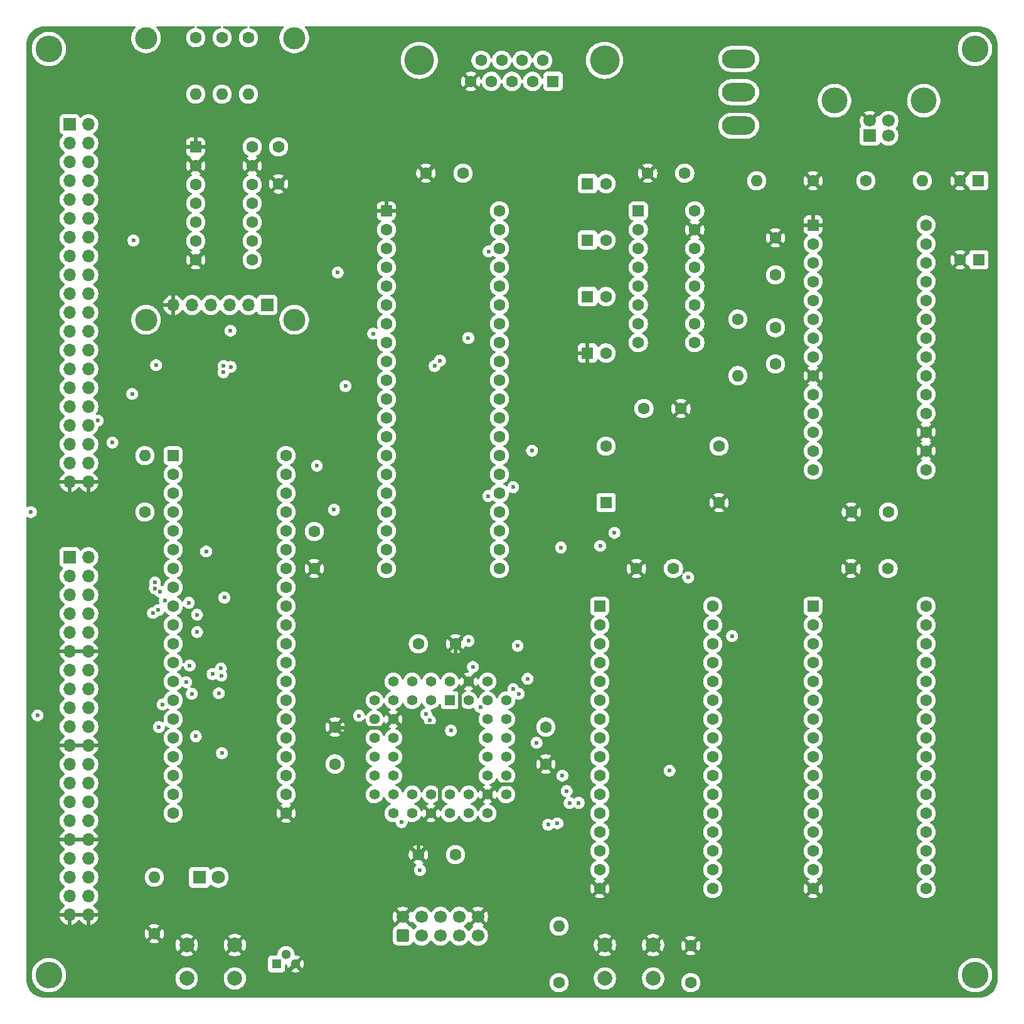
<source format=gbr>
%TF.GenerationSoftware,KiCad,Pcbnew,9.0.1*%
%TF.CreationDate,2025-05-12T07:37:06+02:00*%
%TF.ProjectId,mini-board,6d696e69-2d62-46f6-9172-642e6b696361,rev2*%
%TF.SameCoordinates,Original*%
%TF.FileFunction,Copper,L2,Inr*%
%TF.FilePolarity,Positive*%
%FSLAX46Y46*%
G04 Gerber Fmt 4.6, Leading zero omitted, Abs format (unit mm)*
G04 Created by KiCad (PCBNEW 9.0.1) date 2025-05-12 07:37:06*
%MOMM*%
%LPD*%
G01*
G04 APERTURE LIST*
G04 Aperture macros list*
%AMRoundRect*
0 Rectangle with rounded corners*
0 $1 Rounding radius*
0 $2 $3 $4 $5 $6 $7 $8 $9 X,Y pos of 4 corners*
0 Add a 4 corners polygon primitive as box body*
4,1,4,$2,$3,$4,$5,$6,$7,$8,$9,$2,$3,0*
0 Add four circle primitives for the rounded corners*
1,1,$1+$1,$2,$3*
1,1,$1+$1,$4,$5*
1,1,$1+$1,$6,$7*
1,1,$1+$1,$8,$9*
0 Add four rect primitives between the rounded corners*
20,1,$1+$1,$2,$3,$4,$5,0*
20,1,$1+$1,$4,$5,$6,$7,0*
20,1,$1+$1,$6,$7,$8,$9,0*
20,1,$1+$1,$8,$9,$2,$3,0*%
G04 Aperture macros list end*
%TA.AperFunction,ComponentPad*%
%ADD10R,1.600000X1.600000*%
%TD*%
%TA.AperFunction,ComponentPad*%
%ADD11C,1.600000*%
%TD*%
%TA.AperFunction,ComponentPad*%
%ADD12C,3.600000*%
%TD*%
%TA.AperFunction,ComponentPad*%
%ADD13O,4.500000X2.500000*%
%TD*%
%TA.AperFunction,ComponentPad*%
%ADD14O,1.600000X1.600000*%
%TD*%
%TA.AperFunction,ComponentPad*%
%ADD15R,1.700000X1.700000*%
%TD*%
%TA.AperFunction,ComponentPad*%
%ADD16O,1.700000X1.700000*%
%TD*%
%TA.AperFunction,WasherPad*%
%ADD17C,3.000000*%
%TD*%
%TA.AperFunction,ComponentPad*%
%ADD18RoundRect,0.250000X-0.550000X-0.550000X0.550000X-0.550000X0.550000X0.550000X-0.550000X0.550000X0*%
%TD*%
%TA.AperFunction,ComponentPad*%
%ADD19R,1.800000X1.800000*%
%TD*%
%TA.AperFunction,ComponentPad*%
%ADD20C,1.800000*%
%TD*%
%TA.AperFunction,ComponentPad*%
%ADD21C,2.000000*%
%TD*%
%TA.AperFunction,ComponentPad*%
%ADD22C,4.000000*%
%TD*%
%TA.AperFunction,ComponentPad*%
%ADD23R,1.300000X1.300000*%
%TD*%
%TA.AperFunction,ComponentPad*%
%ADD24C,1.300000*%
%TD*%
%TA.AperFunction,ComponentPad*%
%ADD25RoundRect,0.250000X0.600000X-0.600000X0.600000X0.600000X-0.600000X0.600000X-0.600000X-0.600000X0*%
%TD*%
%TA.AperFunction,ComponentPad*%
%ADD26C,1.700000*%
%TD*%
%TA.AperFunction,ComponentPad*%
%ADD27R,1.422400X1.422400*%
%TD*%
%TA.AperFunction,ComponentPad*%
%ADD28C,1.422400*%
%TD*%
%TA.AperFunction,ComponentPad*%
%ADD29C,3.500000*%
%TD*%
%TA.AperFunction,ViaPad*%
%ADD30C,0.600000*%
%TD*%
%TA.AperFunction,Conductor*%
%ADD31C,0.500000*%
%TD*%
G04 APERTURE END LIST*
D10*
%TO.N,VCC*%
%TO.C,C7*%
X256032000Y-57404000D03*
D11*
%TO.N,GND*%
X253532000Y-57404000D03*
%TD*%
D12*
%TO.N,N/C*%
%TO.C,H1*%
X130556000Y-28956000D03*
%TD*%
D13*
%TO.N,VCC*%
%TO.C,SW1*%
X223647000Y-30298000D03*
%TO.N,VIN*%
X223647000Y-34798000D03*
%TO.N,unconnected-(SW1-C-Pad3)*%
X223647000Y-39298000D03*
%TD*%
D11*
%TO.N,~{NMI}*%
%TO.C,R7*%
X199390000Y-154940000D03*
D14*
%TO.N,VCC*%
X199390000Y-147320000D03*
%TD*%
D10*
%TO.N,Net-(U22-C2+)*%
%TO.C,C29*%
X203240000Y-62360000D03*
D11*
%TO.N,Net-(U22-C2-)*%
X205740000Y-62360000D03*
%TD*%
%TO.N,VCC*%
%TO.C,C24*%
X186436000Y-45720000D03*
%TO.N,GND*%
X181436000Y-45720000D03*
%TD*%
%TO.N,VCC*%
%TO.C,C4*%
X161544000Y-42164000D03*
%TO.N,GND*%
X161544000Y-47164000D03*
%TD*%
D15*
%TO.N,VCC*%
%TO.C,J5*%
X133350000Y-39116000D03*
D16*
X135890000Y-39116000D03*
%TO.N,A0*%
X133350000Y-41656000D03*
%TO.N,D0*%
X135890000Y-41656000D03*
%TO.N,A1*%
X133350000Y-44196000D03*
%TO.N,D1*%
X135890000Y-44196000D03*
%TO.N,A2*%
X133350000Y-46736000D03*
%TO.N,D2*%
X135890000Y-46736000D03*
%TO.N,A3*%
X133350000Y-49276000D03*
%TO.N,D3*%
X135890000Y-49276000D03*
%TO.N,A4*%
X133350000Y-51816000D03*
%TO.N,D4*%
X135890000Y-51816000D03*
%TO.N,A5*%
X133350000Y-54356000D03*
%TO.N,D5*%
X135890000Y-54356000D03*
%TO.N,A6*%
X133350000Y-56896000D03*
%TO.N,D6*%
X135890000Y-56896000D03*
%TO.N,A7*%
X133350000Y-59436000D03*
%TO.N,D7*%
X135890000Y-59436000D03*
%TO.N,A8*%
X133350000Y-61976000D03*
%TO.N,~{RES}*%
X135890000Y-61976000D03*
%TO.N,A9*%
X133350000Y-64516000D03*
%TO.N,CLK*%
X135890000Y-64516000D03*
%TO.N,A10*%
X133350000Y-67056000D03*
%TO.N,~{NMI}*%
X135890000Y-67056000D03*
%TO.N,A11*%
X133350000Y-69596000D03*
%TO.N,R{slash}~{W}*%
X135890000Y-69596000D03*
%TO.N,A12*%
X133350000Y-72136000D03*
%TO.N,~{IRQ}*%
X135890000Y-72136000D03*
%TO.N,A13*%
X133350000Y-74676000D03*
%TO.N,~{IRQ0}*%
X135890000Y-74676000D03*
%TO.N,A14*%
X133350000Y-77216000D03*
%TO.N,~{IRQ1}*%
X135890000Y-77216000D03*
%TO.N,A15*%
X133350000Y-79756000D03*
%TO.N,~{IRQ2}*%
X135890000Y-79756000D03*
%TO.N,~{IRQ22}*%
X133350000Y-82296000D03*
%TO.N,TxD1*%
X135890000Y-82296000D03*
%TO.N,~{IRQ51}*%
X133350000Y-84836000D03*
%TO.N,RxD1*%
X135890000Y-84836000D03*
%TO.N,GND*%
X133350000Y-87376000D03*
X135890000Y-87376000D03*
%TD*%
D17*
%TO.N,*%
%TO.C,J3*%
X163670000Y-27500000D03*
X143670000Y-27500000D03*
X163670000Y-65500000D03*
X143670000Y-65500000D03*
D15*
%TO.N,PA3*%
X160020000Y-63500000D03*
D16*
%TO.N,PA2*%
X157480000Y-63500000D03*
%TO.N,MOSI*%
X154940000Y-63500000D03*
%TO.N,MISO*%
X152400000Y-63500000D03*
%TO.N,VCC*%
X149860000Y-63500000D03*
%TO.N,GND*%
X147320000Y-63500000D03*
%TD*%
D11*
%TO.N,VCC*%
%TO.C,C34*%
X197612000Y-120436000D03*
%TO.N,GND*%
X197612000Y-125436000D03*
%TD*%
%TO.N,VCC*%
%TO.C,C33*%
X185420000Y-137668000D03*
%TO.N,GND*%
X180420000Y-137668000D03*
%TD*%
D18*
%TO.N,B5*%
%TO.C,U16*%
X204893300Y-104140000D03*
D11*
%TO.N,B3*%
X204893300Y-106680000D03*
%TO.N,B1*%
X204893300Y-109220000D03*
%TO.N,A12*%
X204893300Y-111760000D03*
%TO.N,A7*%
X204893300Y-114300000D03*
%TO.N,A6*%
X204893300Y-116840000D03*
%TO.N,A5*%
X204893300Y-119380000D03*
%TO.N,A4*%
X204893300Y-121920000D03*
%TO.N,A3*%
X204893300Y-124460000D03*
%TO.N,A2*%
X204893300Y-127000000D03*
%TO.N,A1*%
X204893300Y-129540000D03*
%TO.N,A0*%
X204893300Y-132080000D03*
%TO.N,D0*%
X204893300Y-134620000D03*
%TO.N,D1*%
X204893300Y-137160000D03*
%TO.N,D2*%
X204893300Y-139700000D03*
%TO.N,GND*%
X204893300Y-142240000D03*
%TO.N,D3*%
X220133300Y-142240000D03*
%TO.N,D4*%
X220133300Y-139700000D03*
%TO.N,D5*%
X220133300Y-137160000D03*
%TO.N,D6*%
X220133300Y-134620000D03*
%TO.N,D7*%
X220133300Y-132080000D03*
%TO.N,~{RAM_CS}*%
X220133300Y-129540000D03*
%TO.N,A10*%
X220133300Y-127000000D03*
%TO.N,~{RAM_OE}*%
X220133300Y-124460000D03*
%TO.N,A11*%
X220133300Y-121920000D03*
%TO.N,A9*%
X220133300Y-119380000D03*
%TO.N,A8*%
X220133300Y-116840000D03*
%TO.N,B0*%
X220133300Y-114300000D03*
%TO.N,R{slash}~{W}*%
X220133300Y-111760000D03*
%TO.N,B4*%
X220133300Y-109220000D03*
%TO.N,B2*%
X220133300Y-106680000D03*
%TO.N,VCC*%
X220133300Y-104140000D03*
%TD*%
%TO.N,Net-(U2-RDY)*%
%TO.C,R9*%
X143510000Y-91440000D03*
D14*
%TO.N,VCC*%
X143510000Y-83820000D03*
%TD*%
D12*
%TO.N,N/C*%
%TO.C,H2*%
X255524000Y-28956000D03*
%TD*%
D10*
%TO.N,VCC*%
%TO.C,C6*%
X255992000Y-46736000D03*
D11*
%TO.N,GND*%
X253492000Y-46736000D03*
%TD*%
D18*
%TO.N,Net-(U22-C1+)*%
%TO.C,U22*%
X210090000Y-50800000D03*
D11*
%TO.N,Net-(U22-VS+)*%
X210090000Y-53340000D03*
%TO.N,Net-(U22-C1-)*%
X210090000Y-55880000D03*
%TO.N,Net-(U22-C2+)*%
X210090000Y-58420000D03*
%TO.N,Net-(U22-C2-)*%
X210090000Y-60960000D03*
%TO.N,Net-(U22-VS-)*%
X210090000Y-63500000D03*
%TO.N,unconnected-(U22-T2OUT-Pad7)*%
X210090000Y-66040000D03*
%TO.N,unconnected-(U22-R2IN-Pad8)*%
X210090000Y-68580000D03*
%TO.N,unconnected-(U22-R2OUT-Pad9)*%
X217710000Y-68580000D03*
%TO.N,unconnected-(U22-T2IN-Pad10)*%
X217710000Y-66040000D03*
%TO.N,TxD1*%
X217710000Y-63500000D03*
%TO.N,RxD1*%
X217710000Y-60960000D03*
%TO.N,Net-(U22-R1IN)*%
X217710000Y-58420000D03*
%TO.N,Net-(U22-T1OUT)*%
X217710000Y-55880000D03*
%TO.N,GND*%
X217710000Y-53340000D03*
%TO.N,VCC*%
X217710000Y-50800000D03*
%TD*%
%TO.N,VCC*%
%TO.C,C1*%
X166370000Y-94060000D03*
%TO.N,GND*%
X166370000Y-99060000D03*
%TD*%
D15*
%TO.N,VCC*%
%TO.C,J2*%
X133350000Y-97536000D03*
D16*
X135890000Y-97536000D03*
%TO.N,PB0*%
X133350000Y-100076000D03*
%TO.N,MISO*%
X135890000Y-100076000D03*
%TO.N,PB1*%
X133350000Y-102616000D03*
%TO.N,MOSI*%
X135890000Y-102616000D03*
%TO.N,PB2*%
X133350000Y-105156000D03*
%TO.N,PA2*%
X135890000Y-105156000D03*
%TO.N,PB3*%
X133350000Y-107696000D03*
%TO.N,PA3*%
X135890000Y-107696000D03*
%TO.N,GND*%
X133350000Y-110236000D03*
X135890000Y-110236000D03*
%TO.N,PB4*%
X133350000Y-112776000D03*
%TO.N,PA4*%
X135890000Y-112776000D03*
%TO.N,PB5*%
X133350000Y-115316000D03*
%TO.N,PA5*%
X135890000Y-115316000D03*
%TO.N,PB6*%
X133350000Y-117856000D03*
%TO.N,PA6*%
X135890000Y-117856000D03*
%TO.N,PB7*%
X133350000Y-120396000D03*
%TO.N,PA7*%
X135890000Y-120396000D03*
%TO.N,GND*%
X133350000Y-122936000D03*
X135890000Y-122936000D03*
%TO.N,CB1*%
X133350000Y-125476000D03*
%TO.N,CA1*%
X135890000Y-125476000D03*
%TO.N,CB2*%
X133350000Y-128016000D03*
%TO.N,CA2*%
X135890000Y-128016000D03*
%TO.N,R{slash}~{W}*%
X133350000Y-130556000D03*
%TO.N,~{RES}*%
X135890000Y-130556000D03*
%TO.N,~{NMI}*%
X133350000Y-133096000D03*
%TO.N,CLK*%
X135890000Y-133096000D03*
%TO.N,GND*%
X133350000Y-135636000D03*
X135890000Y-135636000D03*
%TO.N,~{VIA_CS}*%
X133350000Y-138176000D03*
%TO.N,TxD1*%
X135890000Y-138176000D03*
%TO.N,~{IRQ22}*%
X133350000Y-140716000D03*
%TO.N,RxD1*%
X135890000Y-140716000D03*
%TO.N,VCC*%
X133350000Y-143256000D03*
X135890000Y-143256000D03*
%TO.N,GND*%
X133350000Y-145796000D03*
X135890000Y-145796000D03*
%TD*%
D11*
%TO.N,VCC*%
%TO.C,C17*%
X214844000Y-99060000D03*
%TO.N,GND*%
X209844000Y-99060000D03*
%TD*%
D19*
%TO.N,Net-(D1-K)*%
%TO.C,D1*%
X150876000Y-140716000D03*
D20*
%TO.N,VCC*%
X153416000Y-140716000D03*
%TD*%
D21*
%TO.N,GND*%
%TO.C,SW2*%
X149150000Y-149860000D03*
X155650000Y-149860000D03*
%TO.N,~{RES}*%
X149150000Y-154360000D03*
X155650000Y-154360000D03*
%TD*%
D18*
%TO.N,GND*%
%TO.C,U19*%
X176106700Y-50800000D03*
D11*
%TO.N,MISO*%
X176106700Y-53340000D03*
%TO.N,MOSI*%
X176106700Y-55880000D03*
%TO.N,PA2*%
X176106700Y-58420000D03*
%TO.N,PA3*%
X176106700Y-60960000D03*
%TO.N,PA4*%
X176106700Y-63500000D03*
%TO.N,PA5*%
X176106700Y-66040000D03*
%TO.N,PA6*%
X176106700Y-68580000D03*
%TO.N,PA7*%
X176106700Y-71120000D03*
%TO.N,PB0*%
X176106700Y-73660000D03*
%TO.N,PB1*%
X176106700Y-76200000D03*
%TO.N,PB2*%
X176106700Y-78740000D03*
%TO.N,PB3*%
X176106700Y-81280000D03*
%TO.N,PB4*%
X176106700Y-83820000D03*
%TO.N,PB5*%
X176106700Y-86360000D03*
%TO.N,PB6*%
X176106700Y-88900000D03*
%TO.N,PB7*%
X176106700Y-91440000D03*
%TO.N,CB1*%
X176106700Y-93980000D03*
%TO.N,CB2*%
X176106700Y-96520000D03*
%TO.N,VCC*%
X176106700Y-99060000D03*
%TO.N,~{IRQ22}*%
X191346700Y-99060000D03*
%TO.N,R{slash}~{W}*%
X191346700Y-96520000D03*
%TO.N,~{VIA_CS}*%
X191346700Y-93980000D03*
%TO.N,VCC*%
X191346700Y-91440000D03*
%TO.N,CLK*%
X191346700Y-88900000D03*
%TO.N,D7*%
X191346700Y-86360000D03*
%TO.N,D6*%
X191346700Y-83820000D03*
%TO.N,D5*%
X191346700Y-81280000D03*
%TO.N,D4*%
X191346700Y-78740000D03*
%TO.N,D3*%
X191346700Y-76200000D03*
%TO.N,D2*%
X191346700Y-73660000D03*
%TO.N,D1*%
X191346700Y-71120000D03*
%TO.N,D0*%
X191346700Y-68580000D03*
%TO.N,~{RES}*%
X191346700Y-66040000D03*
%TO.N,A3*%
X191346700Y-63500000D03*
%TO.N,A2*%
X191346700Y-60960000D03*
%TO.N,A1*%
X191346700Y-58420000D03*
%TO.N,A0*%
X191346700Y-55880000D03*
%TO.N,CA2*%
X191346700Y-53340000D03*
%TO.N,CA1*%
X191346700Y-50800000D03*
%TD*%
%TO.N,VCC*%
%TO.C,R12*%
X157480000Y-27432000D03*
D14*
%TO.N,~{IRQ2}*%
X157480000Y-35052000D03*
%TD*%
D11*
%TO.N,VCC*%
%TO.C,R10*%
X150368000Y-27432000D03*
D14*
%TO.N,~{IRQ0}*%
X150368000Y-35052000D03*
%TD*%
D11*
%TO.N,GND*%
%TO.C,R3*%
X144780000Y-148336000D03*
D14*
%TO.N,Net-(D1-K)*%
X144780000Y-140716000D03*
%TD*%
D12*
%TO.N,N/C*%
%TO.C,H4*%
X130556000Y-153924000D03*
%TD*%
D11*
%TO.N,VCC*%
%TO.C,R11*%
X153924000Y-27432000D03*
D14*
%TO.N,~{IRQ1}*%
X153924000Y-35052000D03*
%TD*%
D21*
%TO.N,GND*%
%TO.C,SW3*%
X205590000Y-149860000D03*
X212090000Y-149860000D03*
%TO.N,~{NMI}*%
X205590000Y-154360000D03*
X212090000Y-154360000D03*
%TD*%
D11*
%TO.N,VCC*%
%TO.C,C36*%
X169164000Y-125436000D03*
%TO.N,GND*%
X169164000Y-120436000D03*
%TD*%
D18*
%TO.N,unconnected-(U2-~{VP}-Pad1)*%
%TO.C,U2*%
X147320000Y-83820000D03*
D11*
%TO.N,Net-(U2-RDY)*%
X147320000Y-86360000D03*
%TO.N,unconnected-(U2-\u03D51-Pad3)*%
X147320000Y-88900000D03*
%TO.N,~{IRQ}*%
X147320000Y-91440000D03*
%TO.N,unconnected-(U2-~{ML}-Pad5)*%
X147320000Y-93980000D03*
%TO.N,~{NMI}*%
X147320000Y-96520000D03*
%TO.N,unconnected-(U2-SYNC-Pad7)*%
X147320000Y-99060000D03*
%TO.N,VCC*%
X147320000Y-101600000D03*
%TO.N,A0*%
X147320000Y-104140000D03*
%TO.N,A1*%
X147320000Y-106680000D03*
%TO.N,A2*%
X147320000Y-109220000D03*
%TO.N,A3*%
X147320000Y-111760000D03*
%TO.N,A4*%
X147320000Y-114300000D03*
%TO.N,A5*%
X147320000Y-116840000D03*
%TO.N,A6*%
X147320000Y-119380000D03*
%TO.N,A7*%
X147320000Y-121920000D03*
%TO.N,A8*%
X147320000Y-124460000D03*
%TO.N,A9*%
X147320000Y-127000000D03*
%TO.N,A10*%
X147320000Y-129540000D03*
%TO.N,A11*%
X147320000Y-132080000D03*
%TO.N,GND*%
X162560000Y-132080000D03*
%TO.N,A12*%
X162560000Y-129540000D03*
%TO.N,A13*%
X162560000Y-127000000D03*
%TO.N,A14*%
X162560000Y-124460000D03*
%TO.N,A15*%
X162560000Y-121920000D03*
%TO.N,D7*%
X162560000Y-119380000D03*
%TO.N,D6*%
X162560000Y-116840000D03*
%TO.N,D5*%
X162560000Y-114300000D03*
%TO.N,D4*%
X162560000Y-111760000D03*
%TO.N,D3*%
X162560000Y-109220000D03*
%TO.N,D2*%
X162560000Y-106680000D03*
%TO.N,D1*%
X162560000Y-104140000D03*
%TO.N,D0*%
X162560000Y-101600000D03*
%TO.N,R{slash}~{W}*%
X162560000Y-99060000D03*
%TO.N,unconnected-(U2-nc-Pad35)*%
X162560000Y-96520000D03*
%TO.N,VCC*%
X162560000Y-93980000D03*
%TO.N,CLK*%
X162560000Y-91440000D03*
%TO.N,unconnected-(U2-~{SO}-Pad38)*%
X162560000Y-88900000D03*
%TO.N,unconnected-(U2-\u03D52-Pad39)*%
X162560000Y-86360000D03*
%TO.N,~{RES}*%
X162560000Y-83820000D03*
%TD*%
%TO.N,VCC*%
%TO.C,C16*%
X243800000Y-99060000D03*
%TO.N,GND*%
X238800000Y-99060000D03*
%TD*%
D10*
%TO.N,unconnected-(X1-EN-Pad1)*%
%TO.C,X1*%
X205740000Y-90170000D03*
D11*
%TO.N,GND*%
X220980000Y-90170000D03*
%TO.N,CLK*%
X220980000Y-82550000D03*
%TO.N,VCC*%
X205740000Y-82550000D03*
%TD*%
%TO.N,VCC*%
%TO.C,C3*%
X210860000Y-77470000D03*
%TO.N,GND*%
X215860000Y-77470000D03*
%TD*%
%TO.N,VCC*%
%TO.C,R13*%
X240792000Y-46736000D03*
D14*
%TO.N,~{IRQ51}*%
X248412000Y-46736000D03*
%TD*%
D22*
%TO.N,unconnected-(J8-PAD-Pad0)*%
%TO.C,J8*%
X205540000Y-30480000D03*
%TO.N,unconnected-(J8-PAD-Pad0)_1*%
X180540000Y-30480000D03*
D10*
%TO.N,unconnected-(J8-Pad1)*%
X198580000Y-33320000D03*
D11*
%TO.N,Net-(U22-T1OUT)*%
X195810000Y-33320000D03*
%TO.N,Net-(U22-R1IN)*%
X193040000Y-33320000D03*
%TO.N,unconnected-(J8-Pad4)*%
X190270000Y-33320000D03*
%TO.N,GND*%
X187500000Y-33320000D03*
%TO.N,unconnected-(J8-Pad6)*%
X197195000Y-30480000D03*
%TO.N,unconnected-(J8-Pad7)*%
X194425000Y-30480000D03*
%TO.N,unconnected-(J8-Pad8)*%
X191655000Y-30480000D03*
%TO.N,unconnected-(J8-Pad9)*%
X188885000Y-30480000D03*
%TD*%
%TO.N,GND*%
%TO.C,R2*%
X233680000Y-46736000D03*
D14*
%TO.N,Net-(J1-Shield)*%
X226060000Y-46736000D03*
%TD*%
D18*
%TO.N,GND*%
%TO.C,U21*%
X233680000Y-52705000D03*
D11*
%TO.N,VCC*%
X233680000Y-55245000D03*
%TO.N,~{UART_CS}*%
X233680000Y-57785000D03*
%TO.N,~{RES}*%
X233680000Y-60325000D03*
%TO.N,unconnected-(U21-RxC-Pad5)*%
X233680000Y-62865000D03*
%TO.N,Net-(U21-XTAL1)*%
X233680000Y-65405000D03*
%TO.N,Net-(U21-XTAL2)*%
X233680000Y-67945000D03*
%TO.N,unconnected-(U21-~{RTS}-Pad8)*%
X233680000Y-70485000D03*
%TO.N,GND*%
X233680000Y-73025000D03*
%TO.N,TxD1*%
X233680000Y-75565000D03*
%TO.N,unconnected-(U21-~{DTR}-Pad11)*%
X233680000Y-78105000D03*
%TO.N,RxD1*%
X233680000Y-80645000D03*
%TO.N,A0*%
X233680000Y-83185000D03*
%TO.N,A1*%
X233680000Y-85725000D03*
%TO.N,VCC*%
X248920000Y-85725000D03*
%TO.N,GND*%
X248920000Y-83185000D03*
X248920000Y-80645000D03*
%TO.N,D0*%
X248920000Y-78105000D03*
%TO.N,D1*%
X248920000Y-75565000D03*
%TO.N,D2*%
X248920000Y-73025000D03*
%TO.N,D3*%
X248920000Y-70485000D03*
%TO.N,D4*%
X248920000Y-67945000D03*
%TO.N,D5*%
X248920000Y-65405000D03*
%TO.N,D6*%
X248920000Y-62865000D03*
%TO.N,D7*%
X248920000Y-60325000D03*
%TO.N,~{IRQ51}*%
X248920000Y-57785000D03*
%TO.N,CLK*%
X248920000Y-55245000D03*
%TO.N,R{slash}~{W}*%
X248920000Y-52705000D03*
%TD*%
%TO.N,VCC*%
%TO.C,C35*%
X180420000Y-109220000D03*
%TO.N,GND*%
X185420000Y-109220000D03*
%TD*%
D23*
%TO.N,~{RES}*%
%TO.C,U11*%
X161290000Y-152400000D03*
D24*
%TO.N,VCC*%
X162560000Y-151130000D03*
%TO.N,GND*%
X163830000Y-152400000D03*
%TD*%
D10*
%TO.N,GND*%
%TO.C,C31*%
X203240000Y-69980000D03*
D11*
%TO.N,Net-(U22-VS-)*%
X205740000Y-69980000D03*
%TD*%
D25*
%TO.N,TCK*%
%TO.C,J4*%
X178308000Y-148590000D03*
D26*
%TO.N,GND*%
X178308000Y-146050000D03*
%TO.N,TDO*%
X180848000Y-148590000D03*
%TO.N,VCC*%
X180848000Y-146050000D03*
%TO.N,TMS*%
X183388000Y-148590000D03*
%TO.N,unconnected-(J4-NC-Pad6)*%
X183388000Y-146050000D03*
%TO.N,unconnected-(J4-NC-Pad7)*%
X185928000Y-148590000D03*
%TO.N,unconnected-(J4-NC-Pad8)*%
X185928000Y-146050000D03*
%TO.N,TDI*%
X188468000Y-148590000D03*
%TO.N,GND*%
X188468000Y-146050000D03*
%TD*%
D27*
%TO.N,~{RES}*%
%TO.C,U23*%
X184658000Y-116840000D03*
D28*
%TO.N,A7*%
X182118000Y-114300000D03*
%TO.N,VCC*%
X182118000Y-116840000D03*
%TO.N,A8*%
X179578000Y-114300000D03*
%TO.N,A9*%
X179578000Y-116840000D03*
%TO.N,A10*%
X177038000Y-114300000D03*
%TO.N,TDI*%
X174498000Y-116840000D03*
%TO.N,A11*%
X177038000Y-116840000D03*
%TO.N,A12*%
X174498000Y-119380000D03*
%TO.N,GND*%
X177038000Y-119380000D03*
%TO.N,A13*%
X174498000Y-121920000D03*
%TO.N,A14*%
X177038000Y-121920000D03*
%TO.N,TMS*%
X174498000Y-124460000D03*
%TO.N,A15*%
X177038000Y-124460000D03*
%TO.N,VCC*%
X174498000Y-127000000D03*
%TO.N,~{RAM_CS}*%
X177038000Y-127000000D03*
%TO.N,~{RAM_OE}*%
X174498000Y-129540000D03*
%TO.N,~{UART_CS}*%
X177038000Y-132080000D03*
%TO.N,~{VIA_CS}*%
X177038000Y-129540000D03*
%TO.N,~{ROM_CS}*%
X179578000Y-132080000D03*
%TO.N,A6*%
X179578000Y-129540000D03*
%TO.N,GND*%
X182118000Y-132080000D03*
%TO.N,VCC*%
X182118000Y-129540000D03*
%TO.N,B5*%
X184658000Y-132080000D03*
%TO.N,B4*%
X184658000Y-129540000D03*
%TO.N,B3*%
X187198000Y-132080000D03*
%TO.N,B2*%
X187198000Y-129540000D03*
%TO.N,B1*%
X189738000Y-132080000D03*
%TO.N,B0*%
X192278000Y-129540000D03*
%TO.N,GND*%
X189738000Y-129540000D03*
%TO.N,D7*%
X192278000Y-127000000D03*
%TO.N,TCK*%
X189738000Y-127000000D03*
%TO.N,D6*%
X192278000Y-124460000D03*
%TO.N,D5*%
X189738000Y-124460000D03*
%TO.N,VCC*%
X192278000Y-121920000D03*
%TO.N,D4*%
X189738000Y-121920000D03*
%TO.N,D3*%
X192278000Y-119380000D03*
%TO.N,TDO*%
X189738000Y-119380000D03*
%TO.N,D2*%
X192278000Y-116840000D03*
%TO.N,D1*%
X189738000Y-114300000D03*
%TO.N,D0*%
X189738000Y-116840000D03*
%TO.N,GND*%
X187198000Y-114300000D03*
%TO.N,CLK*%
X187198000Y-116840000D03*
%TO.N,R{slash}~{W}*%
X184658000Y-114300000D03*
%TD*%
D10*
%TO.N,Net-(U22-VS+)*%
%TO.C,C30*%
X203240000Y-47120000D03*
D11*
%TO.N,VCC*%
X205740000Y-47120000D03*
%TD*%
D15*
%TO.N,VIN*%
%TO.C,J1*%
X241340000Y-40640000D03*
D26*
%TO.N,unconnected-(J1-D--Pad2)*%
X243840000Y-40640000D03*
%TO.N,unconnected-(J1-D+-Pad3)*%
X243840000Y-38640000D03*
%TO.N,GND*%
X241340000Y-38640000D03*
D29*
%TO.N,Net-(J1-Shield)*%
X236570000Y-35930000D03*
X248610000Y-35930000D03*
%TD*%
D11*
%TO.N,VCC*%
%TO.C,C27*%
X216360000Y-45720000D03*
%TO.N,GND*%
X211360000Y-45720000D03*
%TD*%
D18*
%TO.N,GND*%
%TO.C,U1*%
X150368000Y-42164000D03*
D11*
X150368000Y-44704000D03*
%TO.N,~{IRQ0}*%
X150368000Y-47244000D03*
%TO.N,~{IRQ1}*%
X150368000Y-49784000D03*
%TO.N,~{IRQ2}*%
X150368000Y-52324000D03*
%TO.N,Net-(U1-Pad6)*%
X150368000Y-54864000D03*
%TO.N,GND*%
X150368000Y-57404000D03*
%TO.N,~{IRQ}*%
X157988000Y-57404000D03*
%TO.N,Net-(U1-Pad6)*%
X157988000Y-54864000D03*
%TO.N,~{IRQ22}*%
X157988000Y-52324000D03*
%TO.N,~{IRQ51}*%
X157988000Y-49784000D03*
%TO.N,unconnected-(U1-Pad12)*%
X157988000Y-47244000D03*
%TO.N,GND*%
X157988000Y-44704000D03*
%TO.N,VCC*%
X157988000Y-42164000D03*
%TD*%
%TO.N,Net-(U21-XTAL2)*%
%TO.C,Y1*%
X228600000Y-71455000D03*
%TO.N,Net-(U21-XTAL1)*%
X228600000Y-66555000D03*
%TD*%
%TO.N,~{NMI}*%
%TO.C,C9*%
X217170000Y-154940000D03*
%TO.N,GND*%
X217170000Y-149940000D03*
%TD*%
D10*
%TO.N,Net-(U22-C1+)*%
%TO.C,C28*%
X203240000Y-54740000D03*
D11*
%TO.N,Net-(U22-C1-)*%
X205740000Y-54740000D03*
%TD*%
%TO.N,Net-(U21-XTAL1)*%
%TO.C,R8*%
X223520000Y-65405000D03*
D14*
%TO.N,Net-(U21-XTAL2)*%
X223520000Y-73025000D03*
%TD*%
D12*
%TO.N,N/C*%
%TO.C,H3*%
X255524000Y-153924000D03*
%TD*%
D11*
%TO.N,VCC*%
%TO.C,C26*%
X243840000Y-91440000D03*
%TO.N,GND*%
X238840000Y-91440000D03*
%TD*%
D18*
%TO.N,B5*%
%TO.C,U15*%
X233680000Y-104140000D03*
D11*
%TO.N,B3*%
X233680000Y-106680000D03*
%TO.N,B2*%
X233680000Y-109220000D03*
%TO.N,A12*%
X233680000Y-111760000D03*
%TO.N,A7*%
X233680000Y-114300000D03*
%TO.N,A6*%
X233680000Y-116840000D03*
%TO.N,A5*%
X233680000Y-119380000D03*
%TO.N,A4*%
X233680000Y-121920000D03*
%TO.N,A3*%
X233680000Y-124460000D03*
%TO.N,A2*%
X233680000Y-127000000D03*
%TO.N,A1*%
X233680000Y-129540000D03*
%TO.N,A0*%
X233680000Y-132080000D03*
%TO.N,D0*%
X233680000Y-134620000D03*
%TO.N,D1*%
X233680000Y-137160000D03*
%TO.N,D2*%
X233680000Y-139700000D03*
%TO.N,GND*%
X233680000Y-142240000D03*
%TO.N,D3*%
X248920000Y-142240000D03*
%TO.N,D4*%
X248920000Y-139700000D03*
%TO.N,D5*%
X248920000Y-137160000D03*
%TO.N,D6*%
X248920000Y-134620000D03*
%TO.N,D7*%
X248920000Y-132080000D03*
%TO.N,~{ROM_CS}*%
X248920000Y-129540000D03*
%TO.N,A10*%
X248920000Y-127000000D03*
%TO.N,~{ROM_CS}*%
X248920000Y-124460000D03*
%TO.N,A11*%
X248920000Y-121920000D03*
%TO.N,A9*%
X248920000Y-119380000D03*
%TO.N,A8*%
X248920000Y-116840000D03*
%TO.N,B0*%
X248920000Y-114300000D03*
%TO.N,B1*%
X248920000Y-111760000D03*
%TO.N,B4*%
X248920000Y-109220000D03*
%TO.N,VCC*%
X248920000Y-106680000D03*
X248920000Y-104140000D03*
%TD*%
%TO.N,GND*%
%TO.C,C25*%
X228600000Y-54436000D03*
%TO.N,Net-(U21-XTAL1)*%
X228600000Y-59436000D03*
%TD*%
D30*
%TO.N,RxD1*%
X155051600Y-66966900D03*
X139127300Y-82061000D03*
%TO.N,TxD1*%
X154119700Y-71733500D03*
%TO.N,~{IRQ}*%
X141796600Y-75503600D03*
%TO.N,~{RES}*%
X178151800Y-133271000D03*
X187161800Y-67962800D03*
%TO.N,D2*%
X183334400Y-70995100D03*
X193812800Y-109479400D03*
X169524200Y-59122200D03*
%TO.N,D1*%
X193215100Y-115330700D03*
X189895300Y-56269900D03*
X187775800Y-112337800D03*
%TO.N,A5*%
X129032000Y-118872000D03*
%TO.N,A12*%
X153480200Y-115892800D03*
X199835200Y-126995900D03*
%TO.N,D7*%
X214305400Y-126327800D03*
%TO.N,A15*%
X153834800Y-113491000D03*
%TO.N,D6*%
X181969200Y-119550000D03*
X199180700Y-133436100D03*
%TO.N,A2*%
X128127700Y-91439000D03*
X145326100Y-104663500D03*
%TO.N,A4*%
X166715900Y-85198900D03*
X169034200Y-91130800D03*
X199653600Y-96223000D03*
%TO.N,A13*%
X153767400Y-112555100D03*
%TO.N,A1*%
X146219100Y-103336200D03*
%TO.N,A11*%
X151777900Y-96759900D03*
%TO.N,D0*%
X193951700Y-115954400D03*
X141971800Y-54790200D03*
%TO.N,A8*%
X187179800Y-108830600D03*
X145557800Y-102177700D03*
X204950500Y-96003900D03*
%TO.N,A14*%
X152634500Y-113300200D03*
%TO.N,D3*%
X174312000Y-67374900D03*
X182611300Y-71718200D03*
%TO.N,A7*%
X150382900Y-121696700D03*
%TO.N,D5*%
X197931000Y-133630000D03*
%TO.N,A6*%
X184805500Y-120929500D03*
X153902000Y-123969400D03*
%TO.N,A10*%
X144871100Y-100935600D03*
X172390400Y-118908300D03*
%TO.N,A3*%
X170591200Y-74435000D03*
%TO.N,R{slash}~{W}*%
X216835800Y-100257800D03*
X206869000Y-94232500D03*
X154234900Y-102986300D03*
%TO.N,D4*%
X196360900Y-122568000D03*
X195752900Y-83146200D03*
%TO.N,A9*%
X144867900Y-101735800D03*
X181457400Y-118719400D03*
%TO.N,PB4*%
X150550200Y-105286200D03*
%TO.N,CA2*%
X145393400Y-120458900D03*
%TO.N,PB0*%
X155077200Y-71842500D03*
%TO.N,PB6*%
X149562400Y-112154900D03*
%TO.N,CB2*%
X149841000Y-115953600D03*
%TO.N,CB1*%
X145922100Y-117404200D03*
%TO.N,PB5*%
X150550200Y-107620300D03*
%TO.N,PB7*%
X149088700Y-114383300D03*
%TO.N,PB3*%
X149447300Y-103669500D03*
%TO.N,PB1*%
X154106400Y-72569200D03*
%TO.N,PB2*%
X144597200Y-105066200D03*
%TO.N,TDI*%
X180631800Y-139744200D03*
%TO.N,B1*%
X200816200Y-130691700D03*
%TO.N,B0*%
X200419900Y-129091200D03*
%TO.N,B2*%
X195160100Y-113941800D03*
%TO.N,B4*%
X222743300Y-108174200D03*
X188775000Y-117760300D03*
%TO.N,~{RAM_OE}*%
X202039300Y-130675200D03*
%TO.N,~{UART_CS}*%
X193212500Y-88084900D03*
%TO.N,~{IRQ51}*%
X137140300Y-79083000D03*
%TO.N,~{IRQ22}*%
X145012700Y-71613600D03*
X189829400Y-89275200D03*
%TD*%
D31*
%TO.N,GND*%
X183864000Y-120301000D02*
X186035800Y-118129200D01*
X175875800Y-120542200D02*
X177038000Y-119380000D01*
X191115800Y-128162200D02*
X189738000Y-129540000D01*
X169164000Y-120436000D02*
X169270200Y-120542200D01*
X197612000Y-125436000D02*
X194885800Y-128162200D01*
X182118000Y-132080000D02*
X180420000Y-133778000D01*
X177959000Y-120301000D02*
X183864000Y-120301000D01*
X183864000Y-120301000D02*
X183280200Y-120884800D01*
X183280200Y-120884800D02*
X183280200Y-125095000D01*
X187198000Y-114300000D02*
X185420000Y-112522000D01*
X186035800Y-115462200D02*
X187198000Y-114300000D01*
X185420000Y-112522000D02*
X185420000Y-109220000D01*
X183280200Y-130917800D02*
X182118000Y-132080000D01*
X185293000Y-125095000D02*
X183280200Y-125095000D01*
X194885800Y-128162200D02*
X191115800Y-128162200D01*
X186035800Y-118129200D02*
X186035800Y-115462200D01*
X183280200Y-125095000D02*
X183280200Y-130917800D01*
X177038000Y-119380000D02*
X177959000Y-120301000D01*
X189738000Y-129540000D02*
X185293000Y-125095000D01*
X180420000Y-133778000D02*
X180420000Y-137668000D01*
X169270200Y-120542200D02*
X175875800Y-120542200D01*
%TD*%
%TA.AperFunction,Conductor*%
%TO.N,GND*%
G36*
X188002075Y-146242993D02*
G01*
X188067901Y-146357007D01*
X188160993Y-146450099D01*
X188275007Y-146515925D01*
X188338590Y-146532962D01*
X187706282Y-147165269D01*
X187706282Y-147165270D01*
X187760452Y-147204626D01*
X187760451Y-147204626D01*
X187769495Y-147209234D01*
X187820292Y-147257208D01*
X187837087Y-147325029D01*
X187814550Y-147391164D01*
X187769499Y-147430202D01*
X187760182Y-147434949D01*
X187588213Y-147559890D01*
X187437890Y-147710213D01*
X187312949Y-147882182D01*
X187308484Y-147890946D01*
X187260509Y-147941742D01*
X187192688Y-147958536D01*
X187126553Y-147935998D01*
X187087516Y-147890946D01*
X187083050Y-147882182D01*
X186958109Y-147710213D01*
X186807786Y-147559890D01*
X186635820Y-147434951D01*
X186635115Y-147434591D01*
X186627054Y-147430485D01*
X186576259Y-147382512D01*
X186559463Y-147314692D01*
X186581999Y-147248556D01*
X186627054Y-147209515D01*
X186635816Y-147205051D01*
X186700427Y-147158109D01*
X186807786Y-147080109D01*
X186807788Y-147080106D01*
X186807792Y-147080104D01*
X186958104Y-146929792D01*
X186958106Y-146929788D01*
X186958109Y-146929786D01*
X187033714Y-146825723D01*
X187083051Y-146757816D01*
X187087793Y-146748508D01*
X187135763Y-146697711D01*
X187203583Y-146680911D01*
X187269719Y-146703445D01*
X187308763Y-146748500D01*
X187313373Y-146757547D01*
X187352728Y-146811716D01*
X187985037Y-146179408D01*
X188002075Y-146242993D01*
G37*
%TD.AperFunction*%
%TA.AperFunction,Conductor*%
G36*
X179423270Y-146811717D02*
G01*
X179423270Y-146811716D01*
X179462622Y-146757555D01*
X179467232Y-146748507D01*
X179515205Y-146697709D01*
X179583025Y-146680912D01*
X179649161Y-146703447D01*
X179688204Y-146748504D01*
X179692949Y-146757817D01*
X179817890Y-146929786D01*
X179968213Y-147080109D01*
X180140182Y-147205050D01*
X180148946Y-147209516D01*
X180199742Y-147257491D01*
X180216536Y-147325312D01*
X180193998Y-147391447D01*
X180148946Y-147430484D01*
X180140182Y-147434949D01*
X179968213Y-147559890D01*
X179817894Y-147710209D01*
X179817885Y-147710219D01*
X179814330Y-147715113D01*
X179758997Y-147757775D01*
X179689383Y-147763748D01*
X179627591Y-147731137D01*
X179596312Y-147681223D01*
X179592815Y-147670670D01*
X179592814Y-147670666D01*
X179500712Y-147521344D01*
X179376656Y-147397288D01*
X179259505Y-147325029D01*
X179227336Y-147305187D01*
X179227331Y-147305185D01*
X179216382Y-147301557D01*
X179155228Y-147281292D01*
X179097784Y-147241520D01*
X179070961Y-147177004D01*
X179070801Y-147166354D01*
X178437408Y-146532962D01*
X178500993Y-146515925D01*
X178615007Y-146450099D01*
X178708099Y-146357007D01*
X178773925Y-146242993D01*
X178790962Y-146179408D01*
X179423270Y-146811717D01*
G37*
%TD.AperFunction*%
%TA.AperFunction,Conductor*%
G36*
X135424075Y-145603007D02*
G01*
X135390000Y-145730174D01*
X135390000Y-145861826D01*
X135424075Y-145988993D01*
X135456988Y-146046000D01*
X133783012Y-146046000D01*
X133815925Y-145988993D01*
X133850000Y-145861826D01*
X133850000Y-145730174D01*
X133815925Y-145603007D01*
X133783012Y-145546000D01*
X135456988Y-145546000D01*
X135424075Y-145603007D01*
G37*
%TD.AperFunction*%
%TA.AperFunction,Conductor*%
G36*
X135424075Y-135443007D02*
G01*
X135390000Y-135570174D01*
X135390000Y-135701826D01*
X135424075Y-135828993D01*
X135456988Y-135886000D01*
X133783012Y-135886000D01*
X133815925Y-135828993D01*
X133850000Y-135701826D01*
X133850000Y-135570174D01*
X133815925Y-135443007D01*
X133783012Y-135386000D01*
X135456988Y-135386000D01*
X135424075Y-135443007D01*
G37*
%TD.AperFunction*%
%TA.AperFunction,Conductor*%
G36*
X135424075Y-122743007D02*
G01*
X135390000Y-122870174D01*
X135390000Y-123001826D01*
X135424075Y-123128993D01*
X135456988Y-123186000D01*
X133783012Y-123186000D01*
X133815925Y-123128993D01*
X133850000Y-123001826D01*
X133850000Y-122870174D01*
X133815925Y-122743007D01*
X133783012Y-122686000D01*
X135456988Y-122686000D01*
X135424075Y-122743007D01*
G37*
%TD.AperFunction*%
%TA.AperFunction,Conductor*%
G36*
X135424075Y-110043007D02*
G01*
X135390000Y-110170174D01*
X135390000Y-110301826D01*
X135424075Y-110428993D01*
X135456988Y-110486000D01*
X133783012Y-110486000D01*
X133815925Y-110428993D01*
X133850000Y-110301826D01*
X133850000Y-110170174D01*
X133815925Y-110043007D01*
X133783012Y-109986000D01*
X135456988Y-109986000D01*
X135424075Y-110043007D01*
G37*
%TD.AperFunction*%
%TA.AperFunction,Conductor*%
G36*
X180902711Y-129842481D02*
G01*
X180954187Y-129889725D01*
X180965931Y-129915441D01*
X180995071Y-130005128D01*
X180995072Y-130005131D01*
X181028080Y-130069911D01*
X181081661Y-130175069D01*
X181193767Y-130329370D01*
X181328630Y-130464233D01*
X181482931Y-130576339D01*
X181554594Y-130612853D01*
X181652868Y-130662927D01*
X181652874Y-130662929D01*
X181743366Y-130692331D01*
X181801042Y-130731768D01*
X181828241Y-130796126D01*
X181816327Y-130864972D01*
X181769083Y-130916449D01*
X181743368Y-130928193D01*
X181653062Y-130957536D01*
X181483188Y-131044091D01*
X181483183Y-131044095D01*
X181455651Y-131064096D01*
X181455651Y-131064099D01*
X182071554Y-131680000D01*
X182065339Y-131680000D01*
X181963606Y-131707259D01*
X181872394Y-131759920D01*
X181797920Y-131834394D01*
X181745259Y-131925606D01*
X181718000Y-132027339D01*
X181718000Y-132033552D01*
X181102099Y-131417651D01*
X181102096Y-131417651D01*
X181082095Y-131445183D01*
X181082091Y-131445188D01*
X180995536Y-131615062D01*
X180966193Y-131705368D01*
X180926755Y-131763043D01*
X180862396Y-131790241D01*
X180793549Y-131778326D01*
X180742074Y-131731081D01*
X180730331Y-131705366D01*
X180700929Y-131614874D01*
X180700927Y-131614868D01*
X180638423Y-131492199D01*
X180614339Y-131444931D01*
X180502233Y-131290630D01*
X180367370Y-131155767D01*
X180213069Y-131043661D01*
X180162020Y-131017650D01*
X180043131Y-130957072D01*
X180043128Y-130957071D01*
X179953441Y-130927931D01*
X179895766Y-130888494D01*
X179868567Y-130824135D01*
X179880481Y-130755289D01*
X179927725Y-130703813D01*
X179953441Y-130692069D01*
X180043128Y-130662928D01*
X180043131Y-130662927D01*
X180064019Y-130652284D01*
X180213069Y-130576339D01*
X180367370Y-130464233D01*
X180502233Y-130329370D01*
X180614339Y-130175069D01*
X180700927Y-130005131D01*
X180727114Y-129924536D01*
X180730069Y-129915441D01*
X180769506Y-129857766D01*
X180833865Y-129830567D01*
X180902711Y-129842481D01*
G37*
%TD.AperFunction*%
%TA.AperFunction,Conductor*%
G36*
X183442711Y-129842481D02*
G01*
X183494187Y-129889725D01*
X183505931Y-129915441D01*
X183535071Y-130005128D01*
X183535072Y-130005131D01*
X183568080Y-130069911D01*
X183621661Y-130175069D01*
X183733767Y-130329370D01*
X183868630Y-130464233D01*
X184022931Y-130576339D01*
X184094594Y-130612853D01*
X184192868Y-130662927D01*
X184192871Y-130662928D01*
X184282558Y-130692069D01*
X184340234Y-130731506D01*
X184367432Y-130795865D01*
X184355517Y-130864711D01*
X184308273Y-130916187D01*
X184282558Y-130927931D01*
X184192871Y-130957071D01*
X184192868Y-130957072D01*
X184022930Y-131043661D01*
X183868627Y-131155769D01*
X183733769Y-131290627D01*
X183621661Y-131444930D01*
X183535072Y-131614868D01*
X183535071Y-131614871D01*
X183505668Y-131705367D01*
X183466230Y-131763043D01*
X183401872Y-131790241D01*
X183333026Y-131778326D01*
X183281550Y-131731082D01*
X183269806Y-131705367D01*
X183240464Y-131615063D01*
X183153911Y-131445194D01*
X183133900Y-131417651D01*
X182518000Y-132033551D01*
X182518000Y-132027339D01*
X182490741Y-131925606D01*
X182438080Y-131834394D01*
X182363606Y-131759920D01*
X182272394Y-131707259D01*
X182170661Y-131680000D01*
X182164447Y-131680000D01*
X182780347Y-131064098D01*
X182780347Y-131064097D01*
X182752813Y-131044092D01*
X182582937Y-130957536D01*
X182492631Y-130928193D01*
X182434956Y-130888755D01*
X182407758Y-130824396D01*
X182419673Y-130755550D01*
X182466918Y-130704074D01*
X182492630Y-130692332D01*
X182583131Y-130662927D01*
X182753069Y-130576339D01*
X182907370Y-130464233D01*
X183042233Y-130329370D01*
X183154339Y-130175069D01*
X183240927Y-130005131D01*
X183267114Y-129924536D01*
X183270069Y-129915441D01*
X183309506Y-129857766D01*
X183373865Y-129830567D01*
X183442711Y-129842481D01*
G37*
%TD.AperFunction*%
%TA.AperFunction,Conductor*%
G36*
X189338000Y-129592661D02*
G01*
X189365259Y-129694394D01*
X189417920Y-129785606D01*
X189492394Y-129860080D01*
X189583606Y-129912741D01*
X189685339Y-129940000D01*
X189691553Y-129940000D01*
X189075651Y-130555900D01*
X189103194Y-130575911D01*
X189273063Y-130662464D01*
X189363367Y-130691806D01*
X189421043Y-130731244D01*
X189448241Y-130795602D01*
X189436326Y-130864449D01*
X189389082Y-130915924D01*
X189363367Y-130927668D01*
X189272871Y-130957071D01*
X189272868Y-130957072D01*
X189102930Y-131043661D01*
X188948627Y-131155769D01*
X188813769Y-131290627D01*
X188701661Y-131444930D01*
X188615072Y-131614868D01*
X188615071Y-131614871D01*
X188585931Y-131704558D01*
X188546494Y-131762234D01*
X188482135Y-131789432D01*
X188413289Y-131777517D01*
X188361813Y-131730273D01*
X188350069Y-131704558D01*
X188320928Y-131614871D01*
X188320927Y-131614868D01*
X188258423Y-131492199D01*
X188234339Y-131444931D01*
X188122233Y-131290630D01*
X187987370Y-131155767D01*
X187833069Y-131043661D01*
X187782020Y-131017650D01*
X187663131Y-130957072D01*
X187663128Y-130957071D01*
X187573441Y-130927931D01*
X187515766Y-130888494D01*
X187488567Y-130824135D01*
X187500481Y-130755289D01*
X187547725Y-130703813D01*
X187573441Y-130692069D01*
X187663128Y-130662928D01*
X187663131Y-130662927D01*
X187684019Y-130652284D01*
X187833069Y-130576339D01*
X187987370Y-130464233D01*
X188122233Y-130329370D01*
X188234339Y-130175069D01*
X188320927Y-130005131D01*
X188350332Y-129914631D01*
X188389767Y-129856957D01*
X188454126Y-129829758D01*
X188522972Y-129841672D01*
X188574449Y-129888915D01*
X188586193Y-129914631D01*
X188615536Y-130004937D01*
X188702092Y-130174813D01*
X188722097Y-130202347D01*
X188722098Y-130202347D01*
X189338000Y-129586445D01*
X189338000Y-129592661D01*
G37*
%TD.AperFunction*%
%TA.AperFunction,Conductor*%
G36*
X180902711Y-117142481D02*
G01*
X180954187Y-117189725D01*
X180965931Y-117215441D01*
X180995071Y-117305128D01*
X180995072Y-117305131D01*
X181018710Y-117351522D01*
X181081661Y-117475069D01*
X181193767Y-117629370D01*
X181193769Y-117629372D01*
X181301879Y-117737482D01*
X181335364Y-117798805D01*
X181330380Y-117868497D01*
X181288508Y-117924430D01*
X181238395Y-117946779D01*
X181223911Y-117949660D01*
X181223898Y-117949664D01*
X181078227Y-118010002D01*
X181078214Y-118010009D01*
X180947111Y-118097610D01*
X180947107Y-118097613D01*
X180835613Y-118209107D01*
X180835610Y-118209111D01*
X180748009Y-118340214D01*
X180748002Y-118340227D01*
X180687664Y-118485898D01*
X180687661Y-118485910D01*
X180656900Y-118640553D01*
X180656900Y-118798246D01*
X180687661Y-118952889D01*
X180687664Y-118952901D01*
X180748002Y-119098572D01*
X180748009Y-119098585D01*
X180835610Y-119229688D01*
X180835613Y-119229692D01*
X180947107Y-119341186D01*
X180947111Y-119341189D01*
X181078217Y-119428792D01*
X181078219Y-119428793D01*
X181078221Y-119428794D01*
X181092151Y-119434564D01*
X181146554Y-119478402D01*
X181168621Y-119544696D01*
X181168700Y-119549125D01*
X181168700Y-119628846D01*
X181199461Y-119783489D01*
X181199464Y-119783501D01*
X181259802Y-119929172D01*
X181259809Y-119929185D01*
X181347410Y-120060288D01*
X181347413Y-120060292D01*
X181458907Y-120171786D01*
X181458911Y-120171789D01*
X181590014Y-120259390D01*
X181590027Y-120259397D01*
X181706667Y-120307710D01*
X181735703Y-120319737D01*
X181890353Y-120350499D01*
X181890356Y-120350500D01*
X181890358Y-120350500D01*
X182048044Y-120350500D01*
X182048045Y-120350499D01*
X182202697Y-120319737D01*
X182348379Y-120259394D01*
X182479489Y-120171789D01*
X182590989Y-120060289D01*
X182678594Y-119929179D01*
X182738937Y-119783497D01*
X182769700Y-119628842D01*
X182769700Y-119471158D01*
X182769700Y-119471155D01*
X182769699Y-119471153D01*
X182752023Y-119382289D01*
X182738937Y-119316503D01*
X182733522Y-119303430D01*
X182678597Y-119170827D01*
X182678590Y-119170814D01*
X182590989Y-119039711D01*
X182590986Y-119039707D01*
X182479492Y-118928213D01*
X182479488Y-118928210D01*
X182348385Y-118840609D01*
X182348376Y-118840604D01*
X182334447Y-118834835D01*
X182280044Y-118790994D01*
X182257979Y-118724700D01*
X182257900Y-118720274D01*
X182257900Y-118640555D01*
X182257899Y-118640553D01*
X182247968Y-118590627D01*
X182227137Y-118485903D01*
X182220423Y-118469694D01*
X182166797Y-118340227D01*
X182166795Y-118340223D01*
X182166794Y-118340221D01*
X182102895Y-118244590D01*
X182082018Y-118177914D01*
X182100502Y-118110534D01*
X182152481Y-118063843D01*
X182205998Y-118051700D01*
X182213362Y-118051700D01*
X182213363Y-118051700D01*
X182401740Y-118021864D01*
X182583131Y-117962927D01*
X182753069Y-117876339D01*
X182907370Y-117764233D01*
X183042233Y-117629370D01*
X183154339Y-117475069D01*
X183211816Y-117362263D01*
X183259789Y-117311469D01*
X183327610Y-117294673D01*
X183393745Y-117317210D01*
X183437197Y-117371925D01*
X183446300Y-117418558D01*
X183446300Y-117599069D01*
X183446301Y-117599076D01*
X183452708Y-117658683D01*
X183503002Y-117793528D01*
X183503006Y-117793535D01*
X183589252Y-117908744D01*
X183589255Y-117908747D01*
X183704464Y-117994993D01*
X183704471Y-117994997D01*
X183839317Y-118045291D01*
X183839316Y-118045291D01*
X183846244Y-118046035D01*
X183898927Y-118051700D01*
X185417072Y-118051699D01*
X185476683Y-118045291D01*
X185611531Y-117994996D01*
X185726746Y-117908746D01*
X185812996Y-117793531D01*
X185863291Y-117658683D01*
X185869700Y-117599073D01*
X185869699Y-117418558D01*
X185889383Y-117351522D01*
X185942187Y-117305767D01*
X186011345Y-117295823D01*
X186074901Y-117324848D01*
X186104183Y-117362265D01*
X186161659Y-117475067D01*
X186195475Y-117521610D01*
X186273767Y-117629370D01*
X186408630Y-117764233D01*
X186562931Y-117876339D01*
X186626529Y-117908744D01*
X186732868Y-117962927D01*
X186732871Y-117962928D01*
X186748928Y-117968145D01*
X186914260Y-118021864D01*
X187102637Y-118051700D01*
X187102638Y-118051700D01*
X187293362Y-118051700D01*
X187293363Y-118051700D01*
X187481740Y-118021864D01*
X187663131Y-117962927D01*
X187822249Y-117881851D01*
X187890917Y-117868956D01*
X187955657Y-117895232D01*
X187995915Y-117952338D01*
X188000160Y-117968145D01*
X188005261Y-117993791D01*
X188005264Y-117993801D01*
X188065602Y-118139472D01*
X188065609Y-118139485D01*
X188153210Y-118270588D01*
X188153213Y-118270592D01*
X188264707Y-118382086D01*
X188264711Y-118382089D01*
X188395814Y-118469690D01*
X188395827Y-118469697D01*
X188539306Y-118529127D01*
X188541503Y-118530037D01*
X188624433Y-118546532D01*
X188627867Y-118547216D01*
X188689778Y-118579600D01*
X188724352Y-118640316D01*
X188720613Y-118710085D01*
X188703999Y-118741712D01*
X188701662Y-118744928D01*
X188615072Y-118914868D01*
X188615071Y-118914871D01*
X188556136Y-119096258D01*
X188533219Y-119240951D01*
X188526300Y-119284637D01*
X188526300Y-119475363D01*
X188532769Y-119516208D01*
X188556136Y-119663741D01*
X188615071Y-119845128D01*
X188615072Y-119845131D01*
X188701523Y-120014799D01*
X188701661Y-120015069D01*
X188813767Y-120169370D01*
X188948630Y-120304233D01*
X189102931Y-120416339D01*
X189108568Y-120419211D01*
X189272868Y-120502927D01*
X189272871Y-120502928D01*
X189362558Y-120532069D01*
X189420234Y-120571506D01*
X189447432Y-120635865D01*
X189435517Y-120704711D01*
X189388273Y-120756187D01*
X189362558Y-120767931D01*
X189272871Y-120797071D01*
X189272868Y-120797072D01*
X189102930Y-120883661D01*
X188948627Y-120995769D01*
X188813769Y-121130627D01*
X188701661Y-121284930D01*
X188615072Y-121454868D01*
X188615071Y-121454871D01*
X188556136Y-121636258D01*
X188526300Y-121824637D01*
X188526300Y-122015362D01*
X188556136Y-122203741D01*
X188615071Y-122385128D01*
X188615072Y-122385131D01*
X188672175Y-122497200D01*
X188701661Y-122555069D01*
X188813767Y-122709370D01*
X188948630Y-122844233D01*
X189102931Y-122956339D01*
X189186280Y-122998807D01*
X189272868Y-123042927D01*
X189272871Y-123042928D01*
X189362558Y-123072069D01*
X189420234Y-123111506D01*
X189447432Y-123175865D01*
X189435517Y-123244711D01*
X189388273Y-123296187D01*
X189362558Y-123307931D01*
X189272871Y-123337071D01*
X189272868Y-123337072D01*
X189102930Y-123423661D01*
X188948627Y-123535769D01*
X188813769Y-123670627D01*
X188701661Y-123824930D01*
X188615072Y-123994868D01*
X188615071Y-123994871D01*
X188556136Y-124176258D01*
X188526300Y-124364637D01*
X188526300Y-124555362D01*
X188556136Y-124743741D01*
X188615071Y-124925128D01*
X188615072Y-124925131D01*
X188685453Y-125063259D01*
X188701661Y-125095069D01*
X188813767Y-125249370D01*
X188948630Y-125384233D01*
X189102931Y-125496339D01*
X189163695Y-125527300D01*
X189272868Y-125582927D01*
X189272871Y-125582928D01*
X189362558Y-125612069D01*
X189420234Y-125651506D01*
X189447432Y-125715865D01*
X189435517Y-125784711D01*
X189388273Y-125836187D01*
X189362558Y-125847931D01*
X189272871Y-125877071D01*
X189272868Y-125877072D01*
X189102930Y-125963661D01*
X188948627Y-126075769D01*
X188813769Y-126210627D01*
X188701661Y-126364930D01*
X188615072Y-126534868D01*
X188615071Y-126534871D01*
X188556136Y-126716258D01*
X188533219Y-126860951D01*
X188526300Y-126904637D01*
X188526300Y-127095363D01*
X188527407Y-127102351D01*
X188556136Y-127283741D01*
X188615071Y-127465128D01*
X188615072Y-127465131D01*
X188660532Y-127554349D01*
X188701661Y-127635069D01*
X188813767Y-127789370D01*
X188948630Y-127924233D01*
X189102931Y-128036339D01*
X189186280Y-128078807D01*
X189272868Y-128122927D01*
X189272874Y-128122929D01*
X189363366Y-128152331D01*
X189421042Y-128191768D01*
X189448241Y-128256126D01*
X189436327Y-128324972D01*
X189389083Y-128376449D01*
X189363368Y-128388193D01*
X189273062Y-128417536D01*
X189103188Y-128504091D01*
X189103183Y-128504095D01*
X189075651Y-128524096D01*
X189075651Y-128524099D01*
X189691554Y-129140000D01*
X189685339Y-129140000D01*
X189583606Y-129167259D01*
X189492394Y-129219920D01*
X189417920Y-129294394D01*
X189365259Y-129385606D01*
X189338000Y-129487339D01*
X189338000Y-129493552D01*
X188722099Y-128877651D01*
X188722096Y-128877651D01*
X188702095Y-128905183D01*
X188702091Y-128905188D01*
X188615536Y-129075062D01*
X188586193Y-129165368D01*
X188546755Y-129223043D01*
X188482396Y-129250241D01*
X188413549Y-129238326D01*
X188362074Y-129191081D01*
X188350331Y-129165366D01*
X188320929Y-129074874D01*
X188320927Y-129074868D01*
X188234473Y-128905194D01*
X188234339Y-128904931D01*
X188122233Y-128750630D01*
X187987370Y-128615767D01*
X187833069Y-128503661D01*
X187765854Y-128469413D01*
X187663131Y-128417072D01*
X187663128Y-128417071D01*
X187481741Y-128358136D01*
X187387551Y-128343218D01*
X187293363Y-128328300D01*
X187102637Y-128328300D01*
X187077742Y-128332243D01*
X186914258Y-128358136D01*
X186732871Y-128417071D01*
X186732868Y-128417072D01*
X186562930Y-128503661D01*
X186408627Y-128615769D01*
X186273769Y-128750627D01*
X186161661Y-128904930D01*
X186075072Y-129074868D01*
X186075071Y-129074871D01*
X186045931Y-129164558D01*
X186006494Y-129222234D01*
X185942135Y-129249432D01*
X185873289Y-129237517D01*
X185821813Y-129190273D01*
X185810069Y-129164558D01*
X185780928Y-129074871D01*
X185780927Y-129074868D01*
X185694473Y-128905194D01*
X185694339Y-128904931D01*
X185582233Y-128750630D01*
X185447370Y-128615767D01*
X185293069Y-128503661D01*
X185225854Y-128469413D01*
X185123131Y-128417072D01*
X185123128Y-128417071D01*
X184941741Y-128358136D01*
X184847551Y-128343218D01*
X184753363Y-128328300D01*
X184562637Y-128328300D01*
X184537742Y-128332243D01*
X184374258Y-128358136D01*
X184192871Y-128417071D01*
X184192868Y-128417072D01*
X184022930Y-128503661D01*
X183868627Y-128615769D01*
X183733769Y-128750627D01*
X183621661Y-128904930D01*
X183535072Y-129074868D01*
X183535071Y-129074871D01*
X183505931Y-129164558D01*
X183466494Y-129222234D01*
X183402135Y-129249432D01*
X183333289Y-129237517D01*
X183281813Y-129190273D01*
X183270069Y-129164558D01*
X183240928Y-129074871D01*
X183240927Y-129074868D01*
X183154473Y-128905194D01*
X183154339Y-128904931D01*
X183042233Y-128750630D01*
X182907370Y-128615767D01*
X182753069Y-128503661D01*
X182685854Y-128469413D01*
X182583131Y-128417072D01*
X182583128Y-128417071D01*
X182401741Y-128358136D01*
X182307551Y-128343218D01*
X182213363Y-128328300D01*
X182022637Y-128328300D01*
X181997742Y-128332243D01*
X181834258Y-128358136D01*
X181652871Y-128417071D01*
X181652868Y-128417072D01*
X181482930Y-128503661D01*
X181328627Y-128615769D01*
X181193769Y-128750627D01*
X181081661Y-128904930D01*
X180995072Y-129074868D01*
X180995071Y-129074871D01*
X180965931Y-129164558D01*
X180926494Y-129222234D01*
X180862135Y-129249432D01*
X180793289Y-129237517D01*
X180741813Y-129190273D01*
X180730069Y-129164558D01*
X180700928Y-129074871D01*
X180700927Y-129074868D01*
X180614473Y-128905194D01*
X180614339Y-128904931D01*
X180502233Y-128750630D01*
X180367370Y-128615767D01*
X180213069Y-128503661D01*
X180145854Y-128469413D01*
X180043131Y-128417072D01*
X180043128Y-128417071D01*
X179861741Y-128358136D01*
X179767551Y-128343218D01*
X179673363Y-128328300D01*
X179482637Y-128328300D01*
X179457742Y-128332243D01*
X179294258Y-128358136D01*
X179112871Y-128417071D01*
X179112868Y-128417072D01*
X178942930Y-128503661D01*
X178788627Y-128615769D01*
X178653769Y-128750627D01*
X178541661Y-128904930D01*
X178455072Y-129074868D01*
X178455071Y-129074871D01*
X178425931Y-129164558D01*
X178386494Y-129222234D01*
X178322135Y-129249432D01*
X178253289Y-129237517D01*
X178201813Y-129190273D01*
X178190069Y-129164558D01*
X178160928Y-129074871D01*
X178160927Y-129074868D01*
X178074473Y-128905194D01*
X178074339Y-128904931D01*
X177962233Y-128750630D01*
X177827370Y-128615767D01*
X177673069Y-128503661D01*
X177605854Y-128469413D01*
X177503131Y-128417072D01*
X177503128Y-128417071D01*
X177413441Y-128387931D01*
X177355766Y-128348494D01*
X177328567Y-128284135D01*
X177340481Y-128215289D01*
X177387725Y-128163813D01*
X177413441Y-128152069D01*
X177503128Y-128122928D01*
X177503131Y-128122927D01*
X177524019Y-128112284D01*
X177673069Y-128036339D01*
X177827370Y-127924233D01*
X177962233Y-127789370D01*
X178074339Y-127635069D01*
X178160927Y-127465131D01*
X178219864Y-127283740D01*
X178249700Y-127095363D01*
X178249700Y-126904637D01*
X178219864Y-126716260D01*
X178169514Y-126561297D01*
X178160928Y-126534871D01*
X178160927Y-126534868D01*
X178116807Y-126448280D01*
X178074339Y-126364931D01*
X177962233Y-126210630D01*
X177827370Y-126075767D01*
X177673069Y-125963661D01*
X177503131Y-125877072D01*
X177503128Y-125877071D01*
X177413441Y-125847931D01*
X177355766Y-125808494D01*
X177328567Y-125744135D01*
X177340481Y-125675289D01*
X177387725Y-125623813D01*
X177413441Y-125612069D01*
X177503128Y-125582928D01*
X177503131Y-125582927D01*
X177551933Y-125558061D01*
X177673069Y-125496339D01*
X177827370Y-125384233D01*
X177962233Y-125249370D01*
X178074339Y-125095069D01*
X178160927Y-124925131D01*
X178219864Y-124743740D01*
X178249700Y-124555363D01*
X178249700Y-124364637D01*
X178219864Y-124176260D01*
X178178270Y-124048246D01*
X178160928Y-123994871D01*
X178160927Y-123994868D01*
X178074338Y-123824930D01*
X178040521Y-123778385D01*
X177962233Y-123670630D01*
X177827370Y-123535767D01*
X177673069Y-123423661D01*
X177630410Y-123401925D01*
X177503131Y-123337072D01*
X177503128Y-123337071D01*
X177413441Y-123307931D01*
X177355766Y-123268494D01*
X177328567Y-123204135D01*
X177340481Y-123135289D01*
X177387725Y-123083813D01*
X177413441Y-123072069D01*
X177503128Y-123042928D01*
X177503131Y-123042927D01*
X177524019Y-123032284D01*
X177673069Y-122956339D01*
X177827370Y-122844233D01*
X177962233Y-122709370D01*
X178074339Y-122555069D01*
X178160927Y-122385131D01*
X178219864Y-122203740D01*
X178249700Y-122015363D01*
X178249700Y-121824637D01*
X178219864Y-121636260D01*
X178163635Y-121463203D01*
X178160928Y-121454871D01*
X178160927Y-121454868D01*
X178116807Y-121368280D01*
X178074339Y-121284931D01*
X177962233Y-121130630D01*
X177827370Y-120995767D01*
X177734143Y-120928034D01*
X177673072Y-120883663D01*
X177673071Y-120883662D01*
X177673069Y-120883661D01*
X177608291Y-120850655D01*
X177608287Y-120850653D01*
X184005000Y-120850653D01*
X184005000Y-121008346D01*
X184035761Y-121162989D01*
X184035764Y-121163001D01*
X184096102Y-121308672D01*
X184096109Y-121308685D01*
X184183710Y-121439788D01*
X184183713Y-121439792D01*
X184295207Y-121551286D01*
X184295211Y-121551289D01*
X184426314Y-121638890D01*
X184426327Y-121638897D01*
X184505249Y-121671587D01*
X184572003Y-121699237D01*
X184720565Y-121728788D01*
X184726653Y-121729999D01*
X184726656Y-121730000D01*
X184726658Y-121730000D01*
X184884344Y-121730000D01*
X184884345Y-121729999D01*
X185038997Y-121699237D01*
X185163765Y-121647557D01*
X185184672Y-121638897D01*
X185184672Y-121638896D01*
X185184679Y-121638894D01*
X185315789Y-121551289D01*
X185427289Y-121439789D01*
X185514894Y-121308679D01*
X185575237Y-121162997D01*
X185606000Y-121008342D01*
X185606000Y-120850658D01*
X185606000Y-120850655D01*
X185605999Y-120850653D01*
X185584095Y-120740534D01*
X185575237Y-120696003D01*
X185550327Y-120635865D01*
X185514897Y-120550327D01*
X185514890Y-120550314D01*
X185427289Y-120419211D01*
X185427286Y-120419207D01*
X185315792Y-120307713D01*
X185315788Y-120307710D01*
X185184685Y-120220109D01*
X185184672Y-120220102D01*
X185039001Y-120159764D01*
X185038989Y-120159761D01*
X184884345Y-120129000D01*
X184884342Y-120129000D01*
X184726658Y-120129000D01*
X184726655Y-120129000D01*
X184572010Y-120159761D01*
X184571998Y-120159764D01*
X184426327Y-120220102D01*
X184426314Y-120220109D01*
X184295211Y-120307710D01*
X184295207Y-120307713D01*
X184183713Y-120419207D01*
X184183710Y-120419211D01*
X184096109Y-120550314D01*
X184096102Y-120550327D01*
X184035764Y-120695998D01*
X184035761Y-120696010D01*
X184005000Y-120850653D01*
X177608287Y-120850653D01*
X177503131Y-120797072D01*
X177503128Y-120797071D01*
X177412632Y-120767668D01*
X177354957Y-120728231D01*
X177327758Y-120663872D01*
X177339672Y-120595026D01*
X177386916Y-120543550D01*
X177412632Y-120531806D01*
X177502936Y-120502464D01*
X177672799Y-120415914D01*
X177672812Y-120415906D01*
X177700347Y-120395901D01*
X177700348Y-120395900D01*
X177084448Y-119780000D01*
X177090661Y-119780000D01*
X177192394Y-119752741D01*
X177283606Y-119700080D01*
X177358080Y-119625606D01*
X177410741Y-119534394D01*
X177438000Y-119432661D01*
X177438000Y-119426448D01*
X178053900Y-120042348D01*
X178053901Y-120042347D01*
X178073906Y-120014812D01*
X178073914Y-120014799D01*
X178160464Y-119844936D01*
X178219375Y-119663627D01*
X178219375Y-119663624D01*
X178249200Y-119475322D01*
X178249200Y-119284677D01*
X178219375Y-119096375D01*
X178219375Y-119096372D01*
X178160464Y-118915063D01*
X178073911Y-118745194D01*
X178053900Y-118717651D01*
X177438000Y-119333551D01*
X177438000Y-119327339D01*
X177410741Y-119225606D01*
X177358080Y-119134394D01*
X177283606Y-119059920D01*
X177192394Y-119007259D01*
X177090661Y-118980000D01*
X177084447Y-118980000D01*
X177700347Y-118364098D01*
X177700347Y-118364097D01*
X177672813Y-118344092D01*
X177502937Y-118257536D01*
X177412631Y-118228193D01*
X177354956Y-118188755D01*
X177327758Y-118124396D01*
X177339673Y-118055550D01*
X177386918Y-118004074D01*
X177412630Y-117992332D01*
X177503131Y-117962927D01*
X177673069Y-117876339D01*
X177827370Y-117764233D01*
X177962233Y-117629370D01*
X178074339Y-117475069D01*
X178160927Y-117305131D01*
X178190069Y-117215441D01*
X178229506Y-117157766D01*
X178293865Y-117130567D01*
X178362711Y-117142481D01*
X178414187Y-117189725D01*
X178425931Y-117215441D01*
X178455071Y-117305128D01*
X178455072Y-117305131D01*
X178478710Y-117351522D01*
X178541661Y-117475069D01*
X178653767Y-117629370D01*
X178788630Y-117764233D01*
X178942931Y-117876339D01*
X179006529Y-117908744D01*
X179112868Y-117962927D01*
X179112871Y-117962928D01*
X179128928Y-117968145D01*
X179294260Y-118021864D01*
X179482637Y-118051700D01*
X179482638Y-118051700D01*
X179673362Y-118051700D01*
X179673363Y-118051700D01*
X179861740Y-118021864D01*
X180043131Y-117962927D01*
X180213069Y-117876339D01*
X180367370Y-117764233D01*
X180502233Y-117629370D01*
X180614339Y-117475069D01*
X180700927Y-117305131D01*
X180730069Y-117215441D01*
X180769506Y-117157766D01*
X180833865Y-117130567D01*
X180902711Y-117142481D01*
G37*
%TD.AperFunction*%
%TA.AperFunction,Conductor*%
G36*
X191062711Y-127302481D02*
G01*
X191114187Y-127349725D01*
X191125931Y-127375441D01*
X191155071Y-127465128D01*
X191155072Y-127465131D01*
X191200532Y-127554349D01*
X191241661Y-127635069D01*
X191353767Y-127789370D01*
X191488630Y-127924233D01*
X191642931Y-128036339D01*
X191726280Y-128078807D01*
X191812868Y-128122927D01*
X191812871Y-128122928D01*
X191902558Y-128152069D01*
X191960234Y-128191506D01*
X191987432Y-128255865D01*
X191975517Y-128324711D01*
X191928273Y-128376187D01*
X191902558Y-128387931D01*
X191812871Y-128417071D01*
X191812868Y-128417072D01*
X191642930Y-128503661D01*
X191488627Y-128615769D01*
X191353769Y-128750627D01*
X191241661Y-128904930D01*
X191155072Y-129074868D01*
X191155071Y-129074871D01*
X191125668Y-129165367D01*
X191086230Y-129223043D01*
X191021872Y-129250241D01*
X190953026Y-129238326D01*
X190901550Y-129191082D01*
X190889806Y-129165367D01*
X190860464Y-129075063D01*
X190773911Y-128905194D01*
X190753900Y-128877651D01*
X190138000Y-129493551D01*
X190138000Y-129487339D01*
X190110741Y-129385606D01*
X190058080Y-129294394D01*
X189983606Y-129219920D01*
X189892394Y-129167259D01*
X189790661Y-129140000D01*
X189784447Y-129140000D01*
X190400347Y-128524098D01*
X190400347Y-128524097D01*
X190372813Y-128504092D01*
X190202937Y-128417536D01*
X190112631Y-128388193D01*
X190054956Y-128348755D01*
X190027758Y-128284396D01*
X190039673Y-128215550D01*
X190086918Y-128164074D01*
X190112630Y-128152332D01*
X190203131Y-128122927D01*
X190373069Y-128036339D01*
X190527370Y-127924233D01*
X190662233Y-127789370D01*
X190774339Y-127635069D01*
X190860927Y-127465131D01*
X190890069Y-127375441D01*
X190929506Y-127317766D01*
X190993865Y-127290567D01*
X191062711Y-127302481D01*
G37*
%TD.AperFunction*%
%TA.AperFunction,Conductor*%
G36*
X176638000Y-119432661D02*
G01*
X176665259Y-119534394D01*
X176717920Y-119625606D01*
X176792394Y-119700080D01*
X176883606Y-119752741D01*
X176985339Y-119780000D01*
X176991553Y-119780000D01*
X176375651Y-120395900D01*
X176403194Y-120415911D01*
X176573063Y-120502464D01*
X176663367Y-120531806D01*
X176721043Y-120571244D01*
X176748241Y-120635602D01*
X176736326Y-120704449D01*
X176689082Y-120755924D01*
X176663367Y-120767668D01*
X176572871Y-120797071D01*
X176572868Y-120797072D01*
X176402930Y-120883661D01*
X176248627Y-120995769D01*
X176113769Y-121130627D01*
X176001661Y-121284930D01*
X175915072Y-121454868D01*
X175915071Y-121454871D01*
X175885931Y-121544558D01*
X175846494Y-121602234D01*
X175782135Y-121629432D01*
X175713289Y-121617517D01*
X175661813Y-121570273D01*
X175650069Y-121544558D01*
X175620928Y-121454871D01*
X175620927Y-121454868D01*
X175576807Y-121368280D01*
X175534339Y-121284931D01*
X175422233Y-121130630D01*
X175287370Y-120995767D01*
X175133069Y-120883661D01*
X175082020Y-120857650D01*
X174963131Y-120797072D01*
X174963128Y-120797071D01*
X174873441Y-120767931D01*
X174815766Y-120728494D01*
X174788567Y-120664135D01*
X174800481Y-120595289D01*
X174847725Y-120543813D01*
X174873441Y-120532069D01*
X174963128Y-120502928D01*
X174963131Y-120502927D01*
X174984019Y-120492284D01*
X175133069Y-120416339D01*
X175287370Y-120304233D01*
X175422233Y-120169370D01*
X175534339Y-120015069D01*
X175620927Y-119845131D01*
X175650332Y-119754631D01*
X175689767Y-119696957D01*
X175754126Y-119669758D01*
X175822972Y-119681672D01*
X175874449Y-119728915D01*
X175886193Y-119754631D01*
X175915536Y-119844937D01*
X176002092Y-120014813D01*
X176022097Y-120042347D01*
X176022098Y-120042347D01*
X176638000Y-119426445D01*
X176638000Y-119432661D01*
G37*
%TD.AperFunction*%
%TA.AperFunction,Conductor*%
G36*
X175822711Y-117142481D02*
G01*
X175874187Y-117189725D01*
X175885931Y-117215441D01*
X175915071Y-117305128D01*
X175915072Y-117305131D01*
X175938710Y-117351522D01*
X176001661Y-117475069D01*
X176113767Y-117629370D01*
X176248630Y-117764233D01*
X176402931Y-117876339D01*
X176466529Y-117908744D01*
X176572868Y-117962927D01*
X176572874Y-117962929D01*
X176663366Y-117992331D01*
X176721042Y-118031768D01*
X176748241Y-118096126D01*
X176736327Y-118164972D01*
X176689083Y-118216449D01*
X176663368Y-118228193D01*
X176573062Y-118257536D01*
X176403188Y-118344091D01*
X176403183Y-118344095D01*
X176375651Y-118364096D01*
X176375651Y-118364099D01*
X176991554Y-118980000D01*
X176985339Y-118980000D01*
X176883606Y-119007259D01*
X176792394Y-119059920D01*
X176717920Y-119134394D01*
X176665259Y-119225606D01*
X176638000Y-119327339D01*
X176638000Y-119333552D01*
X176022099Y-118717651D01*
X176022096Y-118717651D01*
X176002095Y-118745183D01*
X176002091Y-118745188D01*
X175915536Y-118915062D01*
X175886193Y-119005368D01*
X175846755Y-119063043D01*
X175782396Y-119090241D01*
X175713549Y-119078326D01*
X175662074Y-119031081D01*
X175650331Y-119005366D01*
X175620929Y-118914874D01*
X175620927Y-118914868D01*
X175534473Y-118745194D01*
X175534339Y-118744931D01*
X175422233Y-118590630D01*
X175287370Y-118455767D01*
X175133069Y-118343661D01*
X175082020Y-118317650D01*
X174963131Y-118257072D01*
X174963128Y-118257071D01*
X174873441Y-118227931D01*
X174815766Y-118188494D01*
X174788567Y-118124135D01*
X174800481Y-118055289D01*
X174847725Y-118003813D01*
X174873441Y-117992069D01*
X174963128Y-117962928D01*
X174963131Y-117962927D01*
X175009248Y-117939429D01*
X175133069Y-117876339D01*
X175287370Y-117764233D01*
X175422233Y-117629370D01*
X175534339Y-117475069D01*
X175620927Y-117305131D01*
X175650069Y-117215441D01*
X175689506Y-117157766D01*
X175753865Y-117130567D01*
X175822711Y-117142481D01*
G37*
%TD.AperFunction*%
%TA.AperFunction,Conductor*%
G36*
X188213900Y-114962348D02*
G01*
X188213901Y-114962347D01*
X188233906Y-114934812D01*
X188233914Y-114934799D01*
X188320464Y-114764936D01*
X188349806Y-114674632D01*
X188389243Y-114616957D01*
X188453602Y-114589758D01*
X188522448Y-114601672D01*
X188573924Y-114648917D01*
X188585668Y-114674632D01*
X188615071Y-114765128D01*
X188615072Y-114765131D01*
X188660532Y-114854349D01*
X188701661Y-114935069D01*
X188813767Y-115089370D01*
X188948630Y-115224233D01*
X189102931Y-115336339D01*
X189186247Y-115378791D01*
X189272868Y-115422927D01*
X189272871Y-115422928D01*
X189362558Y-115452069D01*
X189420234Y-115491506D01*
X189447432Y-115555865D01*
X189435517Y-115624711D01*
X189388273Y-115676187D01*
X189362558Y-115687931D01*
X189272871Y-115717071D01*
X189272868Y-115717072D01*
X189102930Y-115803661D01*
X188948627Y-115915769D01*
X188813769Y-116050627D01*
X188701661Y-116204930D01*
X188615072Y-116374868D01*
X188615071Y-116374871D01*
X188585931Y-116464558D01*
X188546494Y-116522234D01*
X188482135Y-116549432D01*
X188413289Y-116537517D01*
X188361813Y-116490273D01*
X188350069Y-116464558D01*
X188320928Y-116374871D01*
X188320927Y-116374868D01*
X188234338Y-116204930D01*
X188227699Y-116195792D01*
X188122233Y-116050630D01*
X187987370Y-115915767D01*
X187833069Y-115803661D01*
X187782020Y-115777650D01*
X187663131Y-115717072D01*
X187663128Y-115717071D01*
X187572632Y-115687668D01*
X187514957Y-115648231D01*
X187487758Y-115583872D01*
X187499672Y-115515026D01*
X187546916Y-115463550D01*
X187572632Y-115451806D01*
X187662936Y-115422464D01*
X187832799Y-115335914D01*
X187832812Y-115335906D01*
X187860347Y-115315901D01*
X187860348Y-115315900D01*
X187244448Y-114700000D01*
X187250661Y-114700000D01*
X187352394Y-114672741D01*
X187443606Y-114620080D01*
X187518080Y-114545606D01*
X187570741Y-114454394D01*
X187598000Y-114352661D01*
X187598000Y-114346447D01*
X188213900Y-114962348D01*
G37*
%TD.AperFunction*%
%TA.AperFunction,Conductor*%
G36*
X186798000Y-114352661D02*
G01*
X186825259Y-114454394D01*
X186877920Y-114545606D01*
X186952394Y-114620080D01*
X187043606Y-114672741D01*
X187145339Y-114700000D01*
X187151553Y-114700000D01*
X186535651Y-115315900D01*
X186563194Y-115335911D01*
X186733063Y-115422464D01*
X186823367Y-115451806D01*
X186881043Y-115491244D01*
X186908241Y-115555602D01*
X186896326Y-115624449D01*
X186849082Y-115675924D01*
X186823367Y-115687668D01*
X186732871Y-115717071D01*
X186732868Y-115717072D01*
X186562930Y-115803661D01*
X186408627Y-115915769D01*
X186273769Y-116050627D01*
X186161661Y-116204930D01*
X186104184Y-116317735D01*
X186056209Y-116368531D01*
X185988388Y-116385326D01*
X185922253Y-116362788D01*
X185878802Y-116308073D01*
X185869699Y-116261440D01*
X185869699Y-116080929D01*
X185869698Y-116080923D01*
X185869697Y-116080916D01*
X185863291Y-116021317D01*
X185844764Y-115971644D01*
X185812997Y-115886471D01*
X185812993Y-115886464D01*
X185726747Y-115771255D01*
X185726744Y-115771252D01*
X185611535Y-115685006D01*
X185611528Y-115685002D01*
X185476682Y-115634708D01*
X185476683Y-115634708D01*
X185417083Y-115628301D01*
X185417081Y-115628300D01*
X185417073Y-115628300D01*
X185417065Y-115628300D01*
X185236561Y-115628300D01*
X185169522Y-115608615D01*
X185123767Y-115555811D01*
X185113823Y-115486653D01*
X185142848Y-115423097D01*
X185180266Y-115393815D01*
X185293069Y-115336339D01*
X185447370Y-115224233D01*
X185582233Y-115089370D01*
X185694339Y-114935069D01*
X185780927Y-114765131D01*
X185810332Y-114674631D01*
X185849767Y-114616957D01*
X185914126Y-114589758D01*
X185982972Y-114601672D01*
X186034449Y-114648915D01*
X186046193Y-114674631D01*
X186075536Y-114764937D01*
X186162092Y-114934813D01*
X186182097Y-114962347D01*
X186182098Y-114962347D01*
X186798000Y-114346445D01*
X186798000Y-114352661D01*
G37*
%TD.AperFunction*%
%TA.AperFunction,Conductor*%
G36*
X135424075Y-87183007D02*
G01*
X135390000Y-87310174D01*
X135390000Y-87441826D01*
X135424075Y-87568993D01*
X135456988Y-87626000D01*
X133783012Y-87626000D01*
X133815925Y-87568993D01*
X133850000Y-87441826D01*
X133850000Y-87310174D01*
X133815925Y-87183007D01*
X133783012Y-87126000D01*
X135456988Y-87126000D01*
X135424075Y-87183007D01*
G37*
%TD.AperFunction*%
%TA.AperFunction,Conductor*%
G36*
X142208043Y-25920185D02*
G01*
X142253798Y-25972989D01*
X142263742Y-26042147D01*
X142234717Y-26105703D01*
X142228685Y-26112181D01*
X142162718Y-26178148D01*
X142003075Y-26386196D01*
X141871958Y-26613299D01*
X141871953Y-26613309D01*
X141771605Y-26855571D01*
X141771602Y-26855581D01*
X141722429Y-27039100D01*
X141703730Y-27108885D01*
X141669500Y-27368872D01*
X141669500Y-27631127D01*
X141683378Y-27736534D01*
X141703730Y-27891116D01*
X141752584Y-28073443D01*
X141771602Y-28144418D01*
X141771605Y-28144428D01*
X141871953Y-28386690D01*
X141871958Y-28386700D01*
X142003075Y-28613803D01*
X142162718Y-28821851D01*
X142162726Y-28821860D01*
X142348140Y-29007274D01*
X142348148Y-29007281D01*
X142348149Y-29007282D01*
X142378737Y-29030753D01*
X142556196Y-29166924D01*
X142783299Y-29298041D01*
X142783309Y-29298046D01*
X143025571Y-29398394D01*
X143025581Y-29398398D01*
X143278884Y-29466270D01*
X143538880Y-29500500D01*
X143538887Y-29500500D01*
X143801113Y-29500500D01*
X143801120Y-29500500D01*
X144061116Y-29466270D01*
X144314419Y-29398398D01*
X144556697Y-29298043D01*
X144783803Y-29166924D01*
X144991851Y-29007282D01*
X144991855Y-29007277D01*
X144991860Y-29007274D01*
X145177274Y-28821860D01*
X145177277Y-28821855D01*
X145177282Y-28821851D01*
X145336924Y-28613803D01*
X145468043Y-28386697D01*
X145568398Y-28144419D01*
X145636270Y-27891116D01*
X145670500Y-27631120D01*
X145670500Y-27368880D01*
X145636270Y-27108884D01*
X145568398Y-26855581D01*
X145534156Y-26772913D01*
X145468046Y-26613309D01*
X145468041Y-26613299D01*
X145336924Y-26386196D01*
X145177281Y-26178148D01*
X145177274Y-26178140D01*
X145111315Y-26112181D01*
X145077830Y-26050858D01*
X145082814Y-25981166D01*
X145124686Y-25925233D01*
X145190150Y-25900816D01*
X145198996Y-25900500D01*
X150148559Y-25900500D01*
X150215598Y-25920185D01*
X150261353Y-25972989D01*
X150271297Y-26042147D01*
X150242272Y-26105703D01*
X150183494Y-26143477D01*
X150167957Y-26146973D01*
X150063465Y-26163522D01*
X149868776Y-26226781D01*
X149686386Y-26319715D01*
X149520786Y-26440028D01*
X149376028Y-26584786D01*
X149255715Y-26750386D01*
X149162781Y-26932776D01*
X149099522Y-27127465D01*
X149067500Y-27329648D01*
X149067500Y-27534351D01*
X149099522Y-27736534D01*
X149162781Y-27931223D01*
X149255715Y-28113613D01*
X149376028Y-28279213D01*
X149520786Y-28423971D01*
X149675749Y-28536556D01*
X149686390Y-28544287D01*
X149802607Y-28603503D01*
X149868776Y-28637218D01*
X149868778Y-28637218D01*
X149868781Y-28637220D01*
X149973137Y-28671127D01*
X150063465Y-28700477D01*
X150164557Y-28716488D01*
X150265648Y-28732500D01*
X150265649Y-28732500D01*
X150470351Y-28732500D01*
X150470352Y-28732500D01*
X150672534Y-28700477D01*
X150867219Y-28637220D01*
X151049610Y-28544287D01*
X151196623Y-28437477D01*
X151215213Y-28423971D01*
X151215215Y-28423968D01*
X151215219Y-28423966D01*
X151359966Y-28279219D01*
X151359968Y-28279215D01*
X151359971Y-28279213D01*
X151442079Y-28166199D01*
X151480287Y-28113610D01*
X151573220Y-27931219D01*
X151636477Y-27736534D01*
X151668500Y-27534352D01*
X151668500Y-27329648D01*
X151654051Y-27238424D01*
X151636477Y-27127465D01*
X151573218Y-26932776D01*
X151539503Y-26866607D01*
X151480287Y-26750390D01*
X151439944Y-26694862D01*
X151359971Y-26584786D01*
X151215213Y-26440028D01*
X151049613Y-26319715D01*
X151049612Y-26319714D01*
X151049610Y-26319713D01*
X150992653Y-26290691D01*
X150867223Y-26226781D01*
X150672534Y-26163522D01*
X150568043Y-26146973D01*
X150504908Y-26117044D01*
X150467977Y-26057732D01*
X150468975Y-25987870D01*
X150507585Y-25929637D01*
X150571549Y-25901523D01*
X150587441Y-25900500D01*
X153704559Y-25900500D01*
X153771598Y-25920185D01*
X153817353Y-25972989D01*
X153827297Y-26042147D01*
X153798272Y-26105703D01*
X153739494Y-26143477D01*
X153723957Y-26146973D01*
X153619465Y-26163522D01*
X153424776Y-26226781D01*
X153242386Y-26319715D01*
X153076786Y-26440028D01*
X152932028Y-26584786D01*
X152811715Y-26750386D01*
X152718781Y-26932776D01*
X152655522Y-27127465D01*
X152623500Y-27329648D01*
X152623500Y-27534351D01*
X152655522Y-27736534D01*
X152718781Y-27931223D01*
X152811715Y-28113613D01*
X152932028Y-28279213D01*
X153076786Y-28423971D01*
X153231749Y-28536556D01*
X153242390Y-28544287D01*
X153358607Y-28603503D01*
X153424776Y-28637218D01*
X153424778Y-28637218D01*
X153424781Y-28637220D01*
X153529137Y-28671127D01*
X153619465Y-28700477D01*
X153720557Y-28716488D01*
X153821648Y-28732500D01*
X153821649Y-28732500D01*
X154026351Y-28732500D01*
X154026352Y-28732500D01*
X154228534Y-28700477D01*
X154423219Y-28637220D01*
X154605610Y-28544287D01*
X154752623Y-28437477D01*
X154771213Y-28423971D01*
X154771215Y-28423968D01*
X154771219Y-28423966D01*
X154915966Y-28279219D01*
X154915968Y-28279215D01*
X154915971Y-28279213D01*
X154998079Y-28166199D01*
X155036287Y-28113610D01*
X155129220Y-27931219D01*
X155192477Y-27736534D01*
X155224500Y-27534352D01*
X155224500Y-27329648D01*
X155210051Y-27238424D01*
X155192477Y-27127465D01*
X155129218Y-26932776D01*
X155095503Y-26866607D01*
X155036287Y-26750390D01*
X154995944Y-26694862D01*
X154915971Y-26584786D01*
X154771213Y-26440028D01*
X154605613Y-26319715D01*
X154605612Y-26319714D01*
X154605610Y-26319713D01*
X154548653Y-26290691D01*
X154423223Y-26226781D01*
X154228534Y-26163522D01*
X154124043Y-26146973D01*
X154060908Y-26117044D01*
X154023977Y-26057732D01*
X154024975Y-25987870D01*
X154063585Y-25929637D01*
X154127549Y-25901523D01*
X154143441Y-25900500D01*
X157260559Y-25900500D01*
X157327598Y-25920185D01*
X157373353Y-25972989D01*
X157383297Y-26042147D01*
X157354272Y-26105703D01*
X157295494Y-26143477D01*
X157279957Y-26146973D01*
X157175465Y-26163522D01*
X156980776Y-26226781D01*
X156798386Y-26319715D01*
X156632786Y-26440028D01*
X156488028Y-26584786D01*
X156367715Y-26750386D01*
X156274781Y-26932776D01*
X156211522Y-27127465D01*
X156179500Y-27329648D01*
X156179500Y-27534351D01*
X156211522Y-27736534D01*
X156274781Y-27931223D01*
X156367715Y-28113613D01*
X156488028Y-28279213D01*
X156632786Y-28423971D01*
X156787749Y-28536556D01*
X156798390Y-28544287D01*
X156914607Y-28603503D01*
X156980776Y-28637218D01*
X156980778Y-28637218D01*
X156980781Y-28637220D01*
X157085137Y-28671127D01*
X157175465Y-28700477D01*
X157276557Y-28716488D01*
X157377648Y-28732500D01*
X157377649Y-28732500D01*
X157582351Y-28732500D01*
X157582352Y-28732500D01*
X157784534Y-28700477D01*
X157979219Y-28637220D01*
X158161610Y-28544287D01*
X158308623Y-28437477D01*
X158327213Y-28423971D01*
X158327215Y-28423968D01*
X158327219Y-28423966D01*
X158471966Y-28279219D01*
X158471968Y-28279215D01*
X158471971Y-28279213D01*
X158554079Y-28166199D01*
X158592287Y-28113610D01*
X158685220Y-27931219D01*
X158748477Y-27736534D01*
X158780500Y-27534352D01*
X158780500Y-27329648D01*
X158766051Y-27238424D01*
X158748477Y-27127465D01*
X158685218Y-26932776D01*
X158651503Y-26866607D01*
X158592287Y-26750390D01*
X158551944Y-26694862D01*
X158471971Y-26584786D01*
X158327213Y-26440028D01*
X158161613Y-26319715D01*
X158161612Y-26319714D01*
X158161610Y-26319713D01*
X158104653Y-26290691D01*
X157979223Y-26226781D01*
X157784534Y-26163522D01*
X157680043Y-26146973D01*
X157616908Y-26117044D01*
X157579977Y-26057732D01*
X157580975Y-25987870D01*
X157619585Y-25929637D01*
X157683549Y-25901523D01*
X157699441Y-25900500D01*
X162141004Y-25900500D01*
X162208043Y-25920185D01*
X162253798Y-25972989D01*
X162263742Y-26042147D01*
X162234717Y-26105703D01*
X162228685Y-26112181D01*
X162162718Y-26178148D01*
X162003075Y-26386196D01*
X161871958Y-26613299D01*
X161871953Y-26613309D01*
X161771605Y-26855571D01*
X161771602Y-26855581D01*
X161722429Y-27039100D01*
X161703730Y-27108885D01*
X161669500Y-27368872D01*
X161669500Y-27631127D01*
X161683378Y-27736534D01*
X161703730Y-27891116D01*
X161752584Y-28073443D01*
X161771602Y-28144418D01*
X161771605Y-28144428D01*
X161871953Y-28386690D01*
X161871958Y-28386700D01*
X162003075Y-28613803D01*
X162162718Y-28821851D01*
X162162726Y-28821860D01*
X162348140Y-29007274D01*
X162348148Y-29007281D01*
X162348149Y-29007282D01*
X162378737Y-29030753D01*
X162556196Y-29166924D01*
X162783299Y-29298041D01*
X162783309Y-29298046D01*
X163025571Y-29398394D01*
X163025581Y-29398398D01*
X163278884Y-29466270D01*
X163538880Y-29500500D01*
X163538887Y-29500500D01*
X163801113Y-29500500D01*
X163801120Y-29500500D01*
X164061116Y-29466270D01*
X164314419Y-29398398D01*
X164556697Y-29298043D01*
X164783803Y-29166924D01*
X164991851Y-29007282D01*
X164991855Y-29007277D01*
X164991860Y-29007274D01*
X165177274Y-28821860D01*
X165177277Y-28821855D01*
X165177282Y-28821851D01*
X165336924Y-28613803D01*
X165468043Y-28386697D01*
X165568398Y-28144419D01*
X165636270Y-27891116D01*
X165670500Y-27631120D01*
X165670500Y-27368880D01*
X165636270Y-27108884D01*
X165568398Y-26855581D01*
X165534156Y-26772913D01*
X165468046Y-26613309D01*
X165468041Y-26613299D01*
X165336924Y-26386196D01*
X165177281Y-26178148D01*
X165177274Y-26178140D01*
X165111315Y-26112181D01*
X165077830Y-26050858D01*
X165082814Y-25981166D01*
X165124686Y-25925233D01*
X165190150Y-25900816D01*
X165198996Y-25900500D01*
X256014108Y-25900500D01*
X256076249Y-25900500D01*
X256083736Y-25900726D01*
X256373796Y-25918271D01*
X256388657Y-25920075D01*
X256670798Y-25971780D01*
X256685335Y-25975363D01*
X256959172Y-26060695D01*
X256973163Y-26066000D01*
X257234743Y-26183727D01*
X257247989Y-26190680D01*
X257493465Y-26339075D01*
X257505776Y-26347573D01*
X257731573Y-26524473D01*
X257742781Y-26534403D01*
X257945596Y-26737218D01*
X257955526Y-26748426D01*
X258075481Y-26901538D01*
X258132422Y-26974217D01*
X258140926Y-26986537D01*
X258214887Y-27108884D01*
X258289316Y-27232004D01*
X258296275Y-27245263D01*
X258413997Y-27506831D01*
X258419306Y-27520832D01*
X258504635Y-27794663D01*
X258508219Y-27809201D01*
X258559923Y-28091340D01*
X258561728Y-28106205D01*
X258579274Y-28396263D01*
X258579500Y-28403750D01*
X258579500Y-154476249D01*
X258579274Y-154483736D01*
X258561728Y-154773794D01*
X258559923Y-154788659D01*
X258508219Y-155070798D01*
X258504635Y-155085336D01*
X258419306Y-155359167D01*
X258413997Y-155373168D01*
X258296275Y-155634736D01*
X258289316Y-155647995D01*
X258140928Y-155893459D01*
X258132422Y-155905782D01*
X257955526Y-156131573D01*
X257945596Y-156142781D01*
X257742781Y-156345596D01*
X257731573Y-156355526D01*
X257505782Y-156532422D01*
X257493459Y-156540928D01*
X257247995Y-156689316D01*
X257234736Y-156696275D01*
X256973168Y-156813997D01*
X256959167Y-156819306D01*
X256685336Y-156904635D01*
X256670798Y-156908219D01*
X256388659Y-156959923D01*
X256373794Y-156961728D01*
X256083736Y-156979274D01*
X256076249Y-156979500D01*
X130003751Y-156979500D01*
X129996264Y-156979274D01*
X129706205Y-156961728D01*
X129691340Y-156959923D01*
X129409201Y-156908219D01*
X129394663Y-156904635D01*
X129120832Y-156819306D01*
X129106831Y-156813997D01*
X128845263Y-156696275D01*
X128832004Y-156689316D01*
X128586540Y-156540928D01*
X128574217Y-156532422D01*
X128348426Y-156355526D01*
X128337218Y-156345596D01*
X128134403Y-156142781D01*
X128124473Y-156131573D01*
X127947573Y-155905776D01*
X127939075Y-155893465D01*
X127790680Y-155647989D01*
X127783727Y-155634743D01*
X127666000Y-155373163D01*
X127660693Y-155359167D01*
X127653944Y-155337510D01*
X127575363Y-155085335D01*
X127571780Y-155070798D01*
X127520076Y-154788659D01*
X127518271Y-154773794D01*
X127500726Y-154483736D01*
X127500500Y-154476249D01*
X127500500Y-153773223D01*
X128255500Y-153773223D01*
X128255500Y-154074776D01*
X128255501Y-154074793D01*
X128294861Y-154373766D01*
X128372913Y-154665060D01*
X128488314Y-154943661D01*
X128488318Y-154943671D01*
X128639099Y-155204831D01*
X128822679Y-155444078D01*
X128822685Y-155444085D01*
X129035914Y-155657314D01*
X129035921Y-155657320D01*
X129275168Y-155840900D01*
X129536328Y-155991681D01*
X129536329Y-155991681D01*
X129536332Y-155991683D01*
X129682636Y-156052284D01*
X129814939Y-156107086D01*
X129814940Y-156107086D01*
X129814942Y-156107087D01*
X130106232Y-156185138D01*
X130405217Y-156224500D01*
X130405224Y-156224500D01*
X130706776Y-156224500D01*
X130706783Y-156224500D01*
X131005768Y-156185138D01*
X131297058Y-156107087D01*
X131575668Y-155991683D01*
X131836832Y-155840900D01*
X132076080Y-155657319D01*
X132289319Y-155444080D01*
X132472900Y-155204832D01*
X132623683Y-154943668D01*
X132739087Y-154665058D01*
X132817138Y-154373768D01*
X132834498Y-154241908D01*
X132834499Y-154241902D01*
X147649500Y-154241902D01*
X147649500Y-154478097D01*
X147686446Y-154711368D01*
X147759433Y-154935996D01*
X147866657Y-155146433D01*
X148005483Y-155337510D01*
X148172490Y-155504517D01*
X148363567Y-155643343D01*
X148397642Y-155660705D01*
X148574003Y-155750566D01*
X148574005Y-155750566D01*
X148574008Y-155750568D01*
X148686789Y-155787213D01*
X148798631Y-155823553D01*
X149031903Y-155860500D01*
X149031908Y-155860500D01*
X149268097Y-155860500D01*
X149501368Y-155823553D01*
X149725992Y-155750568D01*
X149936433Y-155643343D01*
X150127510Y-155504517D01*
X150294517Y-155337510D01*
X150433343Y-155146433D01*
X150540568Y-154935992D01*
X150613553Y-154711368D01*
X150650500Y-154478097D01*
X150650500Y-154241902D01*
X154149500Y-154241902D01*
X154149500Y-154478097D01*
X154186446Y-154711368D01*
X154259433Y-154935996D01*
X154366657Y-155146433D01*
X154505483Y-155337510D01*
X154672490Y-155504517D01*
X154863567Y-155643343D01*
X154897642Y-155660705D01*
X155074003Y-155750566D01*
X155074005Y-155750566D01*
X155074008Y-155750568D01*
X155186789Y-155787213D01*
X155298631Y-155823553D01*
X155531903Y-155860500D01*
X155531908Y-155860500D01*
X155768097Y-155860500D01*
X156001368Y-155823553D01*
X156225992Y-155750568D01*
X156436433Y-155643343D01*
X156627510Y-155504517D01*
X156794517Y-155337510D01*
X156933343Y-155146433D01*
X157040568Y-154935992D01*
X157072522Y-154837648D01*
X198089500Y-154837648D01*
X198089500Y-155042351D01*
X198121522Y-155244534D01*
X198184781Y-155439223D01*
X198277715Y-155621613D01*
X198398028Y-155787213D01*
X198542786Y-155931971D01*
X198697749Y-156044556D01*
X198708390Y-156052287D01*
X198815939Y-156107086D01*
X198890776Y-156145218D01*
X198890778Y-156145218D01*
X198890781Y-156145220D01*
X198995137Y-156179127D01*
X199085465Y-156208477D01*
X199186557Y-156224488D01*
X199287648Y-156240500D01*
X199287649Y-156240500D01*
X199492351Y-156240500D01*
X199492352Y-156240500D01*
X199694534Y-156208477D01*
X199889219Y-156145220D01*
X200071610Y-156052287D01*
X200173222Y-155978462D01*
X200237213Y-155931971D01*
X200237215Y-155931968D01*
X200237219Y-155931966D01*
X200381966Y-155787219D01*
X200381968Y-155787215D01*
X200381971Y-155787213D01*
X200476343Y-155657319D01*
X200502287Y-155621610D01*
X200595220Y-155439219D01*
X200658477Y-155244534D01*
X200690500Y-155042352D01*
X200690500Y-154837648D01*
X200658477Y-154635466D01*
X200595220Y-154440781D01*
X200595218Y-154440778D01*
X200595218Y-154440776D01*
X200520090Y-154293331D01*
X200520089Y-154293329D01*
X200502286Y-154258388D01*
X200490308Y-154241902D01*
X204089500Y-154241902D01*
X204089500Y-154478097D01*
X204126446Y-154711368D01*
X204199433Y-154935996D01*
X204306657Y-155146433D01*
X204445483Y-155337510D01*
X204612490Y-155504517D01*
X204803567Y-155643343D01*
X204837642Y-155660705D01*
X205014003Y-155750566D01*
X205014005Y-155750566D01*
X205014008Y-155750568D01*
X205126789Y-155787213D01*
X205238631Y-155823553D01*
X205471903Y-155860500D01*
X205471908Y-155860500D01*
X205708097Y-155860500D01*
X205941368Y-155823553D01*
X206165992Y-155750568D01*
X206376433Y-155643343D01*
X206567510Y-155504517D01*
X206734517Y-155337510D01*
X206873343Y-155146433D01*
X206980568Y-154935992D01*
X207053553Y-154711368D01*
X207090500Y-154478097D01*
X207090500Y-154241902D01*
X210589500Y-154241902D01*
X210589500Y-154478097D01*
X210626446Y-154711368D01*
X210699433Y-154935996D01*
X210806657Y-155146433D01*
X210945483Y-155337510D01*
X211112490Y-155504517D01*
X211303567Y-155643343D01*
X211337642Y-155660705D01*
X211514003Y-155750566D01*
X211514005Y-155750566D01*
X211514008Y-155750568D01*
X211626789Y-155787213D01*
X211738631Y-155823553D01*
X211971903Y-155860500D01*
X211971908Y-155860500D01*
X212208097Y-155860500D01*
X212441368Y-155823553D01*
X212665992Y-155750568D01*
X212876433Y-155643343D01*
X213067510Y-155504517D01*
X213234517Y-155337510D01*
X213373343Y-155146433D01*
X213480568Y-154935992D01*
X213512522Y-154837648D01*
X215869500Y-154837648D01*
X215869500Y-155042351D01*
X215901522Y-155244534D01*
X215964781Y-155439223D01*
X216057715Y-155621613D01*
X216178028Y-155787213D01*
X216322786Y-155931971D01*
X216477749Y-156044556D01*
X216488390Y-156052287D01*
X216595939Y-156107086D01*
X216670776Y-156145218D01*
X216670778Y-156145218D01*
X216670781Y-156145220D01*
X216775137Y-156179127D01*
X216865465Y-156208477D01*
X216966557Y-156224488D01*
X217067648Y-156240500D01*
X217067649Y-156240500D01*
X217272351Y-156240500D01*
X217272352Y-156240500D01*
X217474534Y-156208477D01*
X217669219Y-156145220D01*
X217851610Y-156052287D01*
X217953222Y-155978462D01*
X218017213Y-155931971D01*
X218017215Y-155931968D01*
X218017219Y-155931966D01*
X218161966Y-155787219D01*
X218161968Y-155787215D01*
X218161971Y-155787213D01*
X218256343Y-155657319D01*
X218282287Y-155621610D01*
X218375220Y-155439219D01*
X218438477Y-155244534D01*
X218470500Y-155042352D01*
X218470500Y-154837648D01*
X218438477Y-154635466D01*
X218375220Y-154440781D01*
X218375218Y-154440778D01*
X218375218Y-154440776D01*
X218300089Y-154293329D01*
X218282287Y-154258390D01*
X218255014Y-154220851D01*
X218161971Y-154092786D01*
X218017219Y-153948034D01*
X218017211Y-153948028D01*
X217909092Y-153869476D01*
X217909091Y-153869474D01*
X217851613Y-153827715D01*
X217851612Y-153827714D01*
X217851610Y-153827713D01*
X217794653Y-153798691D01*
X217744669Y-153773223D01*
X253223500Y-153773223D01*
X253223500Y-154074776D01*
X253223501Y-154074793D01*
X253262861Y-154373766D01*
X253340913Y-154665060D01*
X253456314Y-154943661D01*
X253456318Y-154943671D01*
X253607099Y-155204831D01*
X253790679Y-155444078D01*
X253790685Y-155444085D01*
X254003914Y-155657314D01*
X254003921Y-155657320D01*
X254243168Y-155840900D01*
X254504328Y-155991681D01*
X254504329Y-155991681D01*
X254504332Y-155991683D01*
X254650636Y-156052284D01*
X254782939Y-156107086D01*
X254782940Y-156107086D01*
X254782942Y-156107087D01*
X255074232Y-156185138D01*
X255373217Y-156224500D01*
X255373224Y-156224500D01*
X255674776Y-156224500D01*
X255674783Y-156224500D01*
X255973768Y-156185138D01*
X256265058Y-156107087D01*
X256543668Y-155991683D01*
X256804832Y-155840900D01*
X257044080Y-155657319D01*
X257257319Y-155444080D01*
X257440900Y-155204832D01*
X257591683Y-154943668D01*
X257707087Y-154665058D01*
X257785138Y-154373768D01*
X257824500Y-154074783D01*
X257824500Y-153773217D01*
X257785138Y-153474232D01*
X257707087Y-153182942D01*
X257591683Y-152904332D01*
X257565799Y-152859500D01*
X257440900Y-152643168D01*
X257257320Y-152403921D01*
X257257314Y-152403914D01*
X257044085Y-152190685D01*
X257044078Y-152190679D01*
X256804831Y-152007099D01*
X256543671Y-151856318D01*
X256543661Y-151856314D01*
X256265060Y-151740913D01*
X255973766Y-151662861D01*
X255674793Y-151623501D01*
X255674788Y-151623500D01*
X255674783Y-151623500D01*
X255373217Y-151623500D01*
X255373211Y-151623500D01*
X255373206Y-151623501D01*
X255074233Y-151662861D01*
X254782939Y-151740913D01*
X254504338Y-151856314D01*
X254504328Y-151856318D01*
X254243168Y-152007099D01*
X254003921Y-152190679D01*
X254003914Y-152190685D01*
X253790685Y-152403914D01*
X253790679Y-152403921D01*
X253607099Y-152643168D01*
X253456318Y-152904328D01*
X253456314Y-152904338D01*
X253340913Y-153182939D01*
X253262861Y-153474233D01*
X253223501Y-153773206D01*
X253223500Y-153773223D01*
X217744669Y-153773223D01*
X217669223Y-153734781D01*
X217474534Y-153671522D01*
X217299995Y-153643878D01*
X217272352Y-153639500D01*
X217067648Y-153639500D01*
X217043329Y-153643351D01*
X216865465Y-153671522D01*
X216670776Y-153734781D01*
X216488386Y-153827715D01*
X216322786Y-153948028D01*
X216178028Y-154092786D01*
X216057715Y-154258386D01*
X215964781Y-154440776D01*
X215901522Y-154635465D01*
X215869500Y-154837648D01*
X213512522Y-154837648D01*
X213530837Y-154781281D01*
X213553552Y-154711372D01*
X213553552Y-154711371D01*
X213553553Y-154711368D01*
X213572588Y-154591184D01*
X213590500Y-154478097D01*
X213590500Y-154241902D01*
X213553553Y-154008631D01*
X213494769Y-153827715D01*
X213480568Y-153784008D01*
X213480566Y-153784005D01*
X213480566Y-153784003D01*
X213423254Y-153671522D01*
X213373343Y-153573567D01*
X213234517Y-153382490D01*
X213067510Y-153215483D01*
X212876433Y-153076657D01*
X212665996Y-152969433D01*
X212441368Y-152896446D01*
X212208097Y-152859500D01*
X212208092Y-152859500D01*
X211971908Y-152859500D01*
X211971903Y-152859500D01*
X211738631Y-152896446D01*
X211514003Y-152969433D01*
X211303566Y-153076657D01*
X211194550Y-153155862D01*
X211112490Y-153215483D01*
X211112488Y-153215485D01*
X211112487Y-153215485D01*
X210945485Y-153382487D01*
X210945485Y-153382488D01*
X210945483Y-153382490D01*
X210927279Y-153407546D01*
X210806657Y-153573566D01*
X210699433Y-153784003D01*
X210626446Y-154008631D01*
X210589500Y-154241902D01*
X207090500Y-154241902D01*
X207053553Y-154008631D01*
X206994769Y-153827715D01*
X206980568Y-153784008D01*
X206980566Y-153784005D01*
X206980566Y-153784003D01*
X206923254Y-153671522D01*
X206873343Y-153573567D01*
X206734517Y-153382490D01*
X206567510Y-153215483D01*
X206376433Y-153076657D01*
X206165996Y-152969433D01*
X205941368Y-152896446D01*
X205708097Y-152859500D01*
X205708092Y-152859500D01*
X205471908Y-152859500D01*
X205471903Y-152859500D01*
X205238631Y-152896446D01*
X205014003Y-152969433D01*
X204803566Y-153076657D01*
X204694550Y-153155862D01*
X204612490Y-153215483D01*
X204612488Y-153215485D01*
X204612487Y-153215485D01*
X204445485Y-153382487D01*
X204445485Y-153382488D01*
X204445483Y-153382490D01*
X204427279Y-153407546D01*
X204306657Y-153573566D01*
X204199433Y-153784003D01*
X204126446Y-154008631D01*
X204089500Y-154241902D01*
X200490308Y-154241902D01*
X200381971Y-154092786D01*
X200237213Y-153948028D01*
X200071613Y-153827715D01*
X200071612Y-153827714D01*
X200071610Y-153827713D01*
X200014653Y-153798691D01*
X199889223Y-153734781D01*
X199694534Y-153671522D01*
X199519995Y-153643878D01*
X199492352Y-153639500D01*
X199287648Y-153639500D01*
X199263329Y-153643351D01*
X199085465Y-153671522D01*
X198890776Y-153734781D01*
X198708386Y-153827715D01*
X198542786Y-153948028D01*
X198398028Y-154092786D01*
X198277715Y-154258386D01*
X198184781Y-154440776D01*
X198121522Y-154635465D01*
X198089500Y-154837648D01*
X157072522Y-154837648D01*
X157090837Y-154781281D01*
X157113552Y-154711372D01*
X157113552Y-154711371D01*
X157113553Y-154711368D01*
X157132588Y-154591184D01*
X157150500Y-154478097D01*
X157150500Y-154241902D01*
X157113553Y-154008631D01*
X157054769Y-153827715D01*
X157040568Y-153784008D01*
X157040566Y-153784005D01*
X157040566Y-153784003D01*
X156983254Y-153671522D01*
X156933343Y-153573567D01*
X156794517Y-153382490D01*
X156627510Y-153215483D01*
X156436433Y-153076657D01*
X156225996Y-152969433D01*
X156001368Y-152896446D01*
X155768097Y-152859500D01*
X155768092Y-152859500D01*
X155531908Y-152859500D01*
X155531903Y-152859500D01*
X155298631Y-152896446D01*
X155074003Y-152969433D01*
X154863566Y-153076657D01*
X154754550Y-153155862D01*
X154672490Y-153215483D01*
X154672488Y-153215485D01*
X154672487Y-153215485D01*
X154505485Y-153382487D01*
X154505485Y-153382488D01*
X154505483Y-153382490D01*
X154487279Y-153407546D01*
X154366657Y-153573566D01*
X154259433Y-153784003D01*
X154186446Y-154008631D01*
X154149500Y-154241902D01*
X150650500Y-154241902D01*
X150613553Y-154008631D01*
X150554769Y-153827715D01*
X150540568Y-153784008D01*
X150540566Y-153784005D01*
X150540566Y-153784003D01*
X150483254Y-153671522D01*
X150433343Y-153573567D01*
X150294517Y-153382490D01*
X150127510Y-153215483D01*
X149936433Y-153076657D01*
X149725996Y-152969433D01*
X149501368Y-152896446D01*
X149268097Y-152859500D01*
X149268092Y-152859500D01*
X149031908Y-152859500D01*
X149031903Y-152859500D01*
X148798631Y-152896446D01*
X148574003Y-152969433D01*
X148363566Y-153076657D01*
X148254550Y-153155862D01*
X148172490Y-153215483D01*
X148172488Y-153215485D01*
X148172487Y-153215485D01*
X148005485Y-153382487D01*
X148005485Y-153382488D01*
X148005483Y-153382490D01*
X147987279Y-153407546D01*
X147866657Y-153573566D01*
X147759433Y-153784003D01*
X147686446Y-154008631D01*
X147649500Y-154241902D01*
X132834499Y-154241902D01*
X132837270Y-154220851D01*
X132840869Y-154193508D01*
X132856500Y-154074783D01*
X132856500Y-153773217D01*
X132817138Y-153474232D01*
X132739087Y-153182942D01*
X132623683Y-152904332D01*
X132597799Y-152859500D01*
X132472900Y-152643168D01*
X132289320Y-152403921D01*
X132289314Y-152403914D01*
X132076085Y-152190685D01*
X132076078Y-152190679D01*
X131836831Y-152007099D01*
X131575671Y-151856318D01*
X131575661Y-151856314D01*
X131471978Y-151813367D01*
X131297060Y-151740913D01*
X131152339Y-151702135D01*
X160139500Y-151702135D01*
X160139500Y-153097870D01*
X160139501Y-153097876D01*
X160145908Y-153157483D01*
X160196202Y-153292328D01*
X160196206Y-153292335D01*
X160282452Y-153407544D01*
X160282455Y-153407547D01*
X160397664Y-153493793D01*
X160397671Y-153493797D01*
X160532517Y-153544091D01*
X160532516Y-153544091D01*
X160539444Y-153544835D01*
X160592127Y-153550500D01*
X161987872Y-153550499D01*
X162047483Y-153544091D01*
X162182331Y-153493796D01*
X162297546Y-153407546D01*
X162383796Y-153292331D01*
X162383799Y-153292323D01*
X162387837Y-153281498D01*
X162387839Y-153281493D01*
X162424595Y-153182942D01*
X162434091Y-153157483D01*
X162440500Y-153097873D01*
X162440499Y-152553923D01*
X162460183Y-152486886D01*
X162512987Y-152441131D01*
X162582146Y-152431187D01*
X162645702Y-152460212D01*
X162683476Y-152518990D01*
X162686972Y-152534527D01*
X162708317Y-152669293D01*
X162764251Y-152841444D01*
X162764252Y-152841447D01*
X162846431Y-153002730D01*
X162857913Y-153018532D01*
X162857913Y-153018533D01*
X163455000Y-152421446D01*
X163455000Y-152449370D01*
X163480556Y-152544745D01*
X163529925Y-152630255D01*
X163599745Y-152700075D01*
X163685255Y-152749444D01*
X163780630Y-152775000D01*
X163808553Y-152775000D01*
X163211466Y-153372085D01*
X163211466Y-153372086D01*
X163227267Y-153383566D01*
X163227275Y-153383571D01*
X163388552Y-153465747D01*
X163388555Y-153465748D01*
X163560706Y-153521682D01*
X163739494Y-153550000D01*
X163920506Y-153550000D01*
X164099293Y-153521682D01*
X164271444Y-153465748D01*
X164271452Y-153465745D01*
X164432730Y-153383568D01*
X164448532Y-153372085D01*
X164448533Y-153372085D01*
X163851448Y-152775000D01*
X163879370Y-152775000D01*
X163974745Y-152749444D01*
X164060255Y-152700075D01*
X164130075Y-152630255D01*
X164179444Y-152544745D01*
X164205000Y-152449370D01*
X164205000Y-152421447D01*
X164802085Y-153018532D01*
X164813568Y-153002730D01*
X164895745Y-152841452D01*
X164895748Y-152841444D01*
X164951682Y-152669293D01*
X164980000Y-152490506D01*
X164980000Y-152309493D01*
X164951682Y-152130706D01*
X164895748Y-151958555D01*
X164895747Y-151958552D01*
X164813571Y-151797275D01*
X164813566Y-151797267D01*
X164802085Y-151781466D01*
X164205000Y-152378551D01*
X164205000Y-152350630D01*
X164179444Y-152255255D01*
X164130075Y-152169745D01*
X164060255Y-152099925D01*
X163974745Y-152050556D01*
X163879370Y-152025000D01*
X163851446Y-152025000D01*
X164448533Y-151427913D01*
X164432730Y-151416431D01*
X164271447Y-151334252D01*
X164271444Y-151334251D01*
X164099293Y-151278317D01*
X163920506Y-151250000D01*
X163834500Y-151250000D01*
X163825814Y-151247449D01*
X163816853Y-151248738D01*
X163792812Y-151237759D01*
X163767461Y-151230315D01*
X163761533Y-151223474D01*
X163753297Y-151219713D01*
X163739007Y-151197478D01*
X163721706Y-151177511D01*
X163719418Y-151166996D01*
X163715523Y-151160935D01*
X163710500Y-151126000D01*
X163710500Y-151039448D01*
X163694019Y-150935397D01*
X163682171Y-150860591D01*
X163626211Y-150688361D01*
X163626211Y-150688360D01*
X163597740Y-150632484D01*
X163543996Y-150527006D01*
X163458987Y-150410000D01*
X163437558Y-150380505D01*
X163437554Y-150380500D01*
X163309499Y-150252445D01*
X163309494Y-150252441D01*
X163162997Y-150146006D01*
X163162996Y-150146005D01*
X163162994Y-150146004D01*
X163111300Y-150119664D01*
X163001639Y-150063788D01*
X163001636Y-150063787D01*
X162829410Y-150007829D01*
X162650551Y-149979500D01*
X162650546Y-149979500D01*
X162469454Y-149979500D01*
X162469449Y-149979500D01*
X162290589Y-150007829D01*
X162118363Y-150063787D01*
X162118360Y-150063788D01*
X161957002Y-150146006D01*
X161810505Y-150252441D01*
X161810500Y-150252445D01*
X161682445Y-150380500D01*
X161682441Y-150380505D01*
X161576006Y-150527002D01*
X161493788Y-150688360D01*
X161493787Y-150688363D01*
X161437829Y-150860589D01*
X161409500Y-151039448D01*
X161409500Y-151125500D01*
X161389815Y-151192539D01*
X161337011Y-151238294D01*
X161285500Y-151249500D01*
X160592129Y-151249500D01*
X160592123Y-151249501D01*
X160532516Y-151255908D01*
X160397671Y-151306202D01*
X160397664Y-151306206D01*
X160282455Y-151392452D01*
X160282452Y-151392455D01*
X160196206Y-151507664D01*
X160196202Y-151507671D01*
X160145908Y-151642517D01*
X160139501Y-151702116D01*
X160139500Y-151702135D01*
X131152339Y-151702135D01*
X131005766Y-151662861D01*
X130706793Y-151623501D01*
X130706788Y-151623500D01*
X130706783Y-151623500D01*
X130405217Y-151623500D01*
X130405211Y-151623500D01*
X130405206Y-151623501D01*
X130106233Y-151662861D01*
X129814939Y-151740913D01*
X129536338Y-151856314D01*
X129536328Y-151856318D01*
X129275168Y-152007099D01*
X129035921Y-152190679D01*
X129035914Y-152190685D01*
X128822685Y-152403914D01*
X128822679Y-152403921D01*
X128639099Y-152643168D01*
X128488318Y-152904328D01*
X128488314Y-152904338D01*
X128372913Y-153182939D01*
X128294861Y-153474233D01*
X128255501Y-153773206D01*
X128255500Y-153773223D01*
X127500500Y-153773223D01*
X127500500Y-149741947D01*
X147650000Y-149741947D01*
X147650000Y-149978052D01*
X147686934Y-150211247D01*
X147759897Y-150435802D01*
X147867087Y-150646174D01*
X147927338Y-150729104D01*
X147927340Y-150729105D01*
X148626212Y-150030233D01*
X148637482Y-150072292D01*
X148709890Y-150197708D01*
X148812292Y-150300110D01*
X148937708Y-150372518D01*
X148979765Y-150383787D01*
X148280893Y-151082658D01*
X148363828Y-151142914D01*
X148574197Y-151250102D01*
X148798752Y-151323065D01*
X148798751Y-151323065D01*
X149031948Y-151360000D01*
X149268052Y-151360000D01*
X149501247Y-151323065D01*
X149725802Y-151250102D01*
X149936163Y-151142918D01*
X149936169Y-151142914D01*
X150019104Y-151082658D01*
X150019105Y-151082658D01*
X149320233Y-150383787D01*
X149362292Y-150372518D01*
X149487708Y-150300110D01*
X149590110Y-150197708D01*
X149662518Y-150072292D01*
X149673787Y-150030234D01*
X150372658Y-150729105D01*
X150372658Y-150729104D01*
X150432914Y-150646169D01*
X150432918Y-150646163D01*
X150540102Y-150435802D01*
X150613065Y-150211247D01*
X150650000Y-149978052D01*
X150650000Y-149741947D01*
X154150000Y-149741947D01*
X154150000Y-149978052D01*
X154186934Y-150211247D01*
X154259897Y-150435802D01*
X154367087Y-150646174D01*
X154427338Y-150729104D01*
X154427340Y-150729105D01*
X155126212Y-150030233D01*
X155137482Y-150072292D01*
X155209890Y-150197708D01*
X155312292Y-150300110D01*
X155437708Y-150372518D01*
X155479765Y-150383787D01*
X154780893Y-151082658D01*
X154863828Y-151142914D01*
X155074197Y-151250102D01*
X155298752Y-151323065D01*
X155298751Y-151323065D01*
X155531948Y-151360000D01*
X155768052Y-151360000D01*
X156001247Y-151323065D01*
X156225802Y-151250102D01*
X156436163Y-151142918D01*
X156436169Y-151142914D01*
X156519104Y-151082658D01*
X156519105Y-151082658D01*
X155820233Y-150383787D01*
X155862292Y-150372518D01*
X155987708Y-150300110D01*
X156090110Y-150197708D01*
X156162518Y-150072292D01*
X156173787Y-150030233D01*
X156872658Y-150729105D01*
X156872658Y-150729104D01*
X156932914Y-150646169D01*
X156932918Y-150646163D01*
X157040102Y-150435802D01*
X157113065Y-150211247D01*
X157150000Y-149978052D01*
X157150000Y-149741947D01*
X157113065Y-149508752D01*
X157040102Y-149284197D01*
X156932914Y-149073828D01*
X156872658Y-148990894D01*
X156872658Y-148990893D01*
X156173787Y-149689765D01*
X156162518Y-149647708D01*
X156090110Y-149522292D01*
X155987708Y-149419890D01*
X155862292Y-149347482D01*
X155820234Y-149336212D01*
X156519105Y-148637340D01*
X156519104Y-148637338D01*
X156436174Y-148577087D01*
X156225802Y-148469897D01*
X156001247Y-148396934D01*
X156001248Y-148396934D01*
X155768052Y-148360000D01*
X155531948Y-148360000D01*
X155298752Y-148396934D01*
X155074197Y-148469897D01*
X154863830Y-148577084D01*
X154780894Y-148637340D01*
X155479766Y-149336212D01*
X155437708Y-149347482D01*
X155312292Y-149419890D01*
X155209890Y-149522292D01*
X155137482Y-149647708D01*
X155126212Y-149689766D01*
X154427340Y-148990894D01*
X154367084Y-149073830D01*
X154259897Y-149284197D01*
X154186934Y-149508752D01*
X154150000Y-149741947D01*
X150650000Y-149741947D01*
X150613065Y-149508752D01*
X150540102Y-149284197D01*
X150432914Y-149073828D01*
X150372658Y-148990894D01*
X150372658Y-148990893D01*
X149673787Y-149689765D01*
X149662518Y-149647708D01*
X149590110Y-149522292D01*
X149487708Y-149419890D01*
X149362292Y-149347482D01*
X149320234Y-149336212D01*
X150019105Y-148637340D01*
X150019104Y-148637339D01*
X149936174Y-148577087D01*
X149725802Y-148469897D01*
X149501247Y-148396934D01*
X149501248Y-148396934D01*
X149268052Y-148360000D01*
X149031948Y-148360000D01*
X148798752Y-148396934D01*
X148574197Y-148469897D01*
X148363830Y-148577084D01*
X148280894Y-148637340D01*
X148979766Y-149336212D01*
X148937708Y-149347482D01*
X148812292Y-149419890D01*
X148709890Y-149522292D01*
X148637482Y-149647708D01*
X148626212Y-149689766D01*
X147927340Y-148990894D01*
X147867084Y-149073830D01*
X147759897Y-149284197D01*
X147686934Y-149508752D01*
X147650000Y-149741947D01*
X127500500Y-149741947D01*
X127500500Y-148233682D01*
X143480000Y-148233682D01*
X143480000Y-148438317D01*
X143512009Y-148640417D01*
X143575244Y-148835031D01*
X143668141Y-149017350D01*
X143668147Y-149017359D01*
X143700523Y-149061921D01*
X143700524Y-149061922D01*
X144380000Y-148382446D01*
X144380000Y-148388661D01*
X144407259Y-148490394D01*
X144459920Y-148581606D01*
X144534394Y-148656080D01*
X144625606Y-148708741D01*
X144727339Y-148736000D01*
X144733553Y-148736000D01*
X144054076Y-149415474D01*
X144098650Y-149447859D01*
X144280968Y-149540755D01*
X144475582Y-149603990D01*
X144677683Y-149636000D01*
X144882317Y-149636000D01*
X145017417Y-149614602D01*
X145084417Y-149603990D01*
X145279031Y-149540755D01*
X145461349Y-149447859D01*
X145505921Y-149415474D01*
X144826447Y-148736000D01*
X144832661Y-148736000D01*
X144934394Y-148708741D01*
X145025606Y-148656080D01*
X145100080Y-148581606D01*
X145152741Y-148490394D01*
X145180000Y-148388661D01*
X145180000Y-148382448D01*
X145859474Y-149061922D01*
X145859474Y-149061921D01*
X145891859Y-149017349D01*
X145984755Y-148835031D01*
X146046085Y-148646280D01*
X146046086Y-148646278D01*
X146047989Y-148640419D01*
X146047989Y-148640418D01*
X146080000Y-148438317D01*
X146080000Y-148233682D01*
X146047989Y-148031581D01*
X146047989Y-148031578D01*
X146029655Y-147975152D01*
X146018228Y-147939983D01*
X176957500Y-147939983D01*
X176957500Y-149240001D01*
X176957501Y-149240018D01*
X176968000Y-149342796D01*
X176968001Y-149342799D01*
X177023185Y-149509331D01*
X177023187Y-149509336D01*
X177058069Y-149565888D01*
X177115288Y-149658656D01*
X177239344Y-149782712D01*
X177388666Y-149874814D01*
X177555203Y-149929999D01*
X177657991Y-149940500D01*
X178958008Y-149940499D01*
X179060797Y-149929999D01*
X179227334Y-149874814D01*
X179376656Y-149782712D01*
X179500712Y-149658656D01*
X179592814Y-149509334D01*
X179596312Y-149498775D01*
X179636082Y-149441332D01*
X179700598Y-149414507D01*
X179769374Y-149426821D01*
X179814334Y-149464891D01*
X179817890Y-149469785D01*
X179817894Y-149469790D01*
X179968213Y-149620109D01*
X180140179Y-149745048D01*
X180140181Y-149745049D01*
X180140184Y-149745051D01*
X180329588Y-149841557D01*
X180531757Y-149907246D01*
X180741713Y-149940500D01*
X180741714Y-149940500D01*
X180954286Y-149940500D01*
X180954287Y-149940500D01*
X181164243Y-149907246D01*
X181366412Y-149841557D01*
X181555816Y-149745051D01*
X181625540Y-149694394D01*
X181727786Y-149620109D01*
X181727788Y-149620106D01*
X181727792Y-149620104D01*
X181878104Y-149469792D01*
X181878106Y-149469788D01*
X181878109Y-149469786D01*
X182003048Y-149297820D01*
X182003047Y-149297820D01*
X182003051Y-149297816D01*
X182007514Y-149289054D01*
X182055488Y-149238259D01*
X182123308Y-149221463D01*
X182189444Y-149243999D01*
X182228486Y-149289056D01*
X182232951Y-149297820D01*
X182357890Y-149469786D01*
X182508213Y-149620109D01*
X182680179Y-149745048D01*
X182680181Y-149745049D01*
X182680184Y-149745051D01*
X182869588Y-149841557D01*
X183071757Y-149907246D01*
X183281713Y-149940500D01*
X183281714Y-149940500D01*
X183494286Y-149940500D01*
X183494287Y-149940500D01*
X183704243Y-149907246D01*
X183906412Y-149841557D01*
X184095816Y-149745051D01*
X184165540Y-149694394D01*
X184267786Y-149620109D01*
X184267788Y-149620106D01*
X184267792Y-149620104D01*
X184418104Y-149469792D01*
X184418106Y-149469788D01*
X184418109Y-149469786D01*
X184543048Y-149297820D01*
X184543047Y-149297820D01*
X184543051Y-149297816D01*
X184547514Y-149289054D01*
X184595488Y-149238259D01*
X184663308Y-149221463D01*
X184729444Y-149243999D01*
X184768486Y-149289056D01*
X184772951Y-149297820D01*
X184897890Y-149469786D01*
X185048213Y-149620109D01*
X185220179Y-149745048D01*
X185220181Y-149745049D01*
X185220184Y-149745051D01*
X185409588Y-149841557D01*
X185611757Y-149907246D01*
X185821713Y-149940500D01*
X185821714Y-149940500D01*
X186034286Y-149940500D01*
X186034287Y-149940500D01*
X186244243Y-149907246D01*
X186446412Y-149841557D01*
X186635816Y-149745051D01*
X186705540Y-149694394D01*
X186807786Y-149620109D01*
X186807788Y-149620106D01*
X186807792Y-149620104D01*
X186958104Y-149469792D01*
X186958106Y-149469788D01*
X186958109Y-149469786D01*
X187083048Y-149297820D01*
X187083047Y-149297820D01*
X187083051Y-149297816D01*
X187087514Y-149289054D01*
X187135488Y-149238259D01*
X187203308Y-149221463D01*
X187269444Y-149243999D01*
X187308486Y-149289056D01*
X187312951Y-149297820D01*
X187437890Y-149469786D01*
X187588213Y-149620109D01*
X187760179Y-149745048D01*
X187760181Y-149745049D01*
X187760184Y-149745051D01*
X187949588Y-149841557D01*
X188151757Y-149907246D01*
X188361713Y-149940500D01*
X188361714Y-149940500D01*
X188574286Y-149940500D01*
X188574287Y-149940500D01*
X188784243Y-149907246D01*
X188986412Y-149841557D01*
X189175816Y-149745051D01*
X189180088Y-149741947D01*
X204090000Y-149741947D01*
X204090000Y-149978052D01*
X204126934Y-150211247D01*
X204199897Y-150435802D01*
X204307087Y-150646174D01*
X204367338Y-150729104D01*
X204367340Y-150729105D01*
X205066212Y-150030233D01*
X205077482Y-150072292D01*
X205149890Y-150197708D01*
X205252292Y-150300110D01*
X205377708Y-150372518D01*
X205419765Y-150383787D01*
X204720893Y-151082658D01*
X204803828Y-151142914D01*
X205014197Y-151250102D01*
X205238752Y-151323065D01*
X205238751Y-151323065D01*
X205471948Y-151360000D01*
X205708052Y-151360000D01*
X205941247Y-151323065D01*
X206165802Y-151250102D01*
X206376163Y-151142918D01*
X206376169Y-151142914D01*
X206459104Y-151082658D01*
X206459105Y-151082658D01*
X205760233Y-150383787D01*
X205802292Y-150372518D01*
X205927708Y-150300110D01*
X206030110Y-150197708D01*
X206102518Y-150072292D01*
X206113787Y-150030234D01*
X206812658Y-150729105D01*
X206812658Y-150729104D01*
X206872914Y-150646169D01*
X206872918Y-150646163D01*
X206980102Y-150435802D01*
X207053065Y-150211247D01*
X207090000Y-149978052D01*
X207090000Y-149741947D01*
X210590000Y-149741947D01*
X210590000Y-149978052D01*
X210626934Y-150211247D01*
X210699897Y-150435802D01*
X210807087Y-150646174D01*
X210867338Y-150729104D01*
X210867340Y-150729105D01*
X211566212Y-150030233D01*
X211577482Y-150072292D01*
X211649890Y-150197708D01*
X211752292Y-150300110D01*
X211877708Y-150372518D01*
X211919765Y-150383787D01*
X211220893Y-151082658D01*
X211303828Y-151142914D01*
X211514197Y-151250102D01*
X211738752Y-151323065D01*
X211738751Y-151323065D01*
X211971948Y-151360000D01*
X212208052Y-151360000D01*
X212441247Y-151323065D01*
X212665802Y-151250102D01*
X212876163Y-151142918D01*
X212876169Y-151142914D01*
X212959104Y-151082658D01*
X212959105Y-151082658D01*
X212936343Y-151059896D01*
X212260233Y-150383787D01*
X212302292Y-150372518D01*
X212427708Y-150300110D01*
X212530110Y-150197708D01*
X212602518Y-150072292D01*
X212613787Y-150030234D01*
X213312658Y-150729105D01*
X213312658Y-150729104D01*
X213372914Y-150646169D01*
X213372918Y-150646163D01*
X213480102Y-150435802D01*
X213553065Y-150211247D01*
X213590000Y-149978052D01*
X213590000Y-149837682D01*
X215870000Y-149837682D01*
X215870000Y-150042317D01*
X215902009Y-150244417D01*
X215965244Y-150439031D01*
X216058141Y-150621350D01*
X216058147Y-150621359D01*
X216090523Y-150665921D01*
X216090524Y-150665922D01*
X216770000Y-149986446D01*
X216770000Y-149992661D01*
X216797259Y-150094394D01*
X216849920Y-150185606D01*
X216924394Y-150260080D01*
X217015606Y-150312741D01*
X217117339Y-150340000D01*
X217123553Y-150340000D01*
X216444076Y-151019474D01*
X216488650Y-151051859D01*
X216670968Y-151144755D01*
X216865582Y-151207990D01*
X217067683Y-151240000D01*
X217272317Y-151240000D01*
X217474417Y-151207990D01*
X217669031Y-151144755D01*
X217851349Y-151051859D01*
X217895921Y-151019474D01*
X217216447Y-150340000D01*
X217222661Y-150340000D01*
X217324394Y-150312741D01*
X217415606Y-150260080D01*
X217490080Y-150185606D01*
X217542741Y-150094394D01*
X217570000Y-149992661D01*
X217570000Y-149986447D01*
X218249474Y-150665921D01*
X218281859Y-150621349D01*
X218374755Y-150439031D01*
X218437990Y-150244417D01*
X218470000Y-150042317D01*
X218470000Y-149837682D01*
X218437990Y-149635582D01*
X218374755Y-149440968D01*
X218281859Y-149258650D01*
X218249474Y-149214077D01*
X218249474Y-149214076D01*
X217570000Y-149893551D01*
X217570000Y-149887339D01*
X217542741Y-149785606D01*
X217490080Y-149694394D01*
X217415606Y-149619920D01*
X217324394Y-149567259D01*
X217222661Y-149540000D01*
X217216446Y-149540000D01*
X217895922Y-148860524D01*
X217895921Y-148860523D01*
X217851359Y-148828147D01*
X217851350Y-148828141D01*
X217669031Y-148735244D01*
X217474417Y-148672009D01*
X217272317Y-148640000D01*
X217067683Y-148640000D01*
X216865582Y-148672009D01*
X216670968Y-148735244D01*
X216488644Y-148828143D01*
X216444077Y-148860523D01*
X216444077Y-148860524D01*
X217123554Y-149540000D01*
X217117339Y-149540000D01*
X217015606Y-149567259D01*
X216924394Y-149619920D01*
X216849920Y-149694394D01*
X216797259Y-149785606D01*
X216770000Y-149887339D01*
X216770000Y-149893553D01*
X216090524Y-149214077D01*
X216090523Y-149214077D01*
X216058143Y-149258644D01*
X215965244Y-149440968D01*
X215902009Y-149635582D01*
X215870000Y-149837682D01*
X213590000Y-149837682D01*
X213590000Y-149741947D01*
X213553065Y-149508752D01*
X213480102Y-149284197D01*
X213372914Y-149073828D01*
X213312658Y-148990894D01*
X213312658Y-148990893D01*
X212613787Y-149689765D01*
X212602518Y-149647708D01*
X212530110Y-149522292D01*
X212427708Y-149419890D01*
X212302292Y-149347482D01*
X212260234Y-149336212D01*
X212959105Y-148637340D01*
X212959104Y-148637338D01*
X212876174Y-148577087D01*
X212665802Y-148469897D01*
X212441247Y-148396934D01*
X212441248Y-148396934D01*
X212208052Y-148360000D01*
X211971948Y-148360000D01*
X211738752Y-148396934D01*
X211514197Y-148469897D01*
X211303830Y-148577084D01*
X211220894Y-148637340D01*
X211919766Y-149336212D01*
X211877708Y-149347482D01*
X211752292Y-149419890D01*
X211649890Y-149522292D01*
X211577482Y-149647708D01*
X211566212Y-149689765D01*
X210867340Y-148990894D01*
X210807084Y-149073830D01*
X210699897Y-149284197D01*
X210626934Y-149508752D01*
X210590000Y-149741947D01*
X207090000Y-149741947D01*
X207053065Y-149508752D01*
X206980102Y-149284197D01*
X206872914Y-149073828D01*
X206812658Y-148990894D01*
X206812658Y-148990893D01*
X206113787Y-149689765D01*
X206102518Y-149647708D01*
X206030110Y-149522292D01*
X205927708Y-149419890D01*
X205802292Y-149347482D01*
X205760234Y-149336212D01*
X206459105Y-148637340D01*
X206459104Y-148637339D01*
X206376174Y-148577087D01*
X206165802Y-148469897D01*
X205941247Y-148396934D01*
X205941248Y-148396934D01*
X205708052Y-148360000D01*
X205471948Y-148360000D01*
X205238752Y-148396934D01*
X205014197Y-148469897D01*
X204803830Y-148577084D01*
X204720894Y-148637340D01*
X205419766Y-149336212D01*
X205377708Y-149347482D01*
X205252292Y-149419890D01*
X205149890Y-149522292D01*
X205077482Y-149647708D01*
X205066212Y-149689766D01*
X204367340Y-148990894D01*
X204307084Y-149073830D01*
X204199897Y-149284197D01*
X204126934Y-149508752D01*
X204090000Y-149741947D01*
X189180088Y-149741947D01*
X189253083Y-149688913D01*
X189324872Y-149636757D01*
X189324873Y-149636756D01*
X189347788Y-149620107D01*
X189347788Y-149620106D01*
X189347792Y-149620104D01*
X189498104Y-149469792D01*
X189498106Y-149469788D01*
X189498109Y-149469786D01*
X189623048Y-149297820D01*
X189623047Y-149297820D01*
X189623051Y-149297816D01*
X189719557Y-149108412D01*
X189785246Y-148906243D01*
X189818500Y-148696287D01*
X189818500Y-148483713D01*
X189785246Y-148273757D01*
X189719557Y-148071588D01*
X189623051Y-147882184D01*
X189623049Y-147882181D01*
X189623048Y-147882179D01*
X189498109Y-147710213D01*
X189347786Y-147559890D01*
X189175817Y-147434949D01*
X189166504Y-147430204D01*
X189115707Y-147382230D01*
X189098912Y-147314409D01*
X189121449Y-147248274D01*
X189143134Y-147224694D01*
X189151538Y-147217648D01*
X198089500Y-147217648D01*
X198089500Y-147422351D01*
X198121522Y-147624534D01*
X198184781Y-147819223D01*
X198246317Y-147939992D01*
X198267948Y-147982446D01*
X198277715Y-148001613D01*
X198398028Y-148167213D01*
X198542786Y-148311971D01*
X198648343Y-148388661D01*
X198708390Y-148432287D01*
X198782204Y-148469897D01*
X198890776Y-148525218D01*
X198890778Y-148525218D01*
X198890781Y-148525220D01*
X198995137Y-148559127D01*
X199085465Y-148588477D01*
X199186557Y-148604488D01*
X199287648Y-148620500D01*
X199287649Y-148620500D01*
X199492351Y-148620500D01*
X199492352Y-148620500D01*
X199694534Y-148588477D01*
X199889219Y-148525220D01*
X200071610Y-148432287D01*
X200171105Y-148360000D01*
X200237213Y-148311971D01*
X200237215Y-148311968D01*
X200237219Y-148311966D01*
X200381966Y-148167219D01*
X200381968Y-148167215D01*
X200381971Y-148167213D01*
X200451445Y-148071588D01*
X200502287Y-148001610D01*
X200595220Y-147819219D01*
X200658477Y-147624534D01*
X200690500Y-147422352D01*
X200690500Y-147217648D01*
X200658477Y-147015466D01*
X200595220Y-146820781D01*
X200595218Y-146820778D01*
X200595218Y-146820776D01*
X200558396Y-146748510D01*
X200502287Y-146638390D01*
X200494556Y-146627749D01*
X200381971Y-146472786D01*
X200237213Y-146328028D01*
X200071613Y-146207715D01*
X200071612Y-146207714D01*
X200071610Y-146207713D01*
X200014653Y-146178691D01*
X199889223Y-146114781D01*
X199694534Y-146051522D01*
X199519995Y-146023878D01*
X199492352Y-146019500D01*
X199287648Y-146019500D01*
X199263329Y-146023351D01*
X199085465Y-146051522D01*
X198890776Y-146114781D01*
X198708386Y-146207715D01*
X198542786Y-146328028D01*
X198398028Y-146472786D01*
X198277715Y-146638386D01*
X198184781Y-146820776D01*
X198121522Y-147015465D01*
X198089500Y-147217648D01*
X189151538Y-147217648D01*
X189222556Y-147158109D01*
X188597408Y-146532962D01*
X188660993Y-146515925D01*
X188775007Y-146450099D01*
X188868099Y-146357007D01*
X188933925Y-146242993D01*
X188950962Y-146179409D01*
X189583270Y-146811717D01*
X189583270Y-146811716D01*
X189622622Y-146757554D01*
X189719095Y-146568217D01*
X189784757Y-146366130D01*
X189784757Y-146366127D01*
X189818000Y-146156246D01*
X189818000Y-145943753D01*
X189784757Y-145733872D01*
X189784757Y-145733869D01*
X189719095Y-145531782D01*
X189622624Y-145342449D01*
X189583270Y-145288282D01*
X189583269Y-145288282D01*
X188950962Y-145920590D01*
X188933925Y-145857007D01*
X188868099Y-145742993D01*
X188775007Y-145649901D01*
X188660993Y-145584075D01*
X188597409Y-145567037D01*
X189229716Y-144934728D01*
X189175550Y-144895375D01*
X188986217Y-144798904D01*
X188784129Y-144733242D01*
X188574246Y-144700000D01*
X188361754Y-144700000D01*
X188151872Y-144733242D01*
X188151869Y-144733242D01*
X187949782Y-144798904D01*
X187760439Y-144895380D01*
X187706282Y-144934727D01*
X187706282Y-144934728D01*
X188338591Y-145567037D01*
X188275007Y-145584075D01*
X188160993Y-145649901D01*
X188067901Y-145742993D01*
X188002075Y-145857007D01*
X187985037Y-145920591D01*
X187352728Y-145288282D01*
X187352727Y-145288282D01*
X187313380Y-145342440D01*
X187313376Y-145342446D01*
X187308760Y-145351505D01*
X187260781Y-145402297D01*
X187192959Y-145419087D01*
X187126826Y-145396543D01*
X187087794Y-145351493D01*
X187083051Y-145342184D01*
X187083049Y-145342181D01*
X187083048Y-145342179D01*
X186958109Y-145170213D01*
X186807786Y-145019890D01*
X186635820Y-144894951D01*
X186446414Y-144798444D01*
X186446413Y-144798443D01*
X186446412Y-144798443D01*
X186244243Y-144732754D01*
X186244241Y-144732753D01*
X186244240Y-144732753D01*
X186082957Y-144707208D01*
X186034287Y-144699500D01*
X185821713Y-144699500D01*
X185773042Y-144707208D01*
X185611760Y-144732753D01*
X185409585Y-144798444D01*
X185220179Y-144894951D01*
X185048213Y-145019890D01*
X184897890Y-145170213D01*
X184772949Y-145342182D01*
X184768484Y-145350946D01*
X184720509Y-145401742D01*
X184652688Y-145418536D01*
X184586553Y-145395998D01*
X184547516Y-145350946D01*
X184543050Y-145342182D01*
X184418109Y-145170213D01*
X184267786Y-145019890D01*
X184095820Y-144894951D01*
X183906414Y-144798444D01*
X183906413Y-144798443D01*
X183906412Y-144798443D01*
X183704243Y-144732754D01*
X183704241Y-144732753D01*
X183704240Y-144732753D01*
X183542957Y-144707208D01*
X183494287Y-144699500D01*
X183281713Y-144699500D01*
X183233042Y-144707208D01*
X183071760Y-144732753D01*
X182869585Y-144798444D01*
X182680179Y-144894951D01*
X182508213Y-145019890D01*
X182357890Y-145170213D01*
X182232949Y-145342182D01*
X182228484Y-145350946D01*
X182180509Y-145401742D01*
X182112688Y-145418536D01*
X182046553Y-145395998D01*
X182007516Y-145350946D01*
X182003050Y-145342182D01*
X181878109Y-145170213D01*
X181727786Y-145019890D01*
X181555820Y-144894951D01*
X181366414Y-144798444D01*
X181366413Y-144798443D01*
X181366412Y-144798443D01*
X181164243Y-144732754D01*
X181164241Y-144732753D01*
X181164240Y-144732753D01*
X181002957Y-144707208D01*
X180954287Y-144699500D01*
X180741713Y-144699500D01*
X180693042Y-144707208D01*
X180531760Y-144732753D01*
X180329585Y-144798444D01*
X180140179Y-144894951D01*
X179968213Y-145019890D01*
X179817890Y-145170213D01*
X179692949Y-145342182D01*
X179688202Y-145351499D01*
X179640227Y-145402293D01*
X179572405Y-145419087D01*
X179506271Y-145396548D01*
X179467234Y-145351495D01*
X179462626Y-145342452D01*
X179423270Y-145288282D01*
X179423269Y-145288282D01*
X178790962Y-145920590D01*
X178773925Y-145857007D01*
X178708099Y-145742993D01*
X178615007Y-145649901D01*
X178500993Y-145584075D01*
X178437409Y-145567037D01*
X179069716Y-144934728D01*
X179015550Y-144895375D01*
X178826217Y-144798904D01*
X178624129Y-144733242D01*
X178414246Y-144700000D01*
X178201754Y-144700000D01*
X177991872Y-144733242D01*
X177991869Y-144733242D01*
X177789782Y-144798904D01*
X177600439Y-144895380D01*
X177546282Y-144934727D01*
X177546282Y-144934728D01*
X178178591Y-145567037D01*
X178115007Y-145584075D01*
X178000993Y-145649901D01*
X177907901Y-145742993D01*
X177842075Y-145857007D01*
X177825037Y-145920591D01*
X177192728Y-145288282D01*
X177192727Y-145288282D01*
X177153380Y-145342439D01*
X177056904Y-145531782D01*
X176991242Y-145733869D01*
X176991242Y-145733872D01*
X176958000Y-145943753D01*
X176958000Y-146156246D01*
X176991242Y-146366127D01*
X176991242Y-146366130D01*
X177056904Y-146568217D01*
X177153375Y-146757550D01*
X177192728Y-146811716D01*
X177825037Y-146179408D01*
X177842075Y-146242993D01*
X177907901Y-146357007D01*
X178000993Y-146450099D01*
X178115007Y-146515925D01*
X178178590Y-146532962D01*
X177542110Y-147169441D01*
X177531020Y-147222235D01*
X177481969Y-147271992D01*
X177460773Y-147281291D01*
X177399618Y-147301557D01*
X177388666Y-147305186D01*
X177388663Y-147305187D01*
X177239342Y-147397289D01*
X177115289Y-147521342D01*
X177023187Y-147670663D01*
X177023185Y-147670668D01*
X177010083Y-147710208D01*
X176968001Y-147837203D01*
X176968001Y-147837204D01*
X176968000Y-147837204D01*
X176957500Y-147939983D01*
X146018228Y-147939983D01*
X145984755Y-147836968D01*
X145891859Y-147654650D01*
X145859474Y-147610077D01*
X145859474Y-147610076D01*
X145180000Y-148289551D01*
X145180000Y-148283339D01*
X145152741Y-148181606D01*
X145100080Y-148090394D01*
X145025606Y-148015920D01*
X144934394Y-147963259D01*
X144832661Y-147936000D01*
X144826446Y-147936000D01*
X145505922Y-147256524D01*
X145505921Y-147256523D01*
X145461359Y-147224147D01*
X145461350Y-147224141D01*
X145279031Y-147131244D01*
X145084417Y-147068009D01*
X144882317Y-147036000D01*
X144677683Y-147036000D01*
X144475582Y-147068009D01*
X144280968Y-147131244D01*
X144098644Y-147224143D01*
X144054077Y-147256523D01*
X144054077Y-147256524D01*
X144733554Y-147936000D01*
X144727339Y-147936000D01*
X144625606Y-147963259D01*
X144534394Y-148015920D01*
X144459920Y-148090394D01*
X144407259Y-148181606D01*
X144380000Y-148283339D01*
X144380000Y-148289553D01*
X143700524Y-147610077D01*
X143700523Y-147610077D01*
X143668143Y-147654644D01*
X143575244Y-147836968D01*
X143512009Y-148031582D01*
X143480000Y-148233682D01*
X127500500Y-148233682D01*
X127500500Y-118793153D01*
X128231500Y-118793153D01*
X128231500Y-118950846D01*
X128262261Y-119105489D01*
X128262264Y-119105501D01*
X128322602Y-119251172D01*
X128322609Y-119251185D01*
X128410210Y-119382288D01*
X128410213Y-119382292D01*
X128521707Y-119493786D01*
X128521711Y-119493789D01*
X128652814Y-119581390D01*
X128652827Y-119581397D01*
X128759559Y-119625606D01*
X128798503Y-119641737D01*
X128908536Y-119663624D01*
X128953153Y-119672499D01*
X128953156Y-119672500D01*
X128953158Y-119672500D01*
X129110844Y-119672500D01*
X129110845Y-119672499D01*
X129265497Y-119641737D01*
X129411179Y-119581394D01*
X129542289Y-119493789D01*
X129653789Y-119382289D01*
X129741394Y-119251179D01*
X129749844Y-119230780D01*
X129767351Y-119188512D01*
X129801737Y-119105497D01*
X129832500Y-118950842D01*
X129832500Y-118793158D01*
X129832500Y-118793155D01*
X129832499Y-118793153D01*
X129818002Y-118720274D01*
X129801737Y-118638503D01*
X129769552Y-118560800D01*
X129741397Y-118492827D01*
X129741390Y-118492814D01*
X129653789Y-118361711D01*
X129653786Y-118361707D01*
X129542292Y-118250213D01*
X129542288Y-118250210D01*
X129411185Y-118162609D01*
X129411172Y-118162602D01*
X129265501Y-118102264D01*
X129265489Y-118102261D01*
X129110845Y-118071500D01*
X129110842Y-118071500D01*
X128953158Y-118071500D01*
X128953155Y-118071500D01*
X128798510Y-118102261D01*
X128798498Y-118102264D01*
X128652827Y-118162602D01*
X128652814Y-118162609D01*
X128521711Y-118250210D01*
X128521707Y-118250213D01*
X128410213Y-118361707D01*
X128410210Y-118361711D01*
X128322609Y-118492814D01*
X128322602Y-118492827D01*
X128262264Y-118638498D01*
X128262261Y-118638510D01*
X128231500Y-118793153D01*
X127500500Y-118793153D01*
X127500500Y-96638135D01*
X131999500Y-96638135D01*
X131999500Y-98433870D01*
X131999501Y-98433876D01*
X132005908Y-98493483D01*
X132056202Y-98628328D01*
X132056206Y-98628335D01*
X132142452Y-98743544D01*
X132142455Y-98743547D01*
X132257664Y-98829793D01*
X132257671Y-98829797D01*
X132389082Y-98878810D01*
X132445016Y-98920681D01*
X132469433Y-98986145D01*
X132454582Y-99054418D01*
X132433431Y-99082673D01*
X132319889Y-99196215D01*
X132194951Y-99368179D01*
X132098444Y-99557585D01*
X132032753Y-99759760D01*
X131999500Y-99969713D01*
X131999500Y-100182286D01*
X132023947Y-100336642D01*
X132032754Y-100392243D01*
X132063774Y-100487713D01*
X132098444Y-100594414D01*
X132194951Y-100783820D01*
X132319890Y-100955786D01*
X132470213Y-101106109D01*
X132642182Y-101231050D01*
X132650946Y-101235516D01*
X132701742Y-101283491D01*
X132718536Y-101351312D01*
X132695998Y-101417447D01*
X132650946Y-101456484D01*
X132642182Y-101460949D01*
X132470213Y-101585890D01*
X132319890Y-101736213D01*
X132194951Y-101908179D01*
X132098444Y-102097585D01*
X132032753Y-102299760D01*
X131999500Y-102509713D01*
X131999500Y-102722286D01*
X132029229Y-102909992D01*
X132032754Y-102932243D01*
X132094196Y-103121342D01*
X132098444Y-103134414D01*
X132194951Y-103323820D01*
X132319890Y-103495786D01*
X132470213Y-103646109D01*
X132642182Y-103771050D01*
X132650946Y-103775516D01*
X132701742Y-103823491D01*
X132718536Y-103891312D01*
X132695998Y-103957447D01*
X132650946Y-103996484D01*
X132642182Y-104000949D01*
X132470213Y-104125890D01*
X132319890Y-104276213D01*
X132194951Y-104448179D01*
X132098444Y-104637585D01*
X132032753Y-104839760D01*
X131999500Y-105049713D01*
X131999500Y-105262286D01*
X132027920Y-105441727D01*
X132032754Y-105472243D01*
X132080756Y-105619978D01*
X132098444Y-105674414D01*
X132194951Y-105863820D01*
X132319890Y-106035786D01*
X132470213Y-106186109D01*
X132642182Y-106311050D01*
X132650946Y-106315516D01*
X132701742Y-106363491D01*
X132718536Y-106431312D01*
X132695998Y-106497447D01*
X132650946Y-106536484D01*
X132642182Y-106540949D01*
X132470213Y-106665890D01*
X132319890Y-106816213D01*
X132194951Y-106988179D01*
X132098444Y-107177585D01*
X132032753Y-107379760D01*
X131999500Y-107589713D01*
X131999500Y-107802286D01*
X132023136Y-107951522D01*
X132032754Y-108012243D01*
X132074435Y-108140524D01*
X132098444Y-108214414D01*
X132194951Y-108403820D01*
X132319890Y-108575786D01*
X132470213Y-108726109D01*
X132642179Y-108851048D01*
X132642181Y-108851049D01*
X132642184Y-108851051D01*
X132651493Y-108855794D01*
X132702290Y-108903766D01*
X132719087Y-108971587D01*
X132696552Y-109037722D01*
X132651502Y-109076762D01*
X132642443Y-109081378D01*
X132470540Y-109206272D01*
X132470535Y-109206276D01*
X132320276Y-109356535D01*
X132320272Y-109356540D01*
X132195379Y-109528442D01*
X132098904Y-109717782D01*
X132033242Y-109919870D01*
X132033242Y-109919873D01*
X132022769Y-109986000D01*
X132916988Y-109986000D01*
X132884075Y-110043007D01*
X132850000Y-110170174D01*
X132850000Y-110301826D01*
X132884075Y-110428993D01*
X132916988Y-110486000D01*
X132022769Y-110486000D01*
X132033242Y-110552126D01*
X132033242Y-110552129D01*
X132098904Y-110754217D01*
X132195379Y-110943557D01*
X132320272Y-111115459D01*
X132320276Y-111115464D01*
X132470535Y-111265723D01*
X132470540Y-111265727D01*
X132642444Y-111390622D01*
X132651495Y-111395234D01*
X132702292Y-111443208D01*
X132719087Y-111511029D01*
X132696550Y-111577164D01*
X132651499Y-111616202D01*
X132642182Y-111620949D01*
X132470213Y-111745890D01*
X132319890Y-111896213D01*
X132194951Y-112068179D01*
X132098444Y-112257585D01*
X132098443Y-112257587D01*
X132098443Y-112257588D01*
X132097999Y-112258955D01*
X132032753Y-112459760D01*
X131999500Y-112669713D01*
X131999500Y-112882286D01*
X132032119Y-113088238D01*
X132032754Y-113092243D01*
X132088592Y-113264095D01*
X132098444Y-113294414D01*
X132194951Y-113483820D01*
X132319890Y-113655786D01*
X132470213Y-113806109D01*
X132642182Y-113931050D01*
X132650946Y-113935516D01*
X132701742Y-113983491D01*
X132718536Y-114051312D01*
X132695998Y-114117447D01*
X132650946Y-114156484D01*
X132642182Y-114160949D01*
X132470213Y-114285890D01*
X132319890Y-114436213D01*
X132194951Y-114608179D01*
X132098444Y-114797585D01*
X132032753Y-114999760D01*
X132003467Y-115184664D01*
X131999500Y-115209713D01*
X131999500Y-115422287D01*
X132006077Y-115463813D01*
X132032129Y-115628301D01*
X132032754Y-115632243D01*
X132091795Y-115813953D01*
X132098444Y-115834414D01*
X132194951Y-116023820D01*
X132319890Y-116195786D01*
X132470213Y-116346109D01*
X132642182Y-116471050D01*
X132650946Y-116475516D01*
X132701742Y-116523491D01*
X132718536Y-116591312D01*
X132695998Y-116657447D01*
X132650946Y-116696484D01*
X132642182Y-116700949D01*
X132470213Y-116825890D01*
X132319890Y-116976213D01*
X132194951Y-117148179D01*
X132098444Y-117337585D01*
X132032753Y-117539760D01*
X132017241Y-117637701D01*
X131999500Y-117749713D01*
X131999500Y-117962287D01*
X132008936Y-118021863D01*
X132031227Y-118162606D01*
X132032754Y-118172243D01*
X132095091Y-118364097D01*
X132098444Y-118374414D01*
X132194951Y-118563820D01*
X132319890Y-118735786D01*
X132470213Y-118886109D01*
X132642182Y-119011050D01*
X132650946Y-119015516D01*
X132701742Y-119063491D01*
X132718536Y-119131312D01*
X132695998Y-119197447D01*
X132650946Y-119236484D01*
X132642182Y-119240949D01*
X132470213Y-119365890D01*
X132319890Y-119516213D01*
X132194951Y-119688179D01*
X132098444Y-119877585D01*
X132032753Y-120079760D01*
X132009686Y-120225403D01*
X131999500Y-120289713D01*
X131999500Y-120502287D01*
X132006077Y-120543813D01*
X132031519Y-120704449D01*
X132032754Y-120712243D01*
X132088451Y-120883661D01*
X132098444Y-120914414D01*
X132194951Y-121103820D01*
X132319890Y-121275786D01*
X132470213Y-121426109D01*
X132642179Y-121551048D01*
X132642181Y-121551049D01*
X132642184Y-121551051D01*
X132651493Y-121555794D01*
X132702290Y-121603766D01*
X132719087Y-121671587D01*
X132696552Y-121737722D01*
X132651502Y-121776762D01*
X132642443Y-121781378D01*
X132470540Y-121906272D01*
X132470535Y-121906276D01*
X132320276Y-122056535D01*
X132320272Y-122056540D01*
X132195379Y-122228442D01*
X132098904Y-122417782D01*
X132033242Y-122619870D01*
X132033242Y-122619873D01*
X132022769Y-122686000D01*
X132916988Y-122686000D01*
X132884075Y-122743007D01*
X132850000Y-122870174D01*
X132850000Y-123001826D01*
X132884075Y-123128993D01*
X132916988Y-123186000D01*
X132022769Y-123186000D01*
X132033242Y-123252126D01*
X132033242Y-123252129D01*
X132098904Y-123454217D01*
X132195379Y-123643557D01*
X132320272Y-123815459D01*
X132320276Y-123815464D01*
X132470535Y-123965723D01*
X132470540Y-123965727D01*
X132642444Y-124090622D01*
X132651495Y-124095234D01*
X132702292Y-124143208D01*
X132719087Y-124211029D01*
X132696550Y-124277164D01*
X132651499Y-124316202D01*
X132642182Y-124320949D01*
X132470213Y-124445890D01*
X132319890Y-124596213D01*
X132194951Y-124768179D01*
X132098444Y-124957585D01*
X132032753Y-125159760D01*
X132017527Y-125255894D01*
X131999500Y-125369713D01*
X131999500Y-125582287D01*
X131999602Y-125582928D01*
X132024545Y-125740417D01*
X132032754Y-125792243D01*
X132088451Y-125963661D01*
X132098444Y-125994414D01*
X132194951Y-126183820D01*
X132319890Y-126355786D01*
X132470213Y-126506109D01*
X132642182Y-126631050D01*
X132650946Y-126635516D01*
X132701742Y-126683491D01*
X132718536Y-126751312D01*
X132695998Y-126817447D01*
X132650946Y-126856484D01*
X132642182Y-126860949D01*
X132470213Y-126985890D01*
X132319890Y-127136213D01*
X132194951Y-127308179D01*
X132098444Y-127497585D01*
X132032753Y-127699760D01*
X132018560Y-127789372D01*
X131999500Y-127909713D01*
X131999500Y-128122287D01*
X132008936Y-128181864D01*
X132031046Y-128321464D01*
X132032754Y-128332243D01*
X132095091Y-128524097D01*
X132098444Y-128534414D01*
X132194951Y-128723820D01*
X132319890Y-128895786D01*
X132470213Y-129046109D01*
X132642182Y-129171050D01*
X132650946Y-129175516D01*
X132701742Y-129223491D01*
X132718536Y-129291312D01*
X132695998Y-129357447D01*
X132650946Y-129396484D01*
X132642182Y-129400949D01*
X132470213Y-129525890D01*
X132319890Y-129676213D01*
X132194951Y-129848179D01*
X132098444Y-130037585D01*
X132032753Y-130239760D01*
X132018560Y-130329372D01*
X131999500Y-130449713D01*
X131999500Y-130662287D01*
X132008936Y-130721863D01*
X132031519Y-130864449D01*
X132032754Y-130872243D01*
X132095091Y-131064097D01*
X132098444Y-131074414D01*
X132194951Y-131263820D01*
X132319890Y-131435786D01*
X132470213Y-131586109D01*
X132642182Y-131711050D01*
X132650946Y-131715516D01*
X132701742Y-131763491D01*
X132718536Y-131831312D01*
X132695998Y-131897447D01*
X132650946Y-131936484D01*
X132642182Y-131940949D01*
X132470213Y-132065890D01*
X132319890Y-132216213D01*
X132194951Y-132388179D01*
X132098444Y-132577585D01*
X132032753Y-132779760D01*
X132010445Y-132920609D01*
X131999500Y-132989713D01*
X131999500Y-133202287D01*
X131999602Y-133202928D01*
X132024044Y-133357255D01*
X132032754Y-133412243D01*
X132077890Y-133551158D01*
X132098444Y-133614414D01*
X132194951Y-133803820D01*
X132319890Y-133975786D01*
X132470213Y-134126109D01*
X132642179Y-134251048D01*
X132642181Y-134251049D01*
X132642184Y-134251051D01*
X132651493Y-134255794D01*
X132702290Y-134303766D01*
X132719087Y-134371587D01*
X132696552Y-134437722D01*
X132651502Y-134476762D01*
X132642443Y-134481378D01*
X132470540Y-134606272D01*
X132470535Y-134606276D01*
X132320276Y-134756535D01*
X132320272Y-134756540D01*
X132195379Y-134928442D01*
X132098904Y-135117782D01*
X132033242Y-135319870D01*
X132033242Y-135319873D01*
X132022769Y-135386000D01*
X132916988Y-135386000D01*
X132884075Y-135443007D01*
X132850000Y-135570174D01*
X132850000Y-135701826D01*
X132884075Y-135828993D01*
X132916988Y-135886000D01*
X132022769Y-135886000D01*
X132033242Y-135952126D01*
X132033242Y-135952129D01*
X132098904Y-136154217D01*
X132195379Y-136343557D01*
X132320272Y-136515459D01*
X132320276Y-136515464D01*
X132470535Y-136665723D01*
X132470540Y-136665727D01*
X132642444Y-136790622D01*
X132651495Y-136795234D01*
X132702292Y-136843208D01*
X132719087Y-136911029D01*
X132696550Y-136977164D01*
X132651499Y-137016202D01*
X132642182Y-137020949D01*
X132470213Y-137145890D01*
X132319890Y-137296213D01*
X132194951Y-137468179D01*
X132098444Y-137657585D01*
X132032753Y-137859760D01*
X131999500Y-138069713D01*
X131999500Y-138282286D01*
X132022895Y-138430000D01*
X132032754Y-138492243D01*
X132087252Y-138659971D01*
X132098444Y-138694414D01*
X132194951Y-138883820D01*
X132319890Y-139055786D01*
X132470213Y-139206109D01*
X132642182Y-139331050D01*
X132650946Y-139335516D01*
X132701742Y-139383491D01*
X132718536Y-139451312D01*
X132695998Y-139517447D01*
X132650946Y-139556484D01*
X132642182Y-139560949D01*
X132470213Y-139685890D01*
X132319890Y-139836213D01*
X132194951Y-140008179D01*
X132098444Y-140197585D01*
X132032753Y-140399760D01*
X131999500Y-140609713D01*
X131999500Y-140822286D01*
X132022895Y-140970000D01*
X132032754Y-141032243D01*
X132074435Y-141160524D01*
X132098444Y-141234414D01*
X132194951Y-141423820D01*
X132319890Y-141595786D01*
X132470213Y-141746109D01*
X132642182Y-141871050D01*
X132650946Y-141875516D01*
X132701742Y-141923491D01*
X132718536Y-141991312D01*
X132695998Y-142057447D01*
X132650946Y-142096484D01*
X132642182Y-142100949D01*
X132470213Y-142225890D01*
X132319890Y-142376213D01*
X132194951Y-142548179D01*
X132098444Y-142737585D01*
X132032753Y-142939760D01*
X131999500Y-143149713D01*
X131999500Y-143362286D01*
X132032753Y-143572239D01*
X132098444Y-143774414D01*
X132194951Y-143963820D01*
X132319890Y-144135786D01*
X132470213Y-144286109D01*
X132642179Y-144411048D01*
X132642181Y-144411049D01*
X132642184Y-144411051D01*
X132651493Y-144415794D01*
X132702290Y-144463766D01*
X132719087Y-144531587D01*
X132696552Y-144597722D01*
X132651502Y-144636762D01*
X132642443Y-144641378D01*
X132470540Y-144766272D01*
X132470535Y-144766276D01*
X132320276Y-144916535D01*
X132320272Y-144916540D01*
X132195379Y-145088442D01*
X132098904Y-145277782D01*
X132033242Y-145479870D01*
X132033242Y-145479873D01*
X132022769Y-145546000D01*
X132916988Y-145546000D01*
X132884075Y-145603007D01*
X132850000Y-145730174D01*
X132850000Y-145861826D01*
X132884075Y-145988993D01*
X132916988Y-146046000D01*
X132022769Y-146046000D01*
X132033242Y-146112126D01*
X132033242Y-146112129D01*
X132098904Y-146314217D01*
X132195379Y-146503557D01*
X132320272Y-146675459D01*
X132320276Y-146675464D01*
X132470535Y-146825723D01*
X132470540Y-146825727D01*
X132642442Y-146950620D01*
X132831782Y-147047095D01*
X133033871Y-147112757D01*
X133100000Y-147123231D01*
X133100000Y-146229012D01*
X133157007Y-146261925D01*
X133284174Y-146296000D01*
X133415826Y-146296000D01*
X133542993Y-146261925D01*
X133600000Y-146229012D01*
X133600000Y-147123230D01*
X133666126Y-147112757D01*
X133666129Y-147112757D01*
X133868217Y-147047095D01*
X134057557Y-146950620D01*
X134229459Y-146825727D01*
X134229464Y-146825723D01*
X134379723Y-146675464D01*
X134379727Y-146675459D01*
X134504620Y-146503558D01*
X134509514Y-146493954D01*
X134557488Y-146443157D01*
X134625308Y-146426361D01*
X134691444Y-146448897D01*
X134730486Y-146493954D01*
X134735379Y-146503558D01*
X134860272Y-146675459D01*
X134860276Y-146675464D01*
X135010535Y-146825723D01*
X135010540Y-146825727D01*
X135182442Y-146950620D01*
X135371782Y-147047095D01*
X135573871Y-147112757D01*
X135640000Y-147123231D01*
X135640000Y-146229012D01*
X135697007Y-146261925D01*
X135824174Y-146296000D01*
X135955826Y-146296000D01*
X136082993Y-146261925D01*
X136140000Y-146229012D01*
X136140000Y-147123230D01*
X136206126Y-147112757D01*
X136206129Y-147112757D01*
X136408217Y-147047095D01*
X136597557Y-146950620D01*
X136769459Y-146825727D01*
X136769464Y-146825723D01*
X136919723Y-146675464D01*
X136919727Y-146675459D01*
X137044620Y-146503557D01*
X137141095Y-146314217D01*
X137206757Y-146112129D01*
X137206757Y-146112126D01*
X137217231Y-146046000D01*
X136323012Y-146046000D01*
X136355925Y-145988993D01*
X136390000Y-145861826D01*
X136390000Y-145730174D01*
X136355925Y-145603007D01*
X136323012Y-145546000D01*
X137217231Y-145546000D01*
X137206757Y-145479873D01*
X137206757Y-145479870D01*
X137141095Y-145277782D01*
X137044620Y-145088442D01*
X137020231Y-145054872D01*
X136919727Y-144916540D01*
X136919723Y-144916535D01*
X136769464Y-144766276D01*
X136769459Y-144766272D01*
X136597555Y-144641377D01*
X136588500Y-144636763D01*
X136537706Y-144588788D01*
X136520912Y-144520966D01*
X136543451Y-144454832D01*
X136588508Y-144415793D01*
X136597816Y-144411051D01*
X136677007Y-144353515D01*
X136769786Y-144286109D01*
X136769788Y-144286106D01*
X136769792Y-144286104D01*
X136920104Y-144135792D01*
X136920106Y-144135788D01*
X136920109Y-144135786D01*
X137045048Y-143963820D01*
X137045047Y-143963820D01*
X137045051Y-143963816D01*
X137141557Y-143774412D01*
X137207246Y-143572243D01*
X137240500Y-143362287D01*
X137240500Y-143149713D01*
X137207246Y-142939757D01*
X137141557Y-142737588D01*
X137045051Y-142548184D01*
X137045049Y-142548181D01*
X137045048Y-142548179D01*
X136920109Y-142376213D01*
X136769786Y-142225890D01*
X136597820Y-142100951D01*
X136597115Y-142100591D01*
X136589054Y-142096485D01*
X136538259Y-142048512D01*
X136521463Y-141980692D01*
X136543999Y-141914556D01*
X136589054Y-141875515D01*
X136597816Y-141871051D01*
X136656680Y-141828284D01*
X136769786Y-141746109D01*
X136769788Y-141746106D01*
X136769792Y-141746104D01*
X136920104Y-141595792D01*
X136920106Y-141595788D01*
X136920109Y-141595786D01*
X137045048Y-141423820D01*
X137045047Y-141423820D01*
X137045051Y-141423816D01*
X137141557Y-141234412D01*
X137207246Y-141032243D01*
X137240500Y-140822287D01*
X137240500Y-140613648D01*
X143479500Y-140613648D01*
X143479500Y-140818351D01*
X143511522Y-141020534D01*
X143574781Y-141215223D01*
X143638691Y-141340653D01*
X143665252Y-141392781D01*
X143667715Y-141397613D01*
X143788028Y-141563213D01*
X143932786Y-141707971D01*
X144087749Y-141820556D01*
X144098390Y-141828287D01*
X144182319Y-141871051D01*
X144280776Y-141921218D01*
X144280778Y-141921218D01*
X144280781Y-141921220D01*
X144324623Y-141935465D01*
X144475465Y-141984477D01*
X144538078Y-141994394D01*
X144677648Y-142016500D01*
X144677649Y-142016500D01*
X144882351Y-142016500D01*
X144882352Y-142016500D01*
X145084534Y-141984477D01*
X145279219Y-141921220D01*
X145461610Y-141828287D01*
X145574726Y-141746104D01*
X145627213Y-141707971D01*
X145627215Y-141707968D01*
X145627219Y-141707966D01*
X145771966Y-141563219D01*
X145771968Y-141563215D01*
X145771971Y-141563213D01*
X145824732Y-141490590D01*
X145892287Y-141397610D01*
X145985220Y-141215219D01*
X146048477Y-141020534D01*
X146080500Y-140818352D01*
X146080500Y-140613648D01*
X146079877Y-140609713D01*
X146048477Y-140411465D01*
X145997472Y-140254488D01*
X145985220Y-140216781D01*
X145985218Y-140216778D01*
X145985218Y-140216776D01*
X145937629Y-140123379D01*
X145892287Y-140034390D01*
X145879613Y-140016946D01*
X145771971Y-139868786D01*
X145671320Y-139768135D01*
X149475500Y-139768135D01*
X149475500Y-141663870D01*
X149475501Y-141663876D01*
X149481908Y-141723483D01*
X149532202Y-141858328D01*
X149532206Y-141858335D01*
X149618452Y-141973544D01*
X149618455Y-141973547D01*
X149733664Y-142059793D01*
X149733671Y-142059797D01*
X149868517Y-142110091D01*
X149868516Y-142110091D01*
X149875444Y-142110835D01*
X149928127Y-142116500D01*
X151823872Y-142116499D01*
X151883483Y-142110091D01*
X152018331Y-142059796D01*
X152133546Y-141973546D01*
X152219796Y-141858331D01*
X152247429Y-141784243D01*
X152249601Y-141778420D01*
X152291471Y-141722486D01*
X152356936Y-141698068D01*
X152425209Y-141712919D01*
X152453464Y-141734071D01*
X152503636Y-141784243D01*
X152503641Y-141784247D01*
X152659192Y-141897260D01*
X152681978Y-141913815D01*
X152810375Y-141979237D01*
X152878393Y-142013895D01*
X152878396Y-142013896D01*
X152983221Y-142047955D01*
X153088049Y-142082015D01*
X153305778Y-142116500D01*
X153305779Y-142116500D01*
X153526221Y-142116500D01*
X153526222Y-142116500D01*
X153743951Y-142082015D01*
X153945589Y-142016500D01*
X153950560Y-142014885D01*
X153950560Y-142014884D01*
X153953606Y-142013895D01*
X154150022Y-141913815D01*
X154328365Y-141784242D01*
X154484242Y-141628365D01*
X154613815Y-141450022D01*
X154713895Y-141253606D01*
X154782015Y-141043951D01*
X154816500Y-140826222D01*
X154816500Y-140605778D01*
X154782015Y-140388049D01*
X154720663Y-140199223D01*
X154713896Y-140178396D01*
X154713895Y-140178393D01*
X154657514Y-140067742D01*
X154613815Y-139981978D01*
X154531573Y-139868781D01*
X154484247Y-139803641D01*
X154484243Y-139803636D01*
X154328363Y-139647756D01*
X154328358Y-139647752D01*
X154150025Y-139518187D01*
X154150024Y-139518186D01*
X154150022Y-139518185D01*
X154087096Y-139486122D01*
X153953606Y-139418104D01*
X153953603Y-139418103D01*
X153743952Y-139349985D01*
X153624407Y-139331051D01*
X153526222Y-139315500D01*
X153305778Y-139315500D01*
X153233201Y-139326995D01*
X153088047Y-139349985D01*
X152878396Y-139418103D01*
X152878393Y-139418104D01*
X152681974Y-139518187D01*
X152503641Y-139647752D01*
X152503636Y-139647756D01*
X152453463Y-139697929D01*
X152392140Y-139731413D01*
X152322448Y-139726428D01*
X152266515Y-139684557D01*
X152249601Y-139653580D01*
X152219797Y-139573671D01*
X152219793Y-139573664D01*
X152133547Y-139458455D01*
X152133544Y-139458452D01*
X152018335Y-139372206D01*
X152018328Y-139372202D01*
X151883482Y-139321908D01*
X151883483Y-139321908D01*
X151823883Y-139315501D01*
X151823881Y-139315500D01*
X151823873Y-139315500D01*
X151823864Y-139315500D01*
X149928129Y-139315500D01*
X149928123Y-139315501D01*
X149868516Y-139321908D01*
X149733671Y-139372202D01*
X149733664Y-139372206D01*
X149618455Y-139458452D01*
X149618452Y-139458455D01*
X149532206Y-139573664D01*
X149532202Y-139573671D01*
X149481908Y-139708517D01*
X149475501Y-139768116D01*
X149475500Y-139768135D01*
X145671320Y-139768135D01*
X145627213Y-139724028D01*
X145461613Y-139603715D01*
X145461612Y-139603714D01*
X145461610Y-139603713D01*
X145377681Y-139560949D01*
X145279223Y-139510781D01*
X145084534Y-139447522D01*
X144898799Y-139418105D01*
X144882352Y-139415500D01*
X144677648Y-139415500D01*
X144661201Y-139418105D01*
X144475465Y-139447522D01*
X144280776Y-139510781D01*
X144098386Y-139603715D01*
X143932786Y-139724028D01*
X143788028Y-139868786D01*
X143667715Y-140034386D01*
X143574781Y-140216776D01*
X143511522Y-140411465D01*
X143479500Y-140613648D01*
X137240500Y-140613648D01*
X137240500Y-140609713D01*
X137207246Y-140399757D01*
X137141557Y-140197588D01*
X137045051Y-140008184D01*
X137045049Y-140008181D01*
X137045048Y-140008179D01*
X136920109Y-139836213D01*
X136769786Y-139685890D01*
X136597820Y-139560951D01*
X136597115Y-139560591D01*
X136589054Y-139556485D01*
X136538259Y-139508512D01*
X136521463Y-139440692D01*
X136543999Y-139374556D01*
X136589054Y-139335515D01*
X136597816Y-139331051D01*
X136731519Y-139233911D01*
X136769786Y-139206109D01*
X136769788Y-139206106D01*
X136769792Y-139206104D01*
X136920104Y-139055792D01*
X136920106Y-139055788D01*
X136920109Y-139055786D01*
X137045048Y-138883820D01*
X137045047Y-138883820D01*
X137045051Y-138883816D01*
X137141557Y-138694412D01*
X137207246Y-138492243D01*
X137240500Y-138282287D01*
X137240500Y-138069713D01*
X137207246Y-137859757D01*
X137141557Y-137657588D01*
X137094729Y-137565682D01*
X179120000Y-137565682D01*
X179120000Y-137770317D01*
X179152009Y-137972417D01*
X179215244Y-138167031D01*
X179308141Y-138349350D01*
X179308147Y-138349359D01*
X179340523Y-138393921D01*
X179340524Y-138393922D01*
X180020000Y-137714446D01*
X180020000Y-137720661D01*
X180047259Y-137822394D01*
X180099920Y-137913606D01*
X180174394Y-137988080D01*
X180265606Y-138040741D01*
X180367339Y-138068000D01*
X180373553Y-138068000D01*
X179694076Y-138747474D01*
X179738650Y-138779859D01*
X179920970Y-138872755D01*
X180068314Y-138920631D01*
X180125990Y-138960069D01*
X180153188Y-139024427D01*
X180141273Y-139093274D01*
X180117678Y-139126243D01*
X180010010Y-139233911D01*
X179922409Y-139365014D01*
X179922402Y-139365027D01*
X179862064Y-139510698D01*
X179862061Y-139510710D01*
X179831300Y-139665353D01*
X179831300Y-139823046D01*
X179862061Y-139977689D01*
X179862064Y-139977701D01*
X179922402Y-140123372D01*
X179922409Y-140123385D01*
X180010010Y-140254488D01*
X180010013Y-140254492D01*
X180121507Y-140365986D01*
X180121511Y-140365989D01*
X180252614Y-140453590D01*
X180252627Y-140453597D01*
X180398298Y-140513935D01*
X180398303Y-140513937D01*
X180552953Y-140544699D01*
X180552956Y-140544700D01*
X180552958Y-140544700D01*
X180710644Y-140544700D01*
X180710645Y-140544699D01*
X180865297Y-140513937D01*
X181010979Y-140453594D01*
X181142089Y-140365989D01*
X181253589Y-140254489D01*
X181341194Y-140123379D01*
X181401537Y-139977697D01*
X181432300Y-139823042D01*
X181432300Y-139665358D01*
X181432300Y-139665355D01*
X181432299Y-139665353D01*
X181420038Y-139603713D01*
X181401537Y-139510703D01*
X181401535Y-139510698D01*
X181341197Y-139365027D01*
X181341190Y-139365014D01*
X181253589Y-139233911D01*
X181253586Y-139233907D01*
X181142092Y-139122413D01*
X181142088Y-139122410D01*
X181009509Y-139033823D01*
X180964704Y-138980211D01*
X180955997Y-138910886D01*
X180986152Y-138847858D01*
X181022106Y-138820236D01*
X181101346Y-138779861D01*
X181101347Y-138779861D01*
X181145921Y-138747474D01*
X180466447Y-138068000D01*
X180472661Y-138068000D01*
X180574394Y-138040741D01*
X180665606Y-137988080D01*
X180740080Y-137913606D01*
X180792741Y-137822394D01*
X180820000Y-137720661D01*
X180820000Y-137714447D01*
X181499474Y-138393921D01*
X181531859Y-138349349D01*
X181624755Y-138167031D01*
X181687990Y-137972417D01*
X181720000Y-137770317D01*
X181720000Y-137565682D01*
X181719995Y-137565648D01*
X184119500Y-137565648D01*
X184119500Y-137770351D01*
X184151522Y-137972534D01*
X184214781Y-138167223D01*
X184268313Y-138272284D01*
X184307585Y-138349359D01*
X184307715Y-138349613D01*
X184428028Y-138515213D01*
X184572786Y-138659971D01*
X184693226Y-138747474D01*
X184738390Y-138780287D01*
X184824690Y-138824259D01*
X184920776Y-138873218D01*
X184920778Y-138873218D01*
X184920781Y-138873220D01*
X185025137Y-138907127D01*
X185115465Y-138936477D01*
X185161069Y-138943700D01*
X185317648Y-138968500D01*
X185317649Y-138968500D01*
X185522351Y-138968500D01*
X185522352Y-138968500D01*
X185724534Y-138936477D01*
X185919219Y-138873220D01*
X186101610Y-138780287D01*
X186219805Y-138694414D01*
X186267213Y-138659971D01*
X186267215Y-138659968D01*
X186267219Y-138659966D01*
X186411966Y-138515219D01*
X186411968Y-138515215D01*
X186411971Y-138515213D01*
X186474987Y-138428477D01*
X186532287Y-138349610D01*
X186625220Y-138167219D01*
X186688477Y-137972534D01*
X186720500Y-137770352D01*
X186720500Y-137565648D01*
X186704485Y-137464534D01*
X186688477Y-137363465D01*
X186655623Y-137262351D01*
X186625220Y-137168781D01*
X186625218Y-137168778D01*
X186625218Y-137168776D01*
X186591503Y-137102607D01*
X186532287Y-136986390D01*
X186500092Y-136942077D01*
X186411971Y-136820786D01*
X186267213Y-136676028D01*
X186101613Y-136555715D01*
X186101612Y-136555714D01*
X186101610Y-136555713D01*
X186022617Y-136515464D01*
X185919223Y-136462781D01*
X185724534Y-136399522D01*
X185549995Y-136371878D01*
X185522352Y-136367500D01*
X185317648Y-136367500D01*
X185293329Y-136371351D01*
X185115465Y-136399522D01*
X184920776Y-136462781D01*
X184738386Y-136555715D01*
X184572786Y-136676028D01*
X184428028Y-136820786D01*
X184307715Y-136986386D01*
X184214781Y-137168776D01*
X184151522Y-137363465D01*
X184119500Y-137565648D01*
X181719995Y-137565648D01*
X181687990Y-137363582D01*
X181624755Y-137168968D01*
X181531859Y-136986650D01*
X181499474Y-136942077D01*
X181499474Y-136942076D01*
X180820000Y-137621551D01*
X180820000Y-137615339D01*
X180792741Y-137513606D01*
X180740080Y-137422394D01*
X180665606Y-137347920D01*
X180574394Y-137295259D01*
X180472661Y-137268000D01*
X180466446Y-137268000D01*
X181145922Y-136588524D01*
X181145921Y-136588523D01*
X181101359Y-136556147D01*
X181101350Y-136556141D01*
X180919031Y-136463244D01*
X180724417Y-136400009D01*
X180522317Y-136368000D01*
X180317683Y-136368000D01*
X180115582Y-136400009D01*
X179920968Y-136463244D01*
X179738644Y-136556143D01*
X179694077Y-136588523D01*
X179694077Y-136588524D01*
X180373554Y-137268000D01*
X180367339Y-137268000D01*
X180265606Y-137295259D01*
X180174394Y-137347920D01*
X180099920Y-137422394D01*
X180047259Y-137513606D01*
X180020000Y-137615339D01*
X180020000Y-137621553D01*
X179340524Y-136942077D01*
X179340523Y-136942077D01*
X179308143Y-136986644D01*
X179215244Y-137168968D01*
X179152009Y-137363582D01*
X179120000Y-137565682D01*
X137094729Y-137565682D01*
X137045051Y-137468184D01*
X137045049Y-137468181D01*
X137045048Y-137468179D01*
X136920109Y-137296213D01*
X136769786Y-137145890D01*
X136597817Y-137020949D01*
X136588504Y-137016204D01*
X136537707Y-136968230D01*
X136520912Y-136900409D01*
X136543449Y-136834274D01*
X136588507Y-136795232D01*
X136597558Y-136790620D01*
X136769459Y-136665727D01*
X136769464Y-136665723D01*
X136887086Y-136548102D01*
X136919723Y-136515464D01*
X136919727Y-136515459D01*
X137044620Y-136343557D01*
X137141095Y-136154217D01*
X137206757Y-135952129D01*
X137206757Y-135952126D01*
X137217231Y-135886000D01*
X136323012Y-135886000D01*
X136355925Y-135828993D01*
X136390000Y-135701826D01*
X136390000Y-135570174D01*
X136355925Y-135443007D01*
X136323012Y-135386000D01*
X137217231Y-135386000D01*
X137206757Y-135319873D01*
X137206757Y-135319870D01*
X137141095Y-135117782D01*
X137044620Y-134928442D01*
X136919727Y-134756540D01*
X136919723Y-134756535D01*
X136769464Y-134606276D01*
X136769459Y-134606272D01*
X136597555Y-134481377D01*
X136588500Y-134476763D01*
X136537706Y-134428788D01*
X136520912Y-134360966D01*
X136543451Y-134294832D01*
X136588508Y-134255793D01*
X136597816Y-134251051D01*
X136743104Y-134145494D01*
X136769786Y-134126109D01*
X136769788Y-134126106D01*
X136769792Y-134126104D01*
X136920104Y-133975792D01*
X136920106Y-133975788D01*
X136920109Y-133975786D01*
X137045048Y-133803820D01*
X137045047Y-133803820D01*
X137045051Y-133803816D01*
X137141557Y-133614412D01*
X137207246Y-133412243D01*
X137240500Y-133202287D01*
X137240500Y-132989713D01*
X137207246Y-132779757D01*
X137141557Y-132577588D01*
X137045051Y-132388184D01*
X137045049Y-132388181D01*
X137045048Y-132388179D01*
X136920109Y-132216213D01*
X136769786Y-132065890D01*
X136597820Y-131940951D01*
X136597115Y-131940591D01*
X136589054Y-131936485D01*
X136538259Y-131888512D01*
X136521463Y-131820692D01*
X136543999Y-131754556D01*
X136589054Y-131715515D01*
X136597816Y-131711051D01*
X136640554Y-131680000D01*
X136769786Y-131586109D01*
X136769788Y-131586106D01*
X136769792Y-131586104D01*
X136920104Y-131435792D01*
X136920106Y-131435788D01*
X136920109Y-131435786D01*
X137045048Y-131263820D01*
X137045047Y-131263820D01*
X137045051Y-131263816D01*
X137141557Y-131074412D01*
X137207246Y-130872243D01*
X137240500Y-130662287D01*
X137240500Y-130449713D01*
X137207246Y-130239757D01*
X137141557Y-130037588D01*
X137045051Y-129848184D01*
X137045049Y-129848181D01*
X137045048Y-129848179D01*
X136920109Y-129676213D01*
X136769786Y-129525890D01*
X136597820Y-129400951D01*
X136597115Y-129400591D01*
X136589054Y-129396485D01*
X136538259Y-129348512D01*
X136521463Y-129280692D01*
X136543999Y-129214556D01*
X136589054Y-129175515D01*
X136597816Y-129171051D01*
X136640554Y-129140000D01*
X136769786Y-129046109D01*
X136769788Y-129046106D01*
X136769792Y-129046104D01*
X136920104Y-128895792D01*
X136920106Y-128895788D01*
X136920109Y-128895786D01*
X137045048Y-128723820D01*
X137045047Y-128723820D01*
X137045051Y-128723816D01*
X137141557Y-128534412D01*
X137207246Y-128332243D01*
X137240500Y-128122287D01*
X137240500Y-127909713D01*
X137207246Y-127699757D01*
X137141557Y-127497588D01*
X137045051Y-127308184D01*
X137045049Y-127308181D01*
X137045048Y-127308179D01*
X136920109Y-127136213D01*
X136769786Y-126985890D01*
X136597820Y-126860951D01*
X136597115Y-126860591D01*
X136589054Y-126856485D01*
X136538259Y-126808512D01*
X136521463Y-126740692D01*
X136543999Y-126674556D01*
X136589054Y-126635515D01*
X136597816Y-126631051D01*
X136619789Y-126615086D01*
X136769786Y-126506109D01*
X136769788Y-126506106D01*
X136769792Y-126506104D01*
X136920104Y-126355792D01*
X136920106Y-126355788D01*
X136920109Y-126355786D01*
X137045048Y-126183820D01*
X137045047Y-126183820D01*
X137045051Y-126183816D01*
X137141557Y-125994412D01*
X137207246Y-125792243D01*
X137240500Y-125582287D01*
X137240500Y-125369713D01*
X137207246Y-125159757D01*
X137141557Y-124957588D01*
X137045051Y-124768184D01*
X137045049Y-124768181D01*
X137045048Y-124768179D01*
X136920109Y-124596213D01*
X136769786Y-124445890D01*
X136597817Y-124320949D01*
X136588504Y-124316204D01*
X136537707Y-124268230D01*
X136520912Y-124200409D01*
X136543449Y-124134274D01*
X136588507Y-124095232D01*
X136597558Y-124090620D01*
X136769459Y-123965727D01*
X136769464Y-123965723D01*
X136919723Y-123815464D01*
X136919727Y-123815459D01*
X137044620Y-123643557D01*
X137141095Y-123454217D01*
X137206757Y-123252129D01*
X137206757Y-123252126D01*
X137217231Y-123186000D01*
X136323012Y-123186000D01*
X136355925Y-123128993D01*
X136390000Y-123001826D01*
X136390000Y-122870174D01*
X136355925Y-122743007D01*
X136323012Y-122686000D01*
X137217231Y-122686000D01*
X137206757Y-122619873D01*
X137206757Y-122619870D01*
X137141095Y-122417782D01*
X137044620Y-122228442D01*
X136919727Y-122056540D01*
X136919723Y-122056535D01*
X136769464Y-121906276D01*
X136769459Y-121906272D01*
X136597555Y-121781377D01*
X136588500Y-121776763D01*
X136537706Y-121728788D01*
X136520912Y-121660966D01*
X136543451Y-121594832D01*
X136588508Y-121555793D01*
X136597816Y-121551051D01*
X136718720Y-121463210D01*
X136769786Y-121426109D01*
X136769788Y-121426106D01*
X136769792Y-121426104D01*
X136920104Y-121275792D01*
X136920106Y-121275788D01*
X136920109Y-121275786D01*
X137035029Y-121117610D01*
X137045051Y-121103816D01*
X137141557Y-120914412D01*
X137207246Y-120712243D01*
X137240500Y-120502287D01*
X137240500Y-120289713D01*
X137207246Y-120079757D01*
X137141557Y-119877588D01*
X137045051Y-119688184D01*
X137045049Y-119688181D01*
X137045048Y-119688179D01*
X136920109Y-119516213D01*
X136769786Y-119365890D01*
X136597820Y-119240951D01*
X136597115Y-119240591D01*
X136589054Y-119236485D01*
X136538259Y-119188512D01*
X136521463Y-119120692D01*
X136543999Y-119054556D01*
X136589054Y-119015515D01*
X136597816Y-119011051D01*
X136640554Y-118980000D01*
X136769786Y-118886109D01*
X136769788Y-118886106D01*
X136769792Y-118886104D01*
X136920104Y-118735792D01*
X136920106Y-118735788D01*
X136920109Y-118735786D01*
X137045048Y-118563820D01*
X137045047Y-118563820D01*
X137045051Y-118563816D01*
X137141557Y-118374412D01*
X137207246Y-118172243D01*
X137240500Y-117962287D01*
X137240500Y-117749713D01*
X137207246Y-117539757D01*
X137141557Y-117337588D01*
X137045051Y-117148184D01*
X137045049Y-117148181D01*
X137045048Y-117148179D01*
X136920109Y-116976213D01*
X136769786Y-116825890D01*
X136597820Y-116700951D01*
X136596947Y-116700506D01*
X136589054Y-116696485D01*
X136538259Y-116648512D01*
X136521463Y-116580692D01*
X136543999Y-116514556D01*
X136589054Y-116475515D01*
X136597816Y-116471051D01*
X136619789Y-116455086D01*
X136769786Y-116346109D01*
X136769788Y-116346106D01*
X136769792Y-116346104D01*
X136920104Y-116195792D01*
X136920106Y-116195788D01*
X136920109Y-116195786D01*
X137045048Y-116023820D01*
X137045047Y-116023820D01*
X137045051Y-116023816D01*
X137141557Y-115834412D01*
X137207246Y-115632243D01*
X137240500Y-115422287D01*
X137240500Y-115209713D01*
X137207246Y-114999757D01*
X137141557Y-114797588D01*
X137045051Y-114608184D01*
X137045049Y-114608181D01*
X137045048Y-114608179D01*
X136920109Y-114436213D01*
X136769786Y-114285890D01*
X136597820Y-114160951D01*
X136597115Y-114160591D01*
X136589054Y-114156485D01*
X136538259Y-114108512D01*
X136521463Y-114040692D01*
X136543999Y-113974556D01*
X136589054Y-113935515D01*
X136597816Y-113931051D01*
X136677702Y-113873011D01*
X136769786Y-113806109D01*
X136769788Y-113806106D01*
X136769792Y-113806104D01*
X136920104Y-113655792D01*
X136920106Y-113655788D01*
X136920109Y-113655786D01*
X137045048Y-113483820D01*
X137045047Y-113483820D01*
X137045051Y-113483816D01*
X137141557Y-113294412D01*
X137207246Y-113092243D01*
X137240500Y-112882287D01*
X137240500Y-112669713D01*
X137207246Y-112459757D01*
X137141557Y-112257588D01*
X137045051Y-112068184D01*
X137045049Y-112068181D01*
X137045048Y-112068179D01*
X136920109Y-111896213D01*
X136769786Y-111745890D01*
X136597817Y-111620949D01*
X136588504Y-111616204D01*
X136537707Y-111568230D01*
X136520912Y-111500409D01*
X136543449Y-111434274D01*
X136588507Y-111395232D01*
X136597558Y-111390620D01*
X136769459Y-111265727D01*
X136769464Y-111265723D01*
X136919723Y-111115464D01*
X136919727Y-111115459D01*
X137044620Y-110943557D01*
X137141095Y-110754217D01*
X137206757Y-110552129D01*
X137206757Y-110552126D01*
X137217231Y-110486000D01*
X136323012Y-110486000D01*
X136355925Y-110428993D01*
X136390000Y-110301826D01*
X136390000Y-110170174D01*
X136355925Y-110043007D01*
X136323012Y-109986000D01*
X137217231Y-109986000D01*
X137206757Y-109919873D01*
X137206757Y-109919870D01*
X137141095Y-109717782D01*
X137044620Y-109528442D01*
X136919727Y-109356540D01*
X136919723Y-109356535D01*
X136769464Y-109206276D01*
X136769459Y-109206272D01*
X136597555Y-109081377D01*
X136588500Y-109076763D01*
X136537706Y-109028788D01*
X136520912Y-108960966D01*
X136543451Y-108894832D01*
X136588508Y-108855793D01*
X136597816Y-108851051D01*
X136709371Y-108770002D01*
X136769786Y-108726109D01*
X136769788Y-108726106D01*
X136769792Y-108726104D01*
X136920104Y-108575792D01*
X136920106Y-108575788D01*
X136920109Y-108575786D01*
X137045048Y-108403820D01*
X137045047Y-108403820D01*
X137045051Y-108403816D01*
X137141557Y-108214412D01*
X137207246Y-108012243D01*
X137240500Y-107802287D01*
X137240500Y-107589713D01*
X137207246Y-107379757D01*
X137141557Y-107177588D01*
X137045051Y-106988184D01*
X137045049Y-106988181D01*
X137045048Y-106988179D01*
X136920109Y-106816213D01*
X136769786Y-106665890D01*
X136597820Y-106540951D01*
X136597115Y-106540591D01*
X136589054Y-106536485D01*
X136538259Y-106488512D01*
X136521463Y-106420692D01*
X136543999Y-106354556D01*
X136589054Y-106315515D01*
X136597816Y-106311051D01*
X136619789Y-106295086D01*
X136769786Y-106186109D01*
X136769788Y-106186106D01*
X136769792Y-106186104D01*
X136920104Y-106035792D01*
X136920106Y-106035788D01*
X136920109Y-106035786D01*
X137045048Y-105863820D01*
X137045047Y-105863820D01*
X137045051Y-105863816D01*
X137141557Y-105674412D01*
X137207246Y-105472243D01*
X137240500Y-105262287D01*
X137240500Y-105049713D01*
X137230623Y-104987353D01*
X143796700Y-104987353D01*
X143796700Y-105145046D01*
X143827461Y-105299689D01*
X143827464Y-105299701D01*
X143887802Y-105445372D01*
X143887809Y-105445385D01*
X143975410Y-105576488D01*
X143975413Y-105576492D01*
X144086907Y-105687986D01*
X144086911Y-105687989D01*
X144218014Y-105775590D01*
X144218027Y-105775597D01*
X144356096Y-105832786D01*
X144363703Y-105835937D01*
X144518353Y-105866699D01*
X144518356Y-105866700D01*
X144518358Y-105866700D01*
X144676044Y-105866700D01*
X144676045Y-105866699D01*
X144830697Y-105835937D01*
X144943366Y-105789267D01*
X144976372Y-105775597D01*
X144976372Y-105775596D01*
X144976379Y-105775594D01*
X145107489Y-105687989D01*
X145218989Y-105576489D01*
X145257329Y-105519108D01*
X145310940Y-105474304D01*
X145360431Y-105464000D01*
X145404944Y-105464000D01*
X145404945Y-105463999D01*
X145559597Y-105433237D01*
X145705279Y-105372894D01*
X145836389Y-105285289D01*
X145947889Y-105173789D01*
X146035494Y-105042679D01*
X146071615Y-104955474D01*
X146115454Y-104901073D01*
X146181748Y-104879007D01*
X146249447Y-104896285D01*
X146286494Y-104930044D01*
X146328030Y-104987215D01*
X146472786Y-105131971D01*
X146627749Y-105244556D01*
X146638390Y-105252287D01*
X146729840Y-105298883D01*
X146731080Y-105299515D01*
X146781876Y-105347490D01*
X146798671Y-105415311D01*
X146776134Y-105481446D01*
X146731080Y-105520485D01*
X146638386Y-105567715D01*
X146472786Y-105688028D01*
X146328028Y-105832786D01*
X146207715Y-105998386D01*
X146114781Y-106180776D01*
X146051522Y-106375465D01*
X146019500Y-106577648D01*
X146019500Y-106782351D01*
X146051522Y-106984534D01*
X146114781Y-107179223D01*
X146207715Y-107361613D01*
X146328028Y-107527213D01*
X146472786Y-107671971D01*
X146627749Y-107784556D01*
X146638390Y-107792287D01*
X146729840Y-107838883D01*
X146731080Y-107839515D01*
X146781876Y-107887490D01*
X146798671Y-107955311D01*
X146776134Y-108021446D01*
X146731080Y-108060485D01*
X146638386Y-108107715D01*
X146472786Y-108228028D01*
X146328028Y-108372786D01*
X146207715Y-108538386D01*
X146114781Y-108720776D01*
X146051522Y-108915465D01*
X146022261Y-109100214D01*
X146019500Y-109117648D01*
X146019500Y-109322352D01*
X146023878Y-109349995D01*
X146051522Y-109524534D01*
X146114781Y-109719223D01*
X146178691Y-109844653D01*
X146207585Y-109901359D01*
X146207715Y-109901613D01*
X146328028Y-110067213D01*
X146472786Y-110211971D01*
X146627749Y-110324556D01*
X146638390Y-110332287D01*
X146729840Y-110378883D01*
X146731080Y-110379515D01*
X146781876Y-110427490D01*
X146798671Y-110495311D01*
X146776134Y-110561446D01*
X146731080Y-110600485D01*
X146638386Y-110647715D01*
X146472786Y-110768028D01*
X146328028Y-110912786D01*
X146207715Y-111078386D01*
X146114781Y-111260776D01*
X146051522Y-111455465D01*
X146019500Y-111657648D01*
X146019500Y-111862351D01*
X146051522Y-112064534D01*
X146114781Y-112259223D01*
X146207715Y-112441613D01*
X146328028Y-112607213D01*
X146472786Y-112751971D01*
X146605084Y-112848089D01*
X146638390Y-112872287D01*
X146729840Y-112918883D01*
X146731080Y-112919515D01*
X146781876Y-112967490D01*
X146798671Y-113035311D01*
X146776134Y-113101446D01*
X146731080Y-113140485D01*
X146638386Y-113187715D01*
X146472786Y-113308028D01*
X146328028Y-113452786D01*
X146207715Y-113618386D01*
X146114781Y-113800776D01*
X146051522Y-113995465D01*
X146019500Y-114197648D01*
X146019500Y-114402351D01*
X146051522Y-114604534D01*
X146114781Y-114799223D01*
X146166315Y-114900362D01*
X146206360Y-114978955D01*
X146207715Y-114981613D01*
X146328028Y-115147213D01*
X146472786Y-115291971D01*
X146612965Y-115393815D01*
X146638390Y-115412287D01*
X146729840Y-115458883D01*
X146731080Y-115459515D01*
X146781876Y-115507490D01*
X146798671Y-115575311D01*
X146776134Y-115641446D01*
X146731080Y-115680485D01*
X146638386Y-115727715D01*
X146472786Y-115848028D01*
X146328028Y-115992786D01*
X146207715Y-116158386D01*
X146114781Y-116340778D01*
X146114780Y-116340780D01*
X146114780Y-116340781D01*
X146057191Y-116518020D01*
X146017756Y-116575693D01*
X145953397Y-116602892D01*
X145939262Y-116603700D01*
X145843255Y-116603700D01*
X145688610Y-116634461D01*
X145688598Y-116634464D01*
X145542927Y-116694802D01*
X145542914Y-116694809D01*
X145411811Y-116782410D01*
X145411807Y-116782413D01*
X145300313Y-116893907D01*
X145300310Y-116893911D01*
X145212709Y-117025014D01*
X145212702Y-117025027D01*
X145152364Y-117170698D01*
X145152361Y-117170710D01*
X145121600Y-117325353D01*
X145121600Y-117483046D01*
X145152361Y-117637689D01*
X145152364Y-117637701D01*
X145212702Y-117783372D01*
X145212709Y-117783385D01*
X145300310Y-117914488D01*
X145300313Y-117914492D01*
X145411807Y-118025986D01*
X145411811Y-118025989D01*
X145542914Y-118113590D01*
X145542927Y-118113597D01*
X145684513Y-118172243D01*
X145688603Y-118173937D01*
X145843253Y-118204699D01*
X145843256Y-118204700D01*
X145843258Y-118204700D01*
X146000944Y-118204700D01*
X146000945Y-118204699D01*
X146155597Y-118173937D01*
X146268266Y-118127267D01*
X146301272Y-118113597D01*
X146301272Y-118113596D01*
X146301279Y-118113594D01*
X146432389Y-118025989D01*
X146487236Y-117971142D01*
X146509050Y-117959229D01*
X146528552Y-117943817D01*
X146539183Y-117942775D01*
X146548559Y-117937656D01*
X146573351Y-117939429D01*
X146598089Y-117937006D01*
X146611394Y-117942149D01*
X146618251Y-117942640D01*
X146631470Y-117948469D01*
X146637120Y-117951364D01*
X146638390Y-117952287D01*
X146730978Y-117999463D01*
X146731080Y-117999515D01*
X146731337Y-117999647D01*
X146756528Y-118023549D01*
X146781876Y-118047490D01*
X146781912Y-118047635D01*
X146782021Y-118047739D01*
X146790340Y-118081672D01*
X146798671Y-118115311D01*
X146798622Y-118115451D01*
X146798659Y-118115599D01*
X146787363Y-118148491D01*
X146776134Y-118181446D01*
X146776011Y-118181552D01*
X146775967Y-118181681D01*
X146774781Y-118182618D01*
X146731080Y-118220485D01*
X146638386Y-118267715D01*
X146472786Y-118388028D01*
X146328028Y-118532786D01*
X146207715Y-118698386D01*
X146114781Y-118880776D01*
X146051522Y-119075465D01*
X146025312Y-119240951D01*
X146019500Y-119277648D01*
X146019500Y-119482352D01*
X146024862Y-119516208D01*
X146051698Y-119685641D01*
X146042743Y-119754935D01*
X145997747Y-119808387D01*
X145930996Y-119829026D01*
X145863682Y-119810301D01*
X145860335Y-119808141D01*
X145772590Y-119749512D01*
X145772572Y-119749502D01*
X145626901Y-119689164D01*
X145626889Y-119689161D01*
X145472245Y-119658400D01*
X145472242Y-119658400D01*
X145314558Y-119658400D01*
X145314555Y-119658400D01*
X145159910Y-119689161D01*
X145159898Y-119689164D01*
X145014227Y-119749502D01*
X145014214Y-119749509D01*
X144883111Y-119837110D01*
X144883107Y-119837113D01*
X144771613Y-119948607D01*
X144771610Y-119948611D01*
X144684009Y-120079714D01*
X144684002Y-120079727D01*
X144623664Y-120225398D01*
X144623661Y-120225410D01*
X144592900Y-120380053D01*
X144592900Y-120537746D01*
X144623661Y-120692389D01*
X144623664Y-120692401D01*
X144684002Y-120838072D01*
X144684009Y-120838085D01*
X144771610Y-120969188D01*
X144771613Y-120969192D01*
X144883107Y-121080686D01*
X144883111Y-121080689D01*
X145014214Y-121168290D01*
X145014227Y-121168297D01*
X145159898Y-121228635D01*
X145159903Y-121228637D01*
X145314553Y-121259399D01*
X145314556Y-121259400D01*
X145314558Y-121259400D01*
X145472244Y-121259400D01*
X145472245Y-121259399D01*
X145626897Y-121228637D01*
X145772579Y-121168294D01*
X145903689Y-121080689D01*
X146015189Y-120969189D01*
X146102794Y-120838079D01*
X146163137Y-120692397D01*
X146193900Y-120537742D01*
X146193900Y-120392447D01*
X146213585Y-120325408D01*
X146266389Y-120279653D01*
X146335547Y-120269709D01*
X146399103Y-120298734D01*
X146405581Y-120304766D01*
X146472786Y-120371971D01*
X146560918Y-120436001D01*
X146638390Y-120492287D01*
X146727600Y-120537742D01*
X146731080Y-120539515D01*
X146781876Y-120587490D01*
X146798671Y-120655311D01*
X146776134Y-120721446D01*
X146731080Y-120760485D01*
X146638386Y-120807715D01*
X146472786Y-120928028D01*
X146328028Y-121072786D01*
X146207715Y-121238386D01*
X146114781Y-121420776D01*
X146051522Y-121615465D01*
X146019500Y-121817648D01*
X146019500Y-122022351D01*
X146051522Y-122224534D01*
X146114781Y-122419223D01*
X146207715Y-122601613D01*
X146328028Y-122767213D01*
X146472786Y-122911971D01*
X146627749Y-123024556D01*
X146638390Y-123032287D01*
X146728672Y-123078288D01*
X146731080Y-123079515D01*
X146781876Y-123127490D01*
X146798671Y-123195311D01*
X146776134Y-123261446D01*
X146731080Y-123300485D01*
X146638386Y-123347715D01*
X146472786Y-123468028D01*
X146328028Y-123612786D01*
X146207715Y-123778386D01*
X146114781Y-123960776D01*
X146051522Y-124155465D01*
X146019500Y-124357648D01*
X146019500Y-124562351D01*
X146051522Y-124764534D01*
X146114781Y-124959223D01*
X146142870Y-125014349D01*
X146207712Y-125141609D01*
X146207715Y-125141613D01*
X146328028Y-125307213D01*
X146472786Y-125451971D01*
X146627749Y-125564556D01*
X146638390Y-125572287D01*
X146728909Y-125618409D01*
X146731080Y-125619515D01*
X146781876Y-125667490D01*
X146798671Y-125735311D01*
X146776134Y-125801446D01*
X146731080Y-125840485D01*
X146638386Y-125887715D01*
X146472786Y-126008028D01*
X146328028Y-126152786D01*
X146207715Y-126318386D01*
X146114781Y-126500776D01*
X146051522Y-126695465D01*
X146019500Y-126897648D01*
X146019500Y-127102351D01*
X146051522Y-127304534D01*
X146114781Y-127499223D01*
X146207715Y-127681613D01*
X146328028Y-127847213D01*
X146472786Y-127991971D01*
X146627749Y-128104556D01*
X146638390Y-128112287D01*
X146716981Y-128152331D01*
X146731080Y-128159515D01*
X146781876Y-128207490D01*
X146798671Y-128275311D01*
X146776134Y-128341446D01*
X146731080Y-128380485D01*
X146638386Y-128427715D01*
X146472786Y-128548028D01*
X146328028Y-128692786D01*
X146207715Y-128858386D01*
X146114781Y-129040776D01*
X146051522Y-129235465D01*
X146019500Y-129437648D01*
X146019500Y-129642351D01*
X146051522Y-129844534D01*
X146114781Y-130039223D01*
X146207715Y-130221613D01*
X146328028Y-130387213D01*
X146472786Y-130531971D01*
X146584113Y-130612853D01*
X146638390Y-130652287D01*
X146716981Y-130692331D01*
X146731080Y-130699515D01*
X146781876Y-130747490D01*
X146798671Y-130815311D01*
X146776134Y-130881446D01*
X146731080Y-130920485D01*
X146638386Y-130967715D01*
X146472786Y-131088028D01*
X146328028Y-131232786D01*
X146207715Y-131398386D01*
X146114781Y-131580776D01*
X146051522Y-131775465D01*
X146019500Y-131977648D01*
X146019500Y-132182351D01*
X146051522Y-132384534D01*
X146114781Y-132579223D01*
X146178691Y-132704653D01*
X146207585Y-132761359D01*
X146207715Y-132761613D01*
X146328028Y-132927213D01*
X146472786Y-133071971D01*
X146593226Y-133159474D01*
X146638390Y-133192287D01*
X146731080Y-133239515D01*
X146820776Y-133285218D01*
X146820778Y-133285218D01*
X146820781Y-133285220D01*
X146925137Y-133319127D01*
X147015465Y-133348477D01*
X147070887Y-133357255D01*
X147217648Y-133380500D01*
X147217649Y-133380500D01*
X147422351Y-133380500D01*
X147422352Y-133380500D01*
X147624534Y-133348477D01*
X147819219Y-133285220D01*
X148001610Y-133192287D01*
X148106729Y-133115914D01*
X148167213Y-133071971D01*
X148167215Y-133071968D01*
X148167219Y-133071966D01*
X148311966Y-132927219D01*
X148311968Y-132927215D01*
X148311971Y-132927213D01*
X148393996Y-132814313D01*
X148432287Y-132761610D01*
X148525220Y-132579219D01*
X148588477Y-132384534D01*
X148620500Y-132182352D01*
X148620500Y-131977648D01*
X148614687Y-131940949D01*
X148588477Y-131775465D01*
X148536359Y-131615063D01*
X148525220Y-131580781D01*
X148525218Y-131580778D01*
X148525218Y-131580776D01*
X148491503Y-131514607D01*
X148432287Y-131398390D01*
X148400092Y-131354077D01*
X148311971Y-131232786D01*
X148167213Y-131088028D01*
X148001614Y-130967715D01*
X147995006Y-130964348D01*
X147908917Y-130920483D01*
X147858123Y-130872511D01*
X147841328Y-130804690D01*
X147863865Y-130738555D01*
X147908917Y-130699516D01*
X148001610Y-130652287D01*
X148055887Y-130612853D01*
X148167213Y-130531971D01*
X148167215Y-130531968D01*
X148167219Y-130531966D01*
X148311966Y-130387219D01*
X148311968Y-130387215D01*
X148311971Y-130387213D01*
X148419100Y-130239760D01*
X148432287Y-130221610D01*
X148525220Y-130039219D01*
X148588477Y-129844534D01*
X148620500Y-129642352D01*
X148620500Y-129437648D01*
X148614687Y-129400949D01*
X148588477Y-129235465D01*
X148536359Y-129075063D01*
X148525220Y-129040781D01*
X148525218Y-129040778D01*
X148525218Y-129040776D01*
X148491503Y-128974607D01*
X148432287Y-128858390D01*
X148424556Y-128847749D01*
X148311971Y-128692786D01*
X148167213Y-128548028D01*
X148001614Y-128427715D01*
X147995006Y-128424348D01*
X147908917Y-128380483D01*
X147858123Y-128332511D01*
X147841328Y-128264690D01*
X147863865Y-128198555D01*
X147908917Y-128159516D01*
X148001610Y-128112287D01*
X148022770Y-128096913D01*
X148167213Y-127991971D01*
X148167215Y-127991968D01*
X148167219Y-127991966D01*
X148311966Y-127847219D01*
X148311968Y-127847215D01*
X148311971Y-127847213D01*
X148371240Y-127765635D01*
X148432287Y-127681610D01*
X148525220Y-127499219D01*
X148588477Y-127304534D01*
X148620500Y-127102352D01*
X148620500Y-126897648D01*
X148614687Y-126860949D01*
X148588477Y-126695465D01*
X148544880Y-126561289D01*
X148525220Y-126500781D01*
X148525218Y-126500778D01*
X148525218Y-126500776D01*
X148477256Y-126406646D01*
X148432287Y-126318390D01*
X148406730Y-126283213D01*
X148311971Y-126152786D01*
X148167213Y-126008028D01*
X148001614Y-125887715D01*
X147980724Y-125877071D01*
X147908917Y-125840483D01*
X147858123Y-125792511D01*
X147841328Y-125724690D01*
X147863865Y-125658555D01*
X147908917Y-125619516D01*
X148001610Y-125572287D01*
X148063530Y-125527300D01*
X148167213Y-125451971D01*
X148167215Y-125451968D01*
X148167219Y-125451966D01*
X148311966Y-125307219D01*
X148311968Y-125307215D01*
X148311971Y-125307213D01*
X148364732Y-125234590D01*
X148432287Y-125141610D01*
X148525220Y-124959219D01*
X148588477Y-124764534D01*
X148620500Y-124562352D01*
X148620500Y-124357648D01*
X148613936Y-124316204D01*
X148588477Y-124155465D01*
X148553638Y-124048242D01*
X148525220Y-123960781D01*
X148525217Y-123960777D01*
X148525217Y-123960774D01*
X148515020Y-123940762D01*
X148515019Y-123940761D01*
X148489437Y-123890553D01*
X153101500Y-123890553D01*
X153101500Y-124048246D01*
X153132261Y-124202889D01*
X153132264Y-124202901D01*
X153192602Y-124348572D01*
X153192609Y-124348585D01*
X153280210Y-124479688D01*
X153280213Y-124479692D01*
X153391707Y-124591186D01*
X153391711Y-124591189D01*
X153522814Y-124678790D01*
X153522827Y-124678797D01*
X153598345Y-124710077D01*
X153668503Y-124739137D01*
X153800978Y-124765488D01*
X153823153Y-124769899D01*
X153823156Y-124769900D01*
X153823158Y-124769900D01*
X153980844Y-124769900D01*
X153980845Y-124769899D01*
X154135497Y-124739137D01*
X154281179Y-124678794D01*
X154412289Y-124591189D01*
X154523789Y-124479689D01*
X154611394Y-124348579D01*
X154671737Y-124202897D01*
X154702500Y-124048242D01*
X154702500Y-123890558D01*
X154702500Y-123890555D01*
X154702499Y-123890553D01*
X154671738Y-123735910D01*
X154671737Y-123735903D01*
X154671735Y-123735898D01*
X154611397Y-123590227D01*
X154611390Y-123590214D01*
X154523789Y-123459111D01*
X154523786Y-123459107D01*
X154412292Y-123347613D01*
X154412288Y-123347610D01*
X154281185Y-123260009D01*
X154281172Y-123260002D01*
X154135501Y-123199664D01*
X154135489Y-123199661D01*
X153980845Y-123168900D01*
X153980842Y-123168900D01*
X153823158Y-123168900D01*
X153823155Y-123168900D01*
X153668510Y-123199661D01*
X153668498Y-123199664D01*
X153522827Y-123260002D01*
X153522814Y-123260009D01*
X153391711Y-123347610D01*
X153391707Y-123347613D01*
X153280213Y-123459107D01*
X153280210Y-123459111D01*
X153192609Y-123590214D01*
X153192602Y-123590227D01*
X153132264Y-123735898D01*
X153132261Y-123735910D01*
X153101500Y-123890553D01*
X148489437Y-123890553D01*
X148432287Y-123778390D01*
X148432285Y-123778387D01*
X148432284Y-123778385D01*
X148311971Y-123612786D01*
X148167213Y-123468028D01*
X148001614Y-123347715D01*
X147978816Y-123336099D01*
X147908917Y-123300483D01*
X147858123Y-123252511D01*
X147841328Y-123184690D01*
X147863865Y-123118555D01*
X147908917Y-123079516D01*
X148001610Y-123032287D01*
X148043536Y-123001826D01*
X148167213Y-122911971D01*
X148167215Y-122911968D01*
X148167219Y-122911966D01*
X148311966Y-122767219D01*
X148311968Y-122767215D01*
X148311971Y-122767213D01*
X148399421Y-122646846D01*
X148432287Y-122601610D01*
X148525220Y-122419219D01*
X148588477Y-122224534D01*
X148620500Y-122022352D01*
X148620500Y-121817648D01*
X148588855Y-121617853D01*
X149582400Y-121617853D01*
X149582400Y-121775546D01*
X149613161Y-121930189D01*
X149613164Y-121930201D01*
X149673502Y-122075872D01*
X149673509Y-122075885D01*
X149761110Y-122206988D01*
X149761113Y-122206992D01*
X149872607Y-122318486D01*
X149872611Y-122318489D01*
X150003714Y-122406090D01*
X150003727Y-122406097D01*
X150149398Y-122466435D01*
X150149403Y-122466437D01*
X150304053Y-122497199D01*
X150304056Y-122497200D01*
X150304058Y-122497200D01*
X150461744Y-122497200D01*
X150461745Y-122497199D01*
X150616397Y-122466437D01*
X150762079Y-122406094D01*
X150893189Y-122318489D01*
X151004689Y-122206989D01*
X151092294Y-122075879D01*
X151100307Y-122056535D01*
X151152635Y-121930201D01*
X151152637Y-121930197D01*
X151183400Y-121775542D01*
X151183400Y-121617858D01*
X151183400Y-121617855D01*
X151183399Y-121617853D01*
X151171054Y-121555792D01*
X151152637Y-121463203D01*
X151138044Y-121427971D01*
X151092297Y-121317527D01*
X151092290Y-121317514D01*
X151004689Y-121186411D01*
X151004686Y-121186407D01*
X150893192Y-121074913D01*
X150893188Y-121074910D01*
X150762085Y-120987309D01*
X150762072Y-120987302D01*
X150616401Y-120926964D01*
X150616389Y-120926961D01*
X150461745Y-120896200D01*
X150461742Y-120896200D01*
X150304058Y-120896200D01*
X150304055Y-120896200D01*
X150149410Y-120926961D01*
X150149398Y-120926964D01*
X150003727Y-120987302D01*
X150003714Y-120987309D01*
X149872611Y-121074910D01*
X149872607Y-121074913D01*
X149761113Y-121186407D01*
X149761110Y-121186411D01*
X149673509Y-121317514D01*
X149673502Y-121317527D01*
X149613164Y-121463198D01*
X149613161Y-121463210D01*
X149582400Y-121617853D01*
X148588855Y-121617853D01*
X148588477Y-121615466D01*
X148525220Y-121420781D01*
X148525218Y-121420778D01*
X148525218Y-121420776D01*
X148472606Y-121317521D01*
X148432287Y-121238390D01*
X148424556Y-121227749D01*
X148311971Y-121072786D01*
X148167213Y-120928028D01*
X148001614Y-120807715D01*
X147965969Y-120789553D01*
X147908917Y-120760483D01*
X147858123Y-120712511D01*
X147841328Y-120644690D01*
X147863865Y-120578555D01*
X147908917Y-120539516D01*
X148001610Y-120492287D01*
X148079083Y-120436000D01*
X148167213Y-120371971D01*
X148167215Y-120371968D01*
X148167219Y-120371966D01*
X148311966Y-120227219D01*
X148311968Y-120227215D01*
X148311971Y-120227213D01*
X148381535Y-120131465D01*
X148432287Y-120061610D01*
X148525220Y-119879219D01*
X148588477Y-119684534D01*
X148620500Y-119482352D01*
X148620500Y-119277648D01*
X148614687Y-119240949D01*
X148588477Y-119075465D01*
X148548649Y-118952889D01*
X148525220Y-118880781D01*
X148525218Y-118880778D01*
X148525218Y-118880776D01*
X148479471Y-118790994D01*
X148432287Y-118698390D01*
X148390268Y-118640555D01*
X148311971Y-118532786D01*
X148167213Y-118388028D01*
X148001614Y-118267715D01*
X147995006Y-118264348D01*
X147908917Y-118220483D01*
X147858123Y-118172511D01*
X147841328Y-118104690D01*
X147863865Y-118038555D01*
X147908917Y-117999516D01*
X148001610Y-117952287D01*
X148061540Y-117908746D01*
X148167213Y-117831971D01*
X148167215Y-117831968D01*
X148167219Y-117831966D01*
X148311966Y-117687219D01*
X148311968Y-117687215D01*
X148311971Y-117687213D01*
X148419100Y-117539760D01*
X148432287Y-117521610D01*
X148525220Y-117339219D01*
X148588477Y-117144534D01*
X148620500Y-116942352D01*
X148620500Y-116737648D01*
X148614617Y-116700506D01*
X148588477Y-116535465D01*
X148545465Y-116403088D01*
X148525220Y-116340781D01*
X148525218Y-116340778D01*
X148525218Y-116340776D01*
X148484793Y-116261438D01*
X148432287Y-116158390D01*
X148408970Y-116126297D01*
X148311971Y-115992786D01*
X148167213Y-115848028D01*
X148001614Y-115727715D01*
X147986684Y-115720108D01*
X147908917Y-115680483D01*
X147858123Y-115632511D01*
X147841328Y-115564690D01*
X147863865Y-115498555D01*
X147908917Y-115459516D01*
X148001610Y-115412287D01*
X148027035Y-115393815D01*
X148167213Y-115291971D01*
X148167215Y-115291968D01*
X148167219Y-115291966D01*
X148311966Y-115147219D01*
X148398873Y-115027600D01*
X148454200Y-114984935D01*
X148523814Y-114978955D01*
X148572947Y-115002301D01*
X148573346Y-115001705D01*
X148577418Y-115004425D01*
X148577856Y-115004634D01*
X148578410Y-115005088D01*
X148709514Y-115092690D01*
X148709527Y-115092697D01*
X148841147Y-115147215D01*
X148855203Y-115153037D01*
X149007857Y-115183402D01*
X149009853Y-115183799D01*
X149009856Y-115183800D01*
X149009858Y-115183800D01*
X149167535Y-115183800D01*
X149167542Y-115183800D01*
X149167548Y-115183798D01*
X149167819Y-115183772D01*
X149167967Y-115183800D01*
X149173634Y-115183800D01*
X149173634Y-115184874D01*
X149236466Y-115196785D01*
X149287181Y-115244845D01*
X149303861Y-115312694D01*
X149281211Y-115378791D01*
X149267666Y-115394854D01*
X149219214Y-115443306D01*
X149219210Y-115443311D01*
X149131609Y-115574414D01*
X149131602Y-115574427D01*
X149071264Y-115720098D01*
X149071261Y-115720110D01*
X149040500Y-115874753D01*
X149040500Y-116032446D01*
X149071261Y-116187089D01*
X149071264Y-116187101D01*
X149131602Y-116332772D01*
X149131609Y-116332785D01*
X149219210Y-116463888D01*
X149219213Y-116463892D01*
X149330707Y-116575386D01*
X149330711Y-116575389D01*
X149461814Y-116662990D01*
X149461827Y-116662997D01*
X149607498Y-116723335D01*
X149607503Y-116723337D01*
X149762153Y-116754099D01*
X149762156Y-116754100D01*
X149762158Y-116754100D01*
X149919844Y-116754100D01*
X149919845Y-116754099D01*
X150074497Y-116723337D01*
X150187166Y-116676667D01*
X150220172Y-116662997D01*
X150220172Y-116662996D01*
X150220179Y-116662994D01*
X150351289Y-116575389D01*
X150462789Y-116463889D01*
X150550394Y-116332779D01*
X150560628Y-116308073D01*
X150564067Y-116299766D01*
X150610737Y-116187097D01*
X150641500Y-116032442D01*
X150641500Y-115874758D01*
X150641500Y-115874755D01*
X150641499Y-115874753D01*
X150633007Y-115832057D01*
X150629406Y-115813953D01*
X152679700Y-115813953D01*
X152679700Y-115971646D01*
X152710461Y-116126289D01*
X152710464Y-116126301D01*
X152770802Y-116271972D01*
X152770809Y-116271985D01*
X152858410Y-116403088D01*
X152858413Y-116403092D01*
X152969907Y-116514586D01*
X152969911Y-116514589D01*
X153101014Y-116602190D01*
X153101027Y-116602197D01*
X153246698Y-116662535D01*
X153246703Y-116662537D01*
X153401353Y-116693299D01*
X153401356Y-116693300D01*
X153401358Y-116693300D01*
X153559044Y-116693300D01*
X153559045Y-116693299D01*
X153713697Y-116662537D01*
X153826366Y-116615867D01*
X153859372Y-116602197D01*
X153859372Y-116602196D01*
X153859379Y-116602194D01*
X153990489Y-116514589D01*
X154101989Y-116403089D01*
X154189594Y-116271979D01*
X154249937Y-116126297D01*
X154280700Y-115971642D01*
X154280700Y-115813958D01*
X154280700Y-115813955D01*
X154280699Y-115813953D01*
X154272206Y-115771255D01*
X154249937Y-115659303D01*
X154244015Y-115645005D01*
X154189597Y-115513627D01*
X154189590Y-115513614D01*
X154101989Y-115382511D01*
X154101986Y-115382507D01*
X153990492Y-115271013D01*
X153990488Y-115271010D01*
X153859385Y-115183409D01*
X153859372Y-115183402D01*
X153713701Y-115123064D01*
X153713689Y-115123061D01*
X153559045Y-115092300D01*
X153559042Y-115092300D01*
X153401358Y-115092300D01*
X153401355Y-115092300D01*
X153246710Y-115123061D01*
X153246698Y-115123064D01*
X153101027Y-115183402D01*
X153101014Y-115183409D01*
X152969911Y-115271010D01*
X152969907Y-115271013D01*
X152858413Y-115382507D01*
X152858410Y-115382511D01*
X152770809Y-115513614D01*
X152770802Y-115513627D01*
X152710464Y-115659298D01*
X152710461Y-115659310D01*
X152679700Y-115813953D01*
X150629406Y-115813953D01*
X150610738Y-115720108D01*
X150610737Y-115720107D01*
X150610737Y-115720103D01*
X150597302Y-115687668D01*
X150550397Y-115574427D01*
X150550390Y-115574414D01*
X150462789Y-115443311D01*
X150462786Y-115443307D01*
X150351292Y-115331813D01*
X150351288Y-115331810D01*
X150220185Y-115244209D01*
X150220172Y-115244202D01*
X150074501Y-115183864D01*
X150074489Y-115183861D01*
X149919845Y-115153100D01*
X149919842Y-115153100D01*
X149762158Y-115153100D01*
X149762154Y-115153100D01*
X149761859Y-115153129D01*
X149761706Y-115153100D01*
X149756066Y-115153100D01*
X149756066Y-115152029D01*
X149693214Y-115140105D01*
X149642508Y-115092036D01*
X149625839Y-115024183D01*
X149648500Y-114958091D01*
X149662035Y-114942043D01*
X149710486Y-114893592D01*
X149710489Y-114893589D01*
X149798094Y-114762479D01*
X149858437Y-114616797D01*
X149889200Y-114462142D01*
X149889200Y-114304458D01*
X149889200Y-114304455D01*
X149889199Y-114304453D01*
X149863508Y-114175297D01*
X149858437Y-114149803D01*
X149845035Y-114117447D01*
X149798097Y-114004127D01*
X149798090Y-114004114D01*
X149710489Y-113873011D01*
X149710486Y-113873007D01*
X149598992Y-113761513D01*
X149598988Y-113761510D01*
X149467885Y-113673909D01*
X149467872Y-113673902D01*
X149322201Y-113613564D01*
X149322189Y-113613561D01*
X149167545Y-113582800D01*
X149167542Y-113582800D01*
X149009858Y-113582800D01*
X149009855Y-113582800D01*
X148855210Y-113613561D01*
X148855198Y-113613564D01*
X148709527Y-113673902D01*
X148709509Y-113673912D01*
X148639826Y-113720473D01*
X148573149Y-113741351D01*
X148505769Y-113722866D01*
X148460451Y-113673665D01*
X148432286Y-113618388D01*
X148311971Y-113452786D01*
X148167218Y-113308033D01*
X148167211Y-113308027D01*
X148047913Y-113221353D01*
X151834000Y-113221353D01*
X151834000Y-113379046D01*
X151864761Y-113533689D01*
X151864764Y-113533701D01*
X151925102Y-113679372D01*
X151925109Y-113679385D01*
X152012710Y-113810488D01*
X152012713Y-113810492D01*
X152124207Y-113921986D01*
X152124211Y-113921989D01*
X152255314Y-114009590D01*
X152255327Y-114009597D01*
X152387739Y-114064443D01*
X152401003Y-114069937D01*
X152555653Y-114100699D01*
X152555656Y-114100700D01*
X152555658Y-114100700D01*
X152713344Y-114100700D01*
X152713345Y-114100699D01*
X152867997Y-114069937D01*
X153013679Y-114009594D01*
X153052745Y-113983491D01*
X153053534Y-113982964D01*
X153120211Y-113962086D01*
X153187591Y-113980570D01*
X153210106Y-113998385D01*
X153324507Y-114112786D01*
X153324511Y-114112789D01*
X153455614Y-114200390D01*
X153455627Y-114200397D01*
X153568957Y-114247339D01*
X153601303Y-114260737D01*
X153727755Y-114285890D01*
X153755953Y-114291499D01*
X153755956Y-114291500D01*
X153755958Y-114291500D01*
X153913644Y-114291500D01*
X153913645Y-114291499D01*
X154068297Y-114260737D01*
X154180966Y-114214067D01*
X154213972Y-114200397D01*
X154213972Y-114200396D01*
X154213979Y-114200394D01*
X154345089Y-114112789D01*
X154456589Y-114001289D01*
X154544194Y-113870179D01*
X154604537Y-113724497D01*
X154635300Y-113569842D01*
X154635300Y-113412158D01*
X154635300Y-113412155D01*
X154635299Y-113412153D01*
X154634366Y-113407463D01*
X154604537Y-113257503D01*
X154594140Y-113232402D01*
X154544197Y-113111827D01*
X154544190Y-113111814D01*
X154494012Y-113036718D01*
X154473134Y-112970041D01*
X154482552Y-112920376D01*
X154537137Y-112788597D01*
X154567900Y-112633942D01*
X154567900Y-112476258D01*
X154567900Y-112476255D01*
X154567899Y-112476253D01*
X154556042Y-112416644D01*
X154537137Y-112321603D01*
X154511187Y-112258953D01*
X154476797Y-112175927D01*
X154476790Y-112175914D01*
X154389189Y-112044811D01*
X154389186Y-112044807D01*
X154277692Y-111933313D01*
X154277688Y-111933310D01*
X154146585Y-111845709D01*
X154146572Y-111845702D01*
X154000901Y-111785364D01*
X154000889Y-111785361D01*
X153846245Y-111754600D01*
X153846242Y-111754600D01*
X153688558Y-111754600D01*
X153688555Y-111754600D01*
X153533910Y-111785361D01*
X153533898Y-111785364D01*
X153388227Y-111845702D01*
X153388214Y-111845709D01*
X153257111Y-111933310D01*
X153257107Y-111933313D01*
X153145613Y-112044807D01*
X153145610Y-112044811D01*
X153058009Y-112175914D01*
X153058002Y-112175927D01*
X152997664Y-112321598D01*
X152997661Y-112321608D01*
X152976954Y-112425707D01*
X152944568Y-112487618D01*
X152883852Y-112522192D01*
X152831146Y-112523132D01*
X152713346Y-112499700D01*
X152713342Y-112499700D01*
X152555658Y-112499700D01*
X152555655Y-112499700D01*
X152401010Y-112530461D01*
X152400998Y-112530464D01*
X152255327Y-112590802D01*
X152255314Y-112590809D01*
X152124211Y-112678410D01*
X152124207Y-112678413D01*
X152012713Y-112789907D01*
X152012710Y-112789911D01*
X151925109Y-112921014D01*
X151925102Y-112921027D01*
X151864764Y-113066698D01*
X151864761Y-113066710D01*
X151834000Y-113221353D01*
X148047913Y-113221353D01*
X148001614Y-113187715D01*
X147988243Y-113180902D01*
X147908917Y-113140483D01*
X147858123Y-113092511D01*
X147841328Y-113024690D01*
X147863865Y-112958555D01*
X147908917Y-112919516D01*
X148001610Y-112872287D01*
X148114992Y-112789911D01*
X148167213Y-112751971D01*
X148167215Y-112751968D01*
X148167219Y-112751966D01*
X148311966Y-112607219D01*
X148311968Y-112607215D01*
X148311971Y-112607213D01*
X148390082Y-112499700D01*
X148432287Y-112441610D01*
X148525220Y-112259219D01*
X148528325Y-112249660D01*
X148567758Y-112191985D01*
X148632115Y-112164783D01*
X148700962Y-112176694D01*
X148752441Y-112223935D01*
X148767874Y-112263782D01*
X148792661Y-112388391D01*
X148792664Y-112388401D01*
X148853002Y-112534072D01*
X148853009Y-112534085D01*
X148940610Y-112665188D01*
X148940613Y-112665192D01*
X149052107Y-112776686D01*
X149052111Y-112776689D01*
X149183214Y-112864290D01*
X149183227Y-112864297D01*
X149328898Y-112924635D01*
X149328903Y-112924637D01*
X149483553Y-112955399D01*
X149483556Y-112955400D01*
X149483558Y-112955400D01*
X149641244Y-112955400D01*
X149641245Y-112955399D01*
X149795897Y-112924637D01*
X149941579Y-112864294D01*
X150072689Y-112776689D01*
X150184189Y-112665189D01*
X150271794Y-112534079D01*
X150332137Y-112388397D01*
X150362900Y-112233742D01*
X150362900Y-112076058D01*
X150362900Y-112076055D01*
X150362899Y-112076053D01*
X150360608Y-112064534D01*
X150332137Y-111921403D01*
X150321701Y-111896208D01*
X150271797Y-111775727D01*
X150271790Y-111775714D01*
X150184189Y-111644611D01*
X150184186Y-111644607D01*
X150072692Y-111533113D01*
X150072688Y-111533110D01*
X149941585Y-111445509D01*
X149941572Y-111445502D01*
X149795901Y-111385164D01*
X149795889Y-111385161D01*
X149641245Y-111354400D01*
X149641242Y-111354400D01*
X149483558Y-111354400D01*
X149483555Y-111354400D01*
X149328910Y-111385161D01*
X149328898Y-111385164D01*
X149183227Y-111445502D01*
X149183214Y-111445509D01*
X149052111Y-111533110D01*
X149052107Y-111533113D01*
X148940613Y-111644607D01*
X148940610Y-111644611D01*
X148849621Y-111780786D01*
X148848229Y-111779856D01*
X148804892Y-111823971D01*
X148736754Y-111839430D01*
X148671075Y-111815596D01*
X148628708Y-111760037D01*
X148620500Y-111715672D01*
X148620500Y-111657648D01*
X148588477Y-111455465D01*
X148526827Y-111265727D01*
X148525220Y-111260781D01*
X148525218Y-111260778D01*
X148525218Y-111260776D01*
X148451177Y-111115464D01*
X148432287Y-111078390D01*
X148424556Y-111067749D01*
X148311971Y-110912786D01*
X148167213Y-110768028D01*
X148001614Y-110647715D01*
X147978816Y-110636099D01*
X147908917Y-110600483D01*
X147858123Y-110552511D01*
X147841328Y-110484690D01*
X147863865Y-110418555D01*
X147908917Y-110379516D01*
X148001610Y-110332287D01*
X148073715Y-110279900D01*
X148167213Y-110211971D01*
X148167215Y-110211968D01*
X148167219Y-110211966D01*
X148311966Y-110067219D01*
X148311968Y-110067215D01*
X148311971Y-110067213D01*
X148370975Y-109986000D01*
X148432287Y-109901610D01*
X148525220Y-109719219D01*
X148588477Y-109524534D01*
X148620500Y-109322352D01*
X148620500Y-109117648D01*
X148597859Y-108974699D01*
X148588477Y-108915465D01*
X148557458Y-108820000D01*
X148525220Y-108720781D01*
X148525218Y-108720778D01*
X148525218Y-108720776D01*
X148462206Y-108597110D01*
X148432287Y-108538390D01*
X148400092Y-108494077D01*
X148311971Y-108372786D01*
X148167213Y-108228028D01*
X148001614Y-108107715D01*
X147977352Y-108095353D01*
X147908917Y-108060483D01*
X147858123Y-108012511D01*
X147841328Y-107944690D01*
X147863865Y-107878555D01*
X147908917Y-107839516D01*
X148001610Y-107792287D01*
X148129809Y-107699146D01*
X148167213Y-107671971D01*
X148167215Y-107671968D01*
X148167219Y-107671966D01*
X148297732Y-107541453D01*
X149749700Y-107541453D01*
X149749700Y-107699146D01*
X149780461Y-107853789D01*
X149780464Y-107853801D01*
X149840802Y-107999472D01*
X149840809Y-107999485D01*
X149928410Y-108130588D01*
X149928413Y-108130592D01*
X150039907Y-108242086D01*
X150039911Y-108242089D01*
X150171014Y-108329690D01*
X150171027Y-108329697D01*
X150275043Y-108372781D01*
X150316703Y-108390037D01*
X150471353Y-108420799D01*
X150471356Y-108420800D01*
X150471358Y-108420800D01*
X150629044Y-108420800D01*
X150629045Y-108420799D01*
X150783697Y-108390037D01*
X150929379Y-108329694D01*
X151060489Y-108242089D01*
X151171989Y-108130589D01*
X151259594Y-107999479D01*
X151319937Y-107853797D01*
X151350700Y-107699142D01*
X151350700Y-107541458D01*
X151350700Y-107541455D01*
X151350699Y-107541453D01*
X151335452Y-107464802D01*
X151319937Y-107386803D01*
X151317020Y-107379760D01*
X151259597Y-107241127D01*
X151259590Y-107241114D01*
X151171989Y-107110011D01*
X151171986Y-107110007D01*
X151060492Y-106998513D01*
X151060488Y-106998510D01*
X150929385Y-106910909D01*
X150929372Y-106910902D01*
X150783701Y-106850564D01*
X150783689Y-106850561D01*
X150629045Y-106819800D01*
X150629042Y-106819800D01*
X150471358Y-106819800D01*
X150471355Y-106819800D01*
X150316710Y-106850561D01*
X150316698Y-106850564D01*
X150171027Y-106910902D01*
X150171014Y-106910909D01*
X150039911Y-106998510D01*
X150039907Y-106998513D01*
X149928413Y-107110007D01*
X149928410Y-107110011D01*
X149840809Y-107241114D01*
X149840802Y-107241127D01*
X149780464Y-107386798D01*
X149780461Y-107386810D01*
X149749700Y-107541453D01*
X148297732Y-107541453D01*
X148311966Y-107527219D01*
X148357309Y-107464809D01*
X148359000Y-107462482D01*
X148359000Y-107462481D01*
X148432287Y-107361610D01*
X148525220Y-107179219D01*
X148588477Y-106984534D01*
X148620500Y-106782352D01*
X148620500Y-106577648D01*
X148614687Y-106540949D01*
X148588477Y-106375465D01*
X148526951Y-106186109D01*
X148525220Y-106180781D01*
X148525218Y-106180778D01*
X148525218Y-106180776D01*
X148461609Y-106055938D01*
X148432287Y-105998390D01*
X148424556Y-105987749D01*
X148311971Y-105832786D01*
X148167213Y-105688028D01*
X148001614Y-105567715D01*
X147995006Y-105564348D01*
X147908917Y-105520483D01*
X147858123Y-105472511D01*
X147841328Y-105404690D01*
X147863865Y-105338555D01*
X147908917Y-105299516D01*
X148001610Y-105252287D01*
X148063457Y-105207353D01*
X149749700Y-105207353D01*
X149749700Y-105365046D01*
X149780461Y-105519689D01*
X149780464Y-105519701D01*
X149840802Y-105665372D01*
X149840809Y-105665385D01*
X149928410Y-105796488D01*
X149928413Y-105796492D01*
X150039907Y-105907986D01*
X150039911Y-105907989D01*
X150171014Y-105995590D01*
X150171027Y-105995597D01*
X150268068Y-106035792D01*
X150316703Y-106055937D01*
X150471353Y-106086699D01*
X150471356Y-106086700D01*
X150471358Y-106086700D01*
X150629044Y-106086700D01*
X150629045Y-106086699D01*
X150783697Y-106055937D01*
X150922629Y-105998390D01*
X150929372Y-105995597D01*
X150929372Y-105995596D01*
X150929379Y-105995594D01*
X151060489Y-105907989D01*
X151171989Y-105796489D01*
X151259594Y-105665379D01*
X151319937Y-105519697D01*
X151350700Y-105365042D01*
X151350700Y-105207358D01*
X151350700Y-105207355D01*
X151350699Y-105207353D01*
X151341013Y-105158657D01*
X151319937Y-105052703D01*
X151318699Y-105049713D01*
X151259597Y-104907027D01*
X151259590Y-104907014D01*
X151171989Y-104775911D01*
X151171986Y-104775907D01*
X151060492Y-104664413D01*
X151060488Y-104664410D01*
X150929385Y-104576809D01*
X150929372Y-104576802D01*
X150783701Y-104516464D01*
X150783689Y-104516461D01*
X150629045Y-104485700D01*
X150629042Y-104485700D01*
X150471358Y-104485700D01*
X150471355Y-104485700D01*
X150316710Y-104516461D01*
X150316698Y-104516464D01*
X150171027Y-104576802D01*
X150171014Y-104576809D01*
X150039911Y-104664410D01*
X150039907Y-104664413D01*
X149928413Y-104775907D01*
X149928410Y-104775911D01*
X149840809Y-104907014D01*
X149840802Y-104907027D01*
X149780464Y-105052698D01*
X149780461Y-105052710D01*
X149749700Y-105207353D01*
X148063457Y-105207353D01*
X148167213Y-105131971D01*
X148167215Y-105131968D01*
X148167219Y-105131966D01*
X148311966Y-104987219D01*
X148311968Y-104987215D01*
X148311971Y-104987213D01*
X148374554Y-104901073D01*
X148432287Y-104821610D01*
X148525220Y-104639219D01*
X148588477Y-104444534D01*
X148619014Y-104251727D01*
X148648943Y-104188596D01*
X148708254Y-104151664D01*
X148778117Y-104152662D01*
X148829168Y-104183447D01*
X148937007Y-104291286D01*
X148937011Y-104291289D01*
X149068114Y-104378890D01*
X149068127Y-104378897D01*
X149213798Y-104439235D01*
X149213803Y-104439237D01*
X149302832Y-104456946D01*
X149368453Y-104469999D01*
X149368456Y-104470000D01*
X149368458Y-104470000D01*
X149526144Y-104470000D01*
X149526145Y-104469999D01*
X149680797Y-104439237D01*
X149826479Y-104378894D01*
X149957589Y-104291289D01*
X150069089Y-104179789D01*
X150156694Y-104048679D01*
X150217037Y-103902997D01*
X150247800Y-103748342D01*
X150247800Y-103590658D01*
X150247800Y-103590655D01*
X150247799Y-103590653D01*
X150237720Y-103539981D01*
X150217037Y-103436003D01*
X150217035Y-103435998D01*
X150156697Y-103290327D01*
X150156690Y-103290314D01*
X150069089Y-103159211D01*
X150069086Y-103159207D01*
X149957592Y-103047713D01*
X149957588Y-103047710D01*
X149892872Y-103004468D01*
X149826485Y-102960109D01*
X149826472Y-102960102D01*
X149699364Y-102907453D01*
X153434400Y-102907453D01*
X153434400Y-103065146D01*
X153465161Y-103219789D01*
X153465164Y-103219801D01*
X153525502Y-103365472D01*
X153525509Y-103365485D01*
X153613110Y-103496588D01*
X153613113Y-103496592D01*
X153724607Y-103608086D01*
X153724611Y-103608089D01*
X153855714Y-103695690D01*
X153855727Y-103695697D01*
X153982825Y-103748342D01*
X154001403Y-103756037D01*
X154156053Y-103786799D01*
X154156056Y-103786800D01*
X154156058Y-103786800D01*
X154313744Y-103786800D01*
X154313745Y-103786799D01*
X154468397Y-103756037D01*
X154614079Y-103695694D01*
X154745189Y-103608089D01*
X154856689Y-103496589D01*
X154944294Y-103365479D01*
X155004637Y-103219797D01*
X155035400Y-103065142D01*
X155035400Y-102907458D01*
X155035400Y-102907455D01*
X155035399Y-102907453D01*
X155031349Y-102887094D01*
X155004637Y-102752803D01*
X154977792Y-102687992D01*
X154944297Y-102607127D01*
X154944290Y-102607114D01*
X154856689Y-102476011D01*
X154856686Y-102476007D01*
X154745192Y-102364513D01*
X154745188Y-102364510D01*
X154614085Y-102276909D01*
X154614072Y-102276902D01*
X154468401Y-102216564D01*
X154468389Y-102216561D01*
X154313745Y-102185800D01*
X154313742Y-102185800D01*
X154156058Y-102185800D01*
X154156055Y-102185800D01*
X154001410Y-102216561D01*
X154001398Y-102216564D01*
X153855727Y-102276902D01*
X153855714Y-102276909D01*
X153724611Y-102364510D01*
X153724607Y-102364513D01*
X153613113Y-102476007D01*
X153613110Y-102476011D01*
X153525509Y-102607114D01*
X153525502Y-102607127D01*
X153465164Y-102752798D01*
X153465161Y-102752810D01*
X153434400Y-102907453D01*
X149699364Y-102907453D01*
X149680801Y-102899764D01*
X149680789Y-102899761D01*
X149526145Y-102869000D01*
X149526142Y-102869000D01*
X149368458Y-102869000D01*
X149368455Y-102869000D01*
X149213810Y-102899761D01*
X149213798Y-102899764D01*
X149068127Y-102960102D01*
X149068114Y-102960109D01*
X148937011Y-103047710D01*
X148937007Y-103047713D01*
X148825513Y-103159207D01*
X148825510Y-103159211D01*
X148737909Y-103290314D01*
X148737902Y-103290327D01*
X148677564Y-103435998D01*
X148677560Y-103436011D01*
X148675252Y-103447615D01*
X148642864Y-103509525D01*
X148582147Y-103544096D01*
X148512377Y-103540353D01*
X148455707Y-103499483D01*
X148443153Y-103479715D01*
X148432287Y-103458390D01*
X148432285Y-103458387D01*
X148432284Y-103458385D01*
X148311971Y-103292786D01*
X148167213Y-103148028D01*
X148001614Y-103027715D01*
X147955989Y-103004468D01*
X147908917Y-102980483D01*
X147858123Y-102932511D01*
X147841328Y-102864690D01*
X147863865Y-102798555D01*
X147908917Y-102759516D01*
X148001610Y-102712287D01*
X148022770Y-102696913D01*
X148167213Y-102591971D01*
X148167215Y-102591968D01*
X148167219Y-102591966D01*
X148311966Y-102447219D01*
X148311968Y-102447215D01*
X148311971Y-102447213D01*
X148419100Y-102299760D01*
X148432287Y-102281610D01*
X148525220Y-102099219D01*
X148588477Y-101904534D01*
X148620500Y-101702352D01*
X148620500Y-101497648D01*
X148614687Y-101460949D01*
X148588477Y-101295465D01*
X148559127Y-1012
... [555718 chars truncated]
</source>
